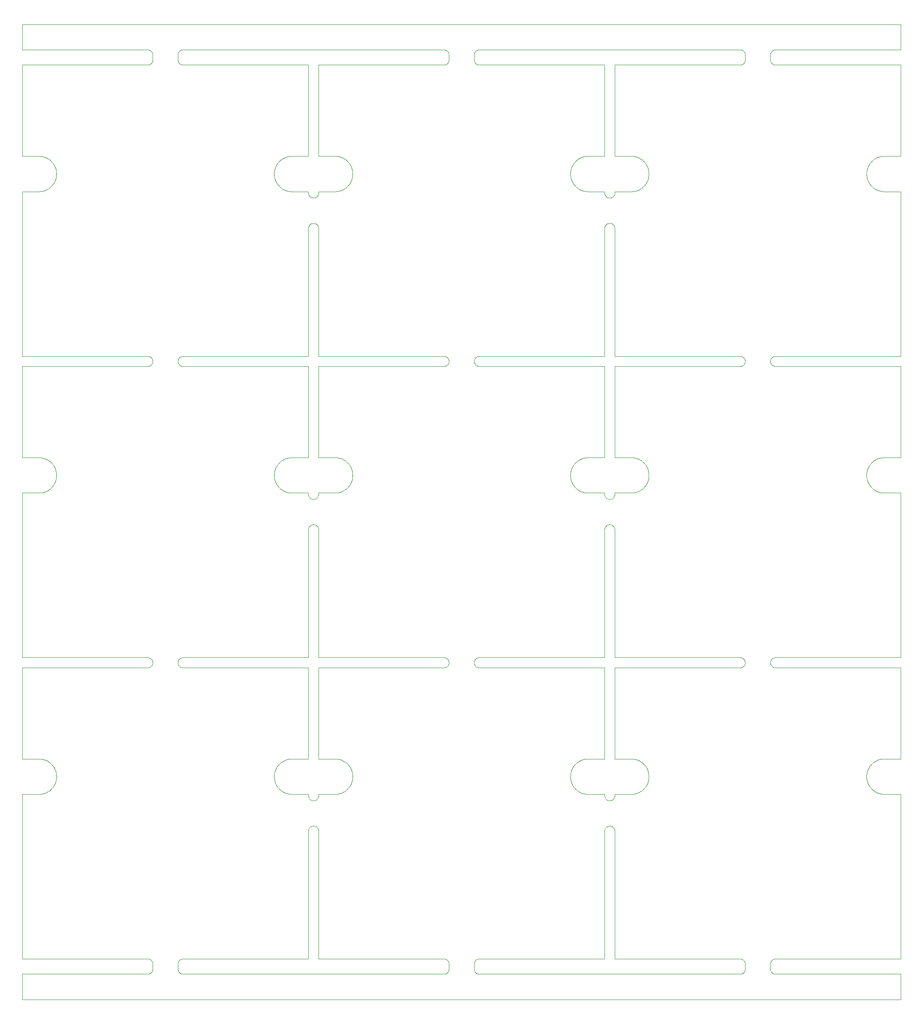
<source format=gm1>
%TF.GenerationSoftware,KiCad,Pcbnew,(6.0.6)*%
%TF.CreationDate,2022-07-06T10:55:58+02:00*%
%TF.ProjectId,panel,70616e65-6c2e-46b6-9963-61645f706362,3.0*%
%TF.SameCoordinates,PXe4e1c0PYe4e1c0*%
%TF.FileFunction,Profile,NP*%
%FSLAX46Y46*%
G04 Gerber Fmt 4.6, Leading zero omitted, Abs format (unit mm)*
G04 Created by KiCad (PCBNEW (6.0.6)) date 2022-07-06 10:55:58*
%MOMM*%
%LPD*%
G01*
G04 APERTURE LIST*
%TA.AperFunction,Profile*%
%ADD10C,0.100000*%
%TD*%
G04 APERTURE END LIST*
D10*
X24905262Y-67489281D02*
X24857036Y-67495229D01*
X142493539Y-5325158D02*
X142525278Y-5361952D01*
X170262404Y-26000000D02*
X173487727Y-26000000D01*
X83993539Y-187174841D02*
X83960033Y-187210033D01*
X114993082Y-67500559D02*
X114987727Y-67500000D01*
X51299223Y-151405298D02*
X51156831Y-151304448D01*
X89816721Y-187404946D02*
X89773318Y-187383099D01*
X84239281Y-66655262D02*
X84230974Y-66703138D01*
X56640851Y-93268960D02*
X56616900Y-93226681D01*
X117000000Y-152259877D02*
X116998804Y-152308576D01*
X25138855Y-184575362D02*
X25183278Y-184595053D01*
X142674637Y-5611144D02*
X142692125Y-5656480D01*
X167762229Y-91461154D02*
X167642643Y-91334090D01*
X166808089Y-28867909D02*
X166832835Y-28745498D01*
X56666847Y-93310012D02*
X56640851Y-93268960D01*
X121901807Y-151585095D02*
X121745975Y-151663596D01*
X121089459Y-92397292D02*
X120919074Y-92434912D01*
X115892963Y-39254770D02*
X115941423Y-39251195D01*
X166758549Y-148263227D02*
X166762257Y-148213754D01*
X89689987Y-67333152D02*
X89650259Y-67305173D01*
X4901807Y-26414904D02*
X5053533Y-26501075D01*
X109946466Y-32498924D02*
X109799223Y-32405298D01*
X89292631Y-66797380D02*
X89279671Y-66750549D01*
X25707368Y-66797380D02*
X25692125Y-66843519D01*
X89292631Y-126297380D02*
X89279671Y-126250549D01*
X58275278Y-39611952D02*
X58305173Y-39650259D01*
X111426256Y-32984462D02*
X111252973Y-32963993D01*
X49874692Y-149423895D02*
X49843875Y-149302869D01*
X89260718Y-7155262D02*
X89254770Y-7107036D01*
X31111952Y-5224721D02*
X31150259Y-5194826D01*
X121305164Y-32836601D02*
X121137537Y-32885049D01*
X62805164Y-32836601D02*
X62637537Y-32885049D01*
X114999440Y-85493082D02*
X115000000Y-67512272D01*
X147792631Y-66202619D02*
X147807874Y-66156480D01*
X166780861Y-148959739D02*
X166762257Y-148786245D01*
X166940741Y-28361979D02*
X167001580Y-28198441D01*
X166762257Y-88713754D02*
X166780861Y-88540260D01*
X84083152Y-7560012D02*
X84055173Y-7599740D01*
X83453138Y-187480974D02*
X83405262Y-187489281D01*
X64357356Y-27165909D02*
X64390184Y-27203107D01*
X64272411Y-91425639D02*
X64148367Y-91548355D01*
X109904132Y-145526944D02*
X110054621Y-145438631D01*
X168446466Y-91998924D02*
X168404132Y-91973055D01*
X110413576Y-85765767D02*
X110576451Y-85703172D01*
X6352684Y-90618529D02*
X6292956Y-90728208D01*
X116743539Y-33924841D02*
X116710033Y-33960033D01*
X51299223Y-86094701D02*
X51446466Y-86001075D01*
X6292956Y-146771791D02*
X6375317Y-146925619D01*
X142525278Y-5361952D02*
X142555173Y-5400259D01*
X65237742Y-89286245D02*
X65219138Y-89459739D01*
X57249450Y-93720328D02*
X57202619Y-93707368D01*
X116805173Y-158650259D02*
X116833152Y-158689987D01*
X168446466Y-145501075D02*
X168554621Y-145438631D01*
X52194835Y-32836601D02*
X52029831Y-32779858D01*
X117000057Y-152009809D02*
X117000000Y-152259877D01*
X84055173Y-5400259D02*
X84083152Y-5439987D01*
X122737770Y-31961154D02*
X122611999Y-32082100D01*
X89474721Y-184861952D02*
X89506460Y-184825158D01*
X56616900Y-158773318D02*
X56640851Y-158731039D01*
X121901807Y-92085095D02*
X121745975Y-92163596D01*
X84025278Y-187138047D02*
X83993539Y-187174841D01*
X147750000Y-5990122D02*
X147751195Y-5941423D01*
X142388047Y-5224721D02*
X142424841Y-5256460D01*
X168598192Y-92085095D02*
X168446466Y-91998924D01*
X123725307Y-29910512D02*
X123700525Y-30083232D01*
X31361144Y-184575362D02*
X31406480Y-184557874D01*
X115004770Y-152357036D02*
X115001195Y-152308576D01*
X4305164Y-32836601D02*
X4137537Y-32885049D01*
X170100345Y-92496267D02*
X169926256Y-92484462D01*
X142349740Y-126805173D02*
X142310012Y-126833152D01*
X89816721Y-5095053D02*
X89861144Y-5075362D01*
X58099740Y-158444826D02*
X58138047Y-158474721D01*
X111032296Y-151925082D02*
X110862462Y-151885049D01*
X25525278Y-7638047D02*
X25493539Y-7674841D01*
X148273318Y-5116900D02*
X148316721Y-5095053D01*
X24905262Y-126989281D02*
X24857036Y-126995229D01*
X123176112Y-87080586D02*
X123268150Y-87228826D01*
X49888129Y-30471652D02*
X49843875Y-30302869D01*
X89861144Y-187424637D02*
X89816721Y-187404946D01*
X89345053Y-126433278D02*
X89325362Y-126388855D01*
X115095053Y-158816721D02*
X115116900Y-158773318D01*
X168446466Y-32498924D02*
X168299223Y-32405298D01*
X147845053Y-7433278D02*
X147825362Y-7388855D01*
X148452619Y-184542631D02*
X148499450Y-184529671D01*
X89474721Y-126638047D02*
X89444826Y-126599740D01*
X115523318Y-93633099D02*
X115481039Y-93609148D01*
X141759877Y-5000000D02*
X141808576Y-5001195D01*
X120919074Y-85565087D02*
X121089459Y-85602707D01*
X6292956Y-90728208D02*
X6203029Y-90877738D01*
X31075158Y-65756460D02*
X31111952Y-65724721D01*
X58500559Y-144993082D02*
X58505125Y-144998646D01*
X31316721Y-125095053D02*
X31361144Y-125075362D01*
X147754770Y-126107036D02*
X147751195Y-126058576D01*
X148273318Y-7883099D02*
X148231039Y-7859148D01*
X30769025Y-186703138D02*
X30760718Y-186655262D01*
X30944826Y-5400259D02*
X30974721Y-5361952D01*
X142750000Y-186509877D02*
X142748804Y-186558576D01*
X53100345Y-151996267D02*
X52926256Y-151984462D01*
X51867860Y-85785038D02*
X52029831Y-85720141D01*
X115000000Y-159240122D02*
X115001195Y-159191423D01*
X3919074Y-26065087D02*
X4089459Y-26102707D01*
X5857356Y-91334090D02*
X5737770Y-91461154D01*
X89816721Y-126904946D02*
X89773318Y-126883099D01*
X142525278Y-65861952D02*
X142555173Y-65900259D01*
X58333152Y-152810012D02*
X58305173Y-152849740D01*
X123268150Y-87228826D02*
X123292956Y-87271791D01*
X148546861Y-5019025D02*
X148594737Y-5010718D01*
X123449908Y-28083360D02*
X123498419Y-28198441D01*
X120573743Y-32984462D02*
X120399654Y-32996267D01*
X116883099Y-152726681D02*
X116859148Y-152768960D01*
X84192125Y-125656480D02*
X84207368Y-125702619D01*
X115749450Y-34220328D02*
X115702619Y-34207368D01*
X24808576Y-67498804D02*
X24759877Y-67500000D01*
X58502170Y-33003902D02*
X58500057Y-33009809D01*
X25745229Y-7107036D02*
X25739281Y-7155262D01*
X25460033Y-67210033D02*
X25424841Y-67243539D01*
X121257756Y-92351225D02*
X121089459Y-92397292D01*
X168299223Y-26594701D02*
X168446466Y-26501075D01*
X4423548Y-26203172D02*
X4586423Y-26265767D01*
X115702619Y-153207368D02*
X115656480Y-153192125D01*
X90240122Y-67500000D02*
X90191423Y-67498804D01*
X30751195Y-5941423D02*
X30754770Y-5892963D01*
X115749450Y-158279671D02*
X115796861Y-158269025D01*
X147916847Y-184939987D02*
X147944826Y-184900259D01*
X84055173Y-125400259D02*
X84083152Y-125439987D01*
X83405262Y-5010718D02*
X83453138Y-5019025D01*
X166808089Y-30132090D02*
X166780861Y-29959739D01*
X58498804Y-92808576D02*
X58495229Y-92857036D01*
X123516544Y-147244623D02*
X123575059Y-147409008D01*
X30944826Y-184900259D02*
X30974721Y-184861952D01*
X114997829Y-65496097D02*
X115000000Y-65487727D01*
X25674637Y-126388855D02*
X25654946Y-126433278D01*
X56501195Y-159191423D02*
X56504770Y-159142963D01*
X122095867Y-145526944D02*
X122200776Y-145594701D01*
X167762229Y-27038845D02*
X167888000Y-26917899D01*
X116924637Y-158861144D02*
X116942125Y-158906480D01*
X25000549Y-5029671D02*
X25047380Y-5042631D01*
X61899654Y-32996267D02*
X61737595Y-33000000D01*
X115057874Y-33593519D02*
X115042631Y-33547380D01*
X89416847Y-65939987D02*
X89444826Y-65900259D01*
X108707043Y-31228208D02*
X108624682Y-31074380D01*
X65016544Y-28244623D02*
X65075059Y-28409008D01*
X25138855Y-5075362D02*
X25183278Y-5095053D01*
X57797380Y-39292631D02*
X57843519Y-39307874D01*
X64998419Y-28198441D02*
X65016544Y-28244623D01*
X24808576Y-65501195D02*
X24857036Y-65504770D01*
X57249450Y-158279671D02*
X57296861Y-158269025D01*
X58498804Y-152308576D02*
X58495229Y-152357036D01*
X109946466Y-26501075D02*
X110098192Y-26414904D01*
X30751195Y-66558576D02*
X30750000Y-66490122D01*
X166751087Y-148437556D02*
X166758549Y-148263227D01*
X83960033Y-184789966D02*
X83993539Y-184825158D01*
X115611144Y-39325362D02*
X115656480Y-39307874D01*
X115042631Y-39952619D02*
X115057874Y-39906480D01*
X148546861Y-126980974D02*
X148499450Y-126970328D01*
X25047380Y-187457368D02*
X25000549Y-187470328D01*
X62247026Y-85536006D02*
X62419074Y-85565087D01*
X142633099Y-126476681D02*
X142609148Y-126518960D01*
X58480974Y-159046861D02*
X58489281Y-159094737D01*
X65167164Y-88245498D02*
X65191910Y-88367909D01*
X116859148Y-99231039D02*
X116883099Y-99273318D01*
X122518361Y-32164736D02*
X122382715Y-32274492D01*
X148642963Y-125004770D02*
X148691423Y-125001195D01*
X123268150Y-31271173D02*
X123176112Y-31419413D01*
X31150259Y-7805173D02*
X31111952Y-7775278D01*
X117000000Y-184487727D02*
X117000559Y-184493082D01*
X123747675Y-148612040D02*
X123737742Y-148786245D01*
X89816721Y-65595053D02*
X89861144Y-65575362D01*
X6559258Y-28361979D02*
X6575059Y-28409008D01*
X116998804Y-99691423D02*
X117000000Y-99740122D01*
X147750000Y-185490122D02*
X147751195Y-185441423D01*
X49843875Y-147697130D02*
X49888129Y-147528347D01*
X24953138Y-7980974D02*
X24905262Y-7989281D01*
X58210033Y-93460033D02*
X58174841Y-93493539D01*
X115057874Y-99406480D02*
X115075362Y-99361144D01*
X89539966Y-7710033D02*
X89506460Y-7674841D01*
X83547380Y-65542631D02*
X83593519Y-65557874D01*
X51117284Y-32274492D02*
X50981638Y-32164736D01*
X3237595Y-92500000D02*
X12272Y-92500000D01*
X56939987Y-98916847D02*
X56981039Y-98890851D01*
X63445378Y-145438631D02*
X63595867Y-145526944D01*
X65219138Y-148040260D02*
X65225307Y-148089487D01*
X4790674Y-32642070D02*
X4632139Y-32714961D01*
X108647315Y-150118529D02*
X108570495Y-149961861D01*
X62970168Y-85720141D02*
X63132139Y-85785038D01*
X89506460Y-187174841D02*
X89474721Y-187138047D01*
X83500549Y-126970328D02*
X83453138Y-126980974D01*
X173494441Y-124998877D02*
X173499087Y-124993997D01*
X912Y-127006002D02*
X559Y-144993082D01*
X169580925Y-92434912D02*
X169410540Y-92397292D01*
X89279671Y-66249450D02*
X89292631Y-66202619D01*
X122053533Y-32498924D02*
X121901807Y-32585095D01*
X141905262Y-125010718D02*
X141953138Y-125019025D01*
X116155262Y-34239281D02*
X116107036Y-34245229D01*
X64875317Y-90574380D02*
X64792956Y-90728208D01*
X117000559Y-67506917D02*
X117000000Y-67512272D01*
X147769025Y-125796861D02*
X147779671Y-125749450D01*
X49762257Y-88713754D02*
X49780861Y-88540260D01*
X116107036Y-153245229D02*
X116058576Y-153248804D01*
X123625307Y-147576104D02*
X123656124Y-147697130D01*
X111762404Y-152000000D02*
X111600345Y-151996267D01*
X62805164Y-151836601D02*
X62757756Y-151851225D01*
X84174637Y-5611144D02*
X84192125Y-5656480D01*
X108731849Y-90771173D02*
X108647315Y-90618529D01*
X123719138Y-29040260D02*
X123725307Y-29089487D01*
X83259877Y-125000000D02*
X83308576Y-125001195D01*
X25310012Y-125166847D02*
X25349740Y-125194826D01*
X4745975Y-85836403D02*
X4901807Y-85914904D01*
X89773318Y-5116900D02*
X89816721Y-5095053D01*
X116297380Y-34207368D02*
X116250549Y-34220328D01*
X109029539Y-146298777D02*
X109142643Y-146165909D01*
X64272411Y-31925639D02*
X64237770Y-31961154D01*
X147754770Y-66607036D02*
X147751195Y-66558576D01*
X142310012Y-7833152D02*
X142268960Y-7859148D01*
X31642963Y-65504770D02*
X31691423Y-65501195D01*
X65219138Y-89459739D02*
X65191910Y-89632090D01*
X31006460Y-7674841D02*
X30974721Y-7638047D01*
X142730974Y-66296861D02*
X142739281Y-66344737D01*
X147825362Y-186888855D02*
X147807874Y-186843519D01*
X58500559Y-85493082D02*
X58505125Y-85498646D01*
X116433278Y-39345053D02*
X116476681Y-39366900D01*
X116924637Y-93138855D02*
X116904946Y-93183278D01*
X6625307Y-30423895D02*
X6611870Y-30471652D01*
X58507387Y-33000416D02*
X58502170Y-33003902D01*
X56492612Y-33000416D02*
X53262404Y-33000000D01*
X109481638Y-145835263D02*
X109617284Y-145725507D01*
X84245229Y-5892963D02*
X84248804Y-5941423D01*
X141808576Y-125001195D02*
X141857036Y-125004770D01*
X169532296Y-85574917D02*
X169703915Y-85543400D01*
X148361144Y-65575362D02*
X148406480Y-65557874D01*
X147807874Y-186843519D02*
X147792631Y-186797380D01*
X147792631Y-7297380D02*
X147779671Y-7250549D01*
X89999450Y-184529671D02*
X90046861Y-184519025D01*
X148740122Y-5000000D02*
X173492136Y-4999702D01*
X120399654Y-151996267D02*
X120237595Y-152000000D01*
X83453138Y-65519025D02*
X83500549Y-65529671D01*
X89773318Y-7883099D02*
X89731039Y-7859148D01*
X31642963Y-125004770D02*
X31691423Y-125001195D01*
X123741450Y-29736772D02*
X123725307Y-29910512D01*
X84154946Y-126433278D02*
X84133099Y-126476681D01*
X120399654Y-92496267D02*
X120237595Y-92500000D01*
X115140851Y-93268960D02*
X115116900Y-93226681D01*
X169752973Y-32963993D02*
X169580925Y-32934912D01*
X56499942Y-33009809D02*
X56497829Y-33003902D01*
X5737770Y-150961154D02*
X5611999Y-151082100D01*
X25093519Y-7942125D02*
X25047380Y-7957368D01*
X56500000Y-99740122D02*
X56501195Y-99691423D01*
X115256460Y-152924841D02*
X115224721Y-152888047D01*
X142493539Y-65825158D02*
X142525278Y-65861952D01*
X122890184Y-91296892D02*
X122857356Y-91334090D01*
X58404946Y-39816721D02*
X58424637Y-39861144D01*
X58099740Y-98944826D02*
X58138047Y-98974721D01*
X108483455Y-28244623D02*
X108501580Y-28198441D01*
X89251195Y-7058576D02*
X89250000Y-7009877D01*
X4586423Y-145265767D02*
X4745975Y-145336403D01*
X123656124Y-30302869D02*
X123611870Y-30471652D01*
X116250549Y-158279671D02*
X116297380Y-158292631D01*
X52926256Y-92484462D02*
X52752973Y-92463993D01*
X168258232Y-26622649D02*
X168299223Y-26594701D01*
X117002811Y-124996840D02*
X117006917Y-124999440D01*
X115029671Y-158999450D02*
X115042631Y-158952619D01*
X0Y-187512272D02*
X0Y-192487727D01*
X84109148Y-7518960D02*
X84083152Y-7560012D01*
X64470460Y-86798777D02*
X64576800Y-86937117D01*
X83405262Y-65510718D02*
X83453138Y-65519025D01*
X89260718Y-5844737D02*
X89269025Y-5796861D01*
X169752973Y-151963993D02*
X169580925Y-151934912D01*
X166888129Y-28528347D02*
X166940741Y-28361979D01*
X4745975Y-26336403D02*
X4901807Y-26414904D01*
X30760718Y-5844737D02*
X30769025Y-5796861D01*
X50423199Y-146437117D02*
X50529539Y-146298777D01*
X115656480Y-34192125D02*
X115611144Y-34174637D01*
X25674637Y-186888855D02*
X25654946Y-186933278D01*
X90142963Y-7995229D02*
X90094737Y-7989281D01*
X115481039Y-39390851D02*
X115523318Y-39366900D01*
X89611952Y-126775278D02*
X89575158Y-126743539D01*
X147974721Y-5361952D02*
X148006460Y-5325158D01*
X123429504Y-147038138D02*
X123449908Y-147083360D01*
X25707368Y-125702619D02*
X25720328Y-125749450D01*
X142707368Y-7297380D02*
X142692125Y-7343519D01*
X167001580Y-28198441D02*
X167050091Y-28083360D01*
X5343168Y-151304448D02*
X5241767Y-151377350D01*
X115523318Y-39366900D02*
X115566721Y-39345053D01*
X56756460Y-158575158D02*
X56789966Y-158539966D01*
X142000549Y-5029671D02*
X142047380Y-5042631D01*
X123611870Y-30471652D02*
X123559258Y-30638020D01*
X121745975Y-85836403D02*
X121901807Y-85914904D01*
X142388047Y-65724721D02*
X142424841Y-65756460D01*
X51867860Y-145285038D02*
X51913576Y-145265767D01*
X148111952Y-5224721D02*
X148150259Y-5194826D01*
X123700525Y-30083232D02*
X123667164Y-30254501D01*
X84230974Y-186703138D02*
X84220328Y-186750549D01*
X115439987Y-93583152D02*
X115400259Y-93555173D01*
X56493082Y-65499440D02*
X56497188Y-65496840D01*
X116942125Y-93093519D02*
X116924637Y-93138855D01*
X123429504Y-87538138D02*
X123498419Y-87698441D01*
X116859148Y-158731039D02*
X116883099Y-158773318D01*
X51754024Y-32663596D02*
X51598192Y-32585095D01*
X57111144Y-93674637D02*
X57066721Y-93654946D01*
X83810012Y-184666847D02*
X83849740Y-184694826D01*
X115289966Y-93460033D02*
X115256460Y-93424841D01*
X31642963Y-7995229D02*
X31594737Y-7989281D01*
X30866900Y-66976681D02*
X30845053Y-66933278D01*
X62247026Y-151963993D02*
X62123108Y-151979522D01*
X89292631Y-66202619D02*
X89307874Y-66156480D01*
X116775278Y-152888047D02*
X116743539Y-152924841D01*
X142609148Y-5481039D02*
X142633099Y-5523318D01*
X56694826Y-39650259D02*
X56724721Y-39611952D01*
X121745975Y-92163596D02*
X121632139Y-92214961D01*
X57066721Y-158345053D02*
X57111144Y-158325362D01*
X116904946Y-99316721D02*
X116924637Y-99361144D01*
X65167164Y-147745498D02*
X65191910Y-147867909D01*
X56519025Y-99546861D02*
X56529671Y-99499450D01*
X51554621Y-145438631D02*
X51709325Y-145357929D01*
X147750000Y-7009877D02*
X147750000Y-5990122D01*
X83683278Y-184595053D02*
X83726681Y-184616900D01*
X123575059Y-149590991D02*
X123516544Y-149755376D01*
X116674841Y-39506460D02*
X116710033Y-39539966D01*
X115566721Y-98845053D02*
X115611144Y-98825362D01*
X83593519Y-67442125D02*
X83547380Y-67457368D01*
X116970328Y-158999450D02*
X116980974Y-159046861D01*
X115000000Y-67512272D02*
X114999440Y-67506917D01*
X4586423Y-85765767D02*
X4745975Y-85836403D01*
X115019025Y-99546861D02*
X115029671Y-99499450D01*
X58489281Y-152405262D02*
X58480974Y-152453138D01*
X142583152Y-5439987D02*
X142609148Y-5481039D01*
X58495229Y-152357036D02*
X58489281Y-152405262D01*
X142093519Y-67442125D02*
X142047380Y-67457368D01*
X123559258Y-30638020D02*
X123498419Y-30801558D01*
X89292631Y-185202619D02*
X89307874Y-185156480D01*
X65248912Y-89062443D02*
X65247675Y-89112040D01*
X25424841Y-67243539D02*
X25388047Y-67275278D01*
X147916847Y-5439987D02*
X147944826Y-5400259D01*
X116155262Y-98760718D02*
X116203138Y-98769025D01*
X84133099Y-185023318D02*
X84154946Y-185066721D01*
X65237742Y-88713754D02*
X65241450Y-88763227D01*
X142226681Y-125116900D02*
X142268960Y-125140851D01*
X50888000Y-32082100D02*
X50762229Y-31961154D01*
X84133099Y-66976681D02*
X84109148Y-67018960D01*
X109519643Y-26803373D02*
X109656831Y-26695551D01*
X141808576Y-65501195D02*
X141857036Y-65504770D01*
X50529539Y-86798777D02*
X50609815Y-86703107D01*
X167147315Y-150118529D02*
X167070495Y-149961861D01*
X6001392Y-91162434D02*
X5890184Y-91296892D01*
X89816721Y-7904946D02*
X89773318Y-7883099D01*
X122737770Y-27038845D02*
X122857356Y-27165909D01*
X5970460Y-86798777D02*
X6001392Y-86837565D01*
X57344737Y-158260718D02*
X57392963Y-158254770D01*
X83924841Y-65756460D02*
X83960033Y-65789966D01*
X57156480Y-34192125D02*
X57111144Y-34174637D01*
X90191423Y-184501195D02*
X90240122Y-184500000D01*
X148189987Y-184666847D02*
X148231039Y-184640851D01*
X30916847Y-126560012D02*
X30890851Y-126518960D01*
X83810012Y-7833152D02*
X83768960Y-7859148D01*
X142730974Y-7203138D02*
X142720328Y-7250549D01*
X115140851Y-39731039D02*
X115166847Y-39689987D01*
X115000000Y-92759877D02*
X114999942Y-92509809D01*
X108624682Y-27925619D02*
X108707043Y-27771791D01*
X50394238Y-91022600D02*
X50323887Y-90919413D01*
X58495229Y-33357036D02*
X58489281Y-33405262D01*
X63700776Y-151405298D02*
X63595867Y-151473055D01*
X5241767Y-145622649D02*
X5343168Y-145695551D01*
X58424637Y-33638855D02*
X58404946Y-33683278D01*
X109758232Y-26622649D02*
X109904132Y-26526944D01*
X141905262Y-126989281D02*
X141857036Y-126995229D01*
X115439987Y-98916847D02*
X115481039Y-98890851D01*
X61899654Y-92496267D02*
X61737595Y-92500000D01*
X25654946Y-66066721D02*
X25674637Y-66111144D01*
X167888000Y-145917899D02*
X167981638Y-145835263D01*
X4296Y-184498121D02*
X12272Y-184500000D01*
X56496097Y-152002170D02*
X56487972Y-152000003D01*
X89952619Y-187457368D02*
X89906480Y-187442125D01*
X115166847Y-152810012D02*
X115140851Y-152768960D01*
X90142963Y-184504770D02*
X90191423Y-184501195D01*
X121137537Y-32885049D02*
X120967703Y-32925082D01*
X148452619Y-187457368D02*
X148406480Y-187442125D01*
X84109148Y-5481039D02*
X84133099Y-5523318D01*
X84109148Y-67018960D02*
X84083152Y-67060012D01*
X56981039Y-98890851D02*
X57023318Y-98866900D01*
X52410540Y-92397292D02*
X52242243Y-92351225D01*
X6737742Y-148213754D02*
X6741450Y-148263227D01*
X50207043Y-31228208D02*
X50124682Y-31074380D01*
X169410540Y-26102707D02*
X169580925Y-26065087D01*
X64676112Y-87080586D02*
X64703029Y-87122261D01*
X63245975Y-26336403D02*
X63401807Y-26414904D01*
X58500000Y-67512272D02*
X58500559Y-85493082D01*
X123516544Y-90255376D02*
X123449908Y-90416639D01*
X25745229Y-185392963D02*
X25748804Y-185441423D01*
X83405262Y-126989281D02*
X83357036Y-126995229D01*
X51554621Y-151561368D02*
X51404132Y-151473055D01*
X64576800Y-27437117D02*
X64676112Y-27580586D01*
X89260718Y-126155262D02*
X89254770Y-126107036D01*
X30751195Y-126058576D02*
X30750000Y-125990122D01*
X167323887Y-87080586D02*
X167423199Y-86937117D01*
X65125307Y-89923895D02*
X65111870Y-89971652D01*
X58506917Y-65499440D02*
X58512272Y-65500000D01*
X31499450Y-126970328D02*
X31452619Y-126957368D01*
X115990122Y-39250000D02*
X116058576Y-39251195D01*
X58060012Y-93583152D02*
X58018960Y-93609148D01*
X25633099Y-126476681D02*
X25609148Y-126518960D01*
X64272411Y-86574360D02*
X64390184Y-86703107D01*
X5480356Y-26803373D02*
X5611999Y-26917899D01*
X64111999Y-26917899D02*
X64148367Y-26951644D01*
X89250000Y-186509877D02*
X89250000Y-185490122D01*
X6449908Y-87583360D02*
X6498419Y-87698441D01*
X89254770Y-185392963D02*
X89260718Y-185344737D01*
X167609815Y-27203107D02*
X167642643Y-27165909D01*
X115116900Y-158773318D02*
X115140851Y-158731039D01*
X115796861Y-153230974D02*
X115749450Y-153220328D01*
X147769025Y-185296861D02*
X147779671Y-185249450D01*
X142750000Y-5990122D02*
X142750000Y-7009877D01*
X142047380Y-67457368D02*
X142000549Y-67470328D01*
X147792631Y-126297380D02*
X147779671Y-126250549D01*
X57202619Y-39292631D02*
X57249450Y-39279671D01*
X3399654Y-92496267D02*
X3237595Y-92500000D01*
X56496097Y-8002170D02*
X56487727Y-8000000D01*
X50124682Y-90574380D02*
X50050091Y-90416639D01*
X89689987Y-184666847D02*
X89731039Y-184640851D01*
X62467703Y-92425082D02*
X62419074Y-92434912D01*
X65156124Y-30302869D02*
X65111870Y-30471652D01*
X25226681Y-65616900D02*
X25268960Y-65640851D01*
X25674637Y-185111144D02*
X25692125Y-185156480D01*
X49843875Y-28697130D02*
X49874692Y-28576104D01*
X123747675Y-29387959D02*
X123748912Y-29437556D01*
X49774692Y-29089487D02*
X49799474Y-28916767D01*
X61737595Y-33000000D02*
X58507387Y-33000416D01*
X6667164Y-147745498D02*
X6691910Y-147867909D01*
X117007387Y-92500416D02*
X117002170Y-92503902D01*
X58489281Y-33405262D02*
X58480974Y-33453138D01*
X147845053Y-66066721D02*
X147866900Y-66023318D01*
X65156124Y-147697130D02*
X65167164Y-147745498D01*
X142555173Y-187099740D02*
X142525278Y-187138047D01*
X116560012Y-98916847D02*
X116599740Y-98944826D01*
X89906480Y-5057874D02*
X89952619Y-5042631D01*
X56595053Y-152683278D02*
X56575362Y-152638855D01*
X123449908Y-90416639D02*
X123375317Y-90574380D01*
X116710033Y-158539966D02*
X116743539Y-158575158D01*
X170262404Y-145000000D02*
X173487727Y-145000000D01*
X56900259Y-34055173D02*
X56861952Y-34025278D01*
X123741450Y-88763227D02*
X123747675Y-88887959D01*
X58060012Y-158416847D02*
X58099740Y-158444826D01*
X142745229Y-125892963D02*
X142748804Y-125941423D01*
X24953138Y-65519025D02*
X25000549Y-65529671D01*
X147807874Y-7343519D02*
X147792631Y-7297380D01*
X61899654Y-26003732D02*
X62073743Y-26015537D01*
X84230974Y-66703138D02*
X84220328Y-66750549D01*
X169580925Y-26065087D02*
X169752973Y-26036006D01*
X25730974Y-7203138D02*
X25720328Y-7250549D01*
X56575362Y-158861144D02*
X56595053Y-158816721D01*
X115481039Y-34109148D02*
X115439987Y-34083152D01*
X62637537Y-92385049D02*
X62467703Y-92425082D01*
X89269025Y-126203138D02*
X89260718Y-126155262D01*
X5095867Y-86026944D02*
X5241767Y-86122649D01*
X142424841Y-5256460D02*
X142460033Y-5289966D01*
X148361144Y-67424637D02*
X148316721Y-67404946D01*
X25047380Y-125042631D02*
X25093519Y-125057874D01*
X109481638Y-32164736D02*
X109388000Y-32082100D01*
X142609148Y-125481039D02*
X142633099Y-125523318D01*
X116775278Y-33888047D02*
X116743539Y-33924841D01*
X25268960Y-65640851D02*
X25310012Y-65666847D01*
X31039966Y-67210033D02*
X31006460Y-67174841D01*
X6375317Y-146925619D02*
X6429504Y-147038138D01*
X148075158Y-67243539D02*
X148039966Y-67210033D01*
X30866900Y-185023318D02*
X30890851Y-184981039D01*
X110576451Y-26203172D02*
X110742243Y-26148774D01*
X120237595Y-152000000D02*
X117007387Y-152000416D01*
X25138855Y-125075362D02*
X25183278Y-125095053D01*
X90191423Y-187498804D02*
X90142963Y-187495229D01*
X58333152Y-93310012D02*
X58305173Y-93349740D01*
X123105761Y-91022600D02*
X123001392Y-91162434D01*
X115941423Y-93748804D02*
X115892963Y-93745229D01*
X49774692Y-148910512D02*
X49762257Y-148786245D01*
X123719138Y-148040260D02*
X123737742Y-148213754D01*
X63882715Y-151274492D02*
X63741767Y-151377350D01*
X120747026Y-85536006D02*
X120919074Y-85565087D01*
X108796970Y-150377738D02*
X108731849Y-150271173D01*
X57976681Y-39366900D02*
X58018960Y-39390851D01*
X166874692Y-149423895D02*
X166832835Y-149254501D01*
X167147315Y-27881470D02*
X167231849Y-27728826D01*
X25555173Y-184900259D02*
X25583152Y-184939987D01*
X50394238Y-31522600D02*
X50296970Y-31377738D01*
X25609148Y-187018960D02*
X25583152Y-187060012D01*
X50001580Y-149801558D02*
X49983455Y-149755376D01*
X89251195Y-125941423D02*
X89254770Y-125892963D01*
X110862462Y-92385049D02*
X110694835Y-92336601D01*
X56487727Y-127000000D02*
X31740122Y-127000000D01*
X58305173Y-33849740D02*
X58275278Y-33888047D01*
X62123108Y-151979522D02*
X61949204Y-151993794D01*
X142654946Y-5566721D02*
X142674637Y-5611144D01*
X109109815Y-31796892D02*
X108998607Y-31662434D01*
X84154946Y-66933278D02*
X84133099Y-66976681D01*
X51156831Y-26695551D02*
X51258232Y-26622649D01*
X89650259Y-67305173D02*
X89611952Y-67275278D01*
X115361952Y-34025278D02*
X115325158Y-33993539D01*
X90240122Y-5000000D02*
X141759877Y-5000000D01*
X120747026Y-145036006D02*
X120919074Y-145065087D01*
X123105761Y-27477399D02*
X123176112Y-27580586D01*
X147754770Y-125892963D02*
X147760718Y-125844737D01*
X84220328Y-5749450D02*
X84230974Y-5796861D01*
X51913576Y-145265767D02*
X52076451Y-145203172D01*
X31231039Y-5140851D02*
X31273318Y-5116900D01*
X3573743Y-85515537D02*
X3747026Y-85536006D01*
X147760718Y-125844737D02*
X147769025Y-125796861D01*
X63595867Y-151473055D02*
X63445378Y-151561368D01*
X173499087Y-65493997D02*
X173499798Y-33008344D01*
X24953138Y-126980974D02*
X24905262Y-126989281D01*
X6575059Y-149590991D02*
X6516544Y-149755376D01*
X110910540Y-145102707D02*
X111080925Y-145065087D01*
X58138047Y-39474721D02*
X58174841Y-39506460D01*
X56640851Y-158731039D02*
X56666847Y-158689987D01*
X56542631Y-152547380D02*
X56529671Y-152500549D01*
X83453138Y-125019025D02*
X83500549Y-125029671D01*
X25268960Y-125140851D02*
X25310012Y-125166847D01*
X56789966Y-33960033D02*
X56756460Y-33924841D01*
X89269025Y-5796861D02*
X89279671Y-5749450D01*
X116343519Y-93692125D02*
X116297380Y-93707368D01*
X122611999Y-32082100D02*
X122518361Y-32164736D01*
X5611999Y-32082100D02*
X5480356Y-32196626D01*
X142654946Y-185066721D02*
X142674637Y-185111144D01*
X123625307Y-28576104D02*
X123667164Y-28745498D01*
X4945378Y-32561368D02*
X4790674Y-32642070D01*
X110694835Y-151836601D02*
X110529831Y-151779858D01*
X83259877Y-8000000D02*
X58512272Y-8000000D01*
X25707368Y-5702619D02*
X25720328Y-5749450D01*
X89269025Y-185296861D02*
X89279671Y-185249450D01*
X142555173Y-184900259D02*
X142583152Y-184939987D01*
X83849740Y-184694826D02*
X83888047Y-184724721D01*
X25583152Y-187060012D02*
X25555173Y-187099740D01*
X115000000Y-33259877D02*
X114999942Y-33009809D01*
X123611870Y-149471652D02*
X123575059Y-149590991D01*
X147974721Y-7638047D02*
X147944826Y-7599740D01*
X25633099Y-5523318D02*
X25654946Y-5566721D01*
X25707368Y-126297380D02*
X25692125Y-126343519D01*
X142609148Y-184981039D02*
X142633099Y-185023318D01*
X49774692Y-29910512D02*
X49762257Y-29786245D01*
X168404132Y-86026944D02*
X168446466Y-86001075D01*
X56499440Y-67506917D02*
X56497188Y-67503159D01*
X89539966Y-67210033D02*
X89506460Y-67174841D01*
X123741450Y-148263227D02*
X123748912Y-148437556D01*
X58489281Y-92905262D02*
X58480974Y-92953138D01*
X123375317Y-90574380D02*
X123352684Y-90618529D01*
X167423199Y-27437117D02*
X167498607Y-27337565D01*
X24808576Y-187498804D02*
X24759877Y-187500000D01*
X84192125Y-185156480D02*
X84207368Y-185202619D01*
X166940741Y-90138020D02*
X166888129Y-89971652D01*
X51258232Y-86122649D02*
X51299223Y-86094701D01*
X142138855Y-125075362D02*
X142183278Y-125095053D01*
X173494874Y-127001353D02*
X173487727Y-127000000D01*
X5772411Y-150925639D02*
X5737770Y-150961154D01*
X89731039Y-125140851D02*
X89773318Y-125116900D01*
X64676112Y-27580586D02*
X64768150Y-27728826D01*
X30754770Y-66607036D02*
X30751195Y-66558576D01*
X108343875Y-88197130D02*
X108388129Y-88028347D01*
X83547380Y-184542631D02*
X83593519Y-184557874D01*
X117006917Y-127000559D02*
X117002811Y-127003159D01*
X115361952Y-158474721D02*
X115400259Y-158444826D01*
X58505125Y-25998646D02*
X58512272Y-26000000D01*
X31740122Y-8000000D02*
X31691423Y-7998804D01*
X108998607Y-27337565D02*
X109109815Y-27203107D01*
X50851632Y-86451644D02*
X50888000Y-86417899D01*
X166843875Y-147697130D02*
X166888129Y-147528347D01*
X57558576Y-153248804D02*
X57509877Y-153250000D01*
X2482Y-192496477D02*
X6455Y-192499275D01*
X25748804Y-5941423D02*
X25750000Y-5990122D01*
X58498804Y-159191423D02*
X58500000Y-159240122D01*
X142138855Y-7924637D02*
X142093519Y-7942125D01*
X89575158Y-7743539D02*
X89539966Y-7710033D01*
X58383099Y-93226681D02*
X58359148Y-93268960D01*
X147825362Y-125611144D02*
X147845053Y-125566721D01*
X142583152Y-67060012D02*
X142555173Y-67099740D01*
X142310012Y-126833152D02*
X142268960Y-126859148D01*
X4704Y-124998394D02*
X12272Y-125000000D01*
X25388047Y-187275278D02*
X25349740Y-187305173D01*
X89250000Y-7009877D02*
X89250000Y-5990122D01*
X116297380Y-93707368D02*
X116250549Y-93720328D01*
X57976681Y-98866900D02*
X58018960Y-98890851D01*
X142460033Y-184789966D02*
X142493539Y-184825158D01*
X24759877Y-184500000D02*
X24808576Y-184501195D01*
X166843875Y-89802869D02*
X166808089Y-89632090D01*
X49752324Y-29387959D02*
X49762257Y-29213754D01*
X62247026Y-32963993D02*
X62073743Y-32984462D01*
X5053533Y-151498924D02*
X4945378Y-151561368D01*
X31740122Y-187500000D02*
X31691423Y-187498804D01*
X6375317Y-87425619D02*
X6449908Y-87583360D01*
X116203138Y-153230974D02*
X116155262Y-153239281D01*
X58243539Y-33924841D02*
X58210033Y-33960033D01*
X30807874Y-186843519D02*
X30792631Y-186797380D01*
X56529671Y-152500549D02*
X56519025Y-152453138D01*
X142424841Y-7743539D02*
X142388047Y-7775278D01*
X31452619Y-5042631D02*
X31499450Y-5029671D01*
X89611952Y-5224721D02*
X89650259Y-5194826D01*
X116980974Y-99546861D02*
X116989281Y-99594737D01*
X115019025Y-40046861D02*
X115029671Y-39999450D01*
X123741450Y-29263227D02*
X123747675Y-29387959D01*
X50727588Y-86574360D02*
X50851632Y-86451644D01*
X83683278Y-187404946D02*
X83638855Y-187424637D01*
X50070495Y-147038138D02*
X50147315Y-146881470D01*
X116995229Y-33357036D02*
X116989281Y-33405262D01*
X49780861Y-148040260D02*
X49808089Y-147867909D01*
X115481039Y-98890851D02*
X115523318Y-98866900D01*
X121901807Y-32585095D02*
X121745975Y-32663596D01*
X63882715Y-32274492D02*
X63741767Y-32377350D01*
X166780861Y-29959739D02*
X166774692Y-29910512D01*
X30890851Y-126518960D02*
X30866900Y-126476681D01*
X31231039Y-67359148D02*
X31189987Y-67333152D01*
X142692125Y-126343519D02*
X142674637Y-126388855D01*
X56939987Y-153083152D02*
X56900259Y-153055173D01*
X142609148Y-65981039D02*
X142633099Y-66023318D01*
X89444826Y-184900259D02*
X89474721Y-184861952D01*
X115325158Y-152993539D02*
X115289966Y-152960033D01*
X57392963Y-34245229D02*
X57344737Y-34239281D01*
X147825362Y-5611144D02*
X147845053Y-5566721D01*
X49832835Y-28745498D02*
X49843875Y-28697130D01*
X147890851Y-184981039D02*
X147916847Y-184939987D01*
X169362462Y-85614950D02*
X169532296Y-85574917D01*
X89731039Y-126859148D02*
X89689987Y-126833152D01*
X173500000Y-192487727D02*
X173500000Y-187512272D01*
X84248804Y-186558576D02*
X84245229Y-186607036D01*
X147974721Y-67138047D02*
X147944826Y-67099740D01*
X56500000Y-159240122D02*
X56501195Y-159191423D01*
X30845053Y-126433278D02*
X30825362Y-126388855D01*
X115075362Y-33638855D02*
X115057874Y-33593519D01*
X89250000Y-5990122D02*
X89251195Y-5941423D01*
X64111999Y-86417899D02*
X64148367Y-86451644D01*
X109262229Y-91461154D02*
X109142643Y-91334090D01*
X147807874Y-5656480D02*
X147825362Y-5611144D01*
X148316721Y-5095053D02*
X148361144Y-5075362D01*
X169410540Y-92397292D02*
X169242243Y-92351225D01*
X115566721Y-158345053D02*
X115611144Y-158325362D01*
X25730974Y-126203138D02*
X25720328Y-126250549D01*
X58333152Y-39689987D02*
X58359148Y-39731039D01*
X166799474Y-147916767D02*
X166832835Y-147745498D01*
X84025278Y-125361952D02*
X84055173Y-125400259D01*
X114987727Y-145000000D02*
X114994874Y-144998646D01*
X31150259Y-184694826D02*
X31189987Y-184666847D01*
X142739281Y-125844737D02*
X142745229Y-125892963D01*
X169410540Y-151897292D02*
X169242243Y-151851225D01*
X84192125Y-5656480D02*
X84207368Y-5702619D01*
X31691423Y-187498804D02*
X31642963Y-187495229D01*
X142745229Y-66392963D02*
X142748804Y-66441423D01*
X89816721Y-125095053D02*
X89861144Y-125075362D01*
X6516544Y-147244623D02*
X6575059Y-147409008D01*
X168598192Y-151585095D02*
X168554621Y-151561368D01*
X167851632Y-151048355D02*
X167727588Y-150925639D01*
X122890184Y-146203107D02*
X123001392Y-146337565D01*
X148361144Y-187424637D02*
X148316721Y-187404946D01*
X30754770Y-186607036D02*
X30751195Y-186558576D01*
X109758232Y-151377350D02*
X109617284Y-151274492D01*
X56529671Y-39999450D02*
X56542631Y-39952619D01*
X25183278Y-7904946D02*
X25138855Y-7924637D01*
X148075158Y-184756460D02*
X148111952Y-184724721D01*
X51258232Y-145622649D02*
X51299223Y-145594701D01*
X84192125Y-7343519D02*
X84174637Y-7388855D01*
X56487727Y-67500000D02*
X31740122Y-67500000D01*
X83768960Y-67359148D02*
X83726681Y-67383099D01*
X89952619Y-184542631D02*
X89999450Y-184529671D01*
X108388129Y-30471652D02*
X108343875Y-30302869D01*
X89689987Y-5166847D02*
X89731039Y-5140851D01*
X25739281Y-126155262D02*
X25730974Y-126203138D01*
X142183278Y-184595053D02*
X142226681Y-184616900D01*
X31361144Y-65575362D02*
X31406480Y-65557874D01*
X173495703Y-92501878D02*
X173487727Y-92500000D01*
X56557874Y-99406480D02*
X56575362Y-99361144D01*
X58500000Y-127012272D02*
X58500559Y-144993082D01*
X116989281Y-152405262D02*
X116980974Y-152453138D01*
X115289966Y-152960033D02*
X115256460Y-152924841D01*
X142730974Y-126203138D02*
X142720328Y-126250549D01*
X25138855Y-65575362D02*
X25183278Y-65595053D01*
X167888000Y-26917899D02*
X167981638Y-26835263D01*
X116980974Y-159046861D02*
X116989281Y-159094737D01*
X64852684Y-146881470D02*
X64929504Y-147038138D01*
X83924841Y-187243539D02*
X83888047Y-187275278D01*
X31231039Y-184640851D02*
X31273318Y-184616900D01*
X31273318Y-125116900D02*
X31316721Y-125095053D01*
X89906480Y-65557874D02*
X89952619Y-65542631D01*
X56595053Y-99316721D02*
X56616900Y-99273318D01*
X142720328Y-66750549D02*
X142707368Y-66797380D01*
X56724721Y-152888047D02*
X56694826Y-152849740D01*
X90191423Y-5001195D02*
X90240122Y-5000000D01*
X31189987Y-67333152D02*
X31150259Y-67305173D01*
X89251195Y-66558576D02*
X89250000Y-66509877D01*
X57249450Y-34220328D02*
X57202619Y-34207368D01*
X89611952Y-67275278D02*
X89575158Y-67243539D01*
X123737742Y-148213754D02*
X123741450Y-148263227D01*
X167050091Y-149916639D02*
X166983455Y-149755376D01*
X57111144Y-153174637D02*
X57066721Y-153154946D01*
X65059258Y-147361979D02*
X65111870Y-147528347D01*
X89366900Y-66023318D02*
X89390851Y-65981039D01*
X31594737Y-184510718D02*
X31642963Y-184504770D01*
X56504770Y-92857036D02*
X56501195Y-92808576D01*
X31039966Y-7710033D02*
X31006460Y-7674841D01*
X166751087Y-148562443D02*
X166751087Y-148437556D01*
X30974721Y-67138047D02*
X30944826Y-67099740D01*
X51299223Y-145594701D02*
X51404132Y-145526944D01*
X25750000Y-185490122D02*
X25750000Y-186509877D01*
X30845053Y-185066721D02*
X30866900Y-185023318D01*
X115523318Y-34133099D02*
X115481039Y-34109148D01*
X108251087Y-29562443D02*
X108252324Y-29387959D01*
X30866900Y-126476681D02*
X30845053Y-126433278D01*
X111252973Y-26036006D02*
X111426256Y-26015537D01*
X84109148Y-187018960D02*
X84083152Y-187060012D01*
X5125Y-144998646D02*
X12272Y-145000000D01*
X123292956Y-87271791D02*
X123375317Y-87425619D01*
X168754024Y-32663596D02*
X168598192Y-32585095D01*
X116957368Y-158952619D02*
X116970328Y-158999450D01*
X83405262Y-187489281D02*
X83357036Y-187495229D01*
X142525278Y-67138047D02*
X142493539Y-67174841D01*
X31361144Y-125075362D02*
X31406480Y-125057874D01*
X89279671Y-185249450D02*
X89292631Y-185202619D01*
X90142963Y-125004770D02*
X90191423Y-125001195D01*
X30751195Y-185441423D02*
X30754770Y-185392963D01*
X116599740Y-39444826D02*
X116638047Y-39474721D01*
X108299474Y-30083232D02*
X108274692Y-29910512D01*
X116518960Y-98890851D02*
X116560012Y-98916847D01*
X58480974Y-40046861D02*
X58489281Y-40094737D01*
X148499450Y-67470328D02*
X148452619Y-67457368D01*
X168867860Y-145285038D02*
X169029831Y-145220141D01*
X89952619Y-125042631D02*
X89999450Y-125029671D01*
X31546861Y-7980974D02*
X31499450Y-7970328D01*
X115019025Y-33453138D02*
X115010718Y-33405262D01*
X116957368Y-93047380D02*
X116942125Y-93093519D01*
X89416847Y-184939987D02*
X89444826Y-184900259D01*
X89444826Y-7599740D02*
X89416847Y-7560012D01*
X115566721Y-39345053D02*
X115611144Y-39325362D01*
X50727588Y-146074360D02*
X50851632Y-145951644D01*
X108424940Y-28409008D02*
X108483455Y-28244623D01*
X142748804Y-125941423D02*
X142750000Y-125990122D01*
X58442125Y-39906480D02*
X58457368Y-39952619D01*
X25388047Y-5224721D02*
X25424841Y-5256460D01*
X31642963Y-187495229D02*
X31594737Y-187489281D01*
X56595053Y-39816721D02*
X56616900Y-39773318D01*
X50231849Y-90771173D02*
X50147315Y-90618529D01*
X147916847Y-67060012D02*
X147890851Y-67018960D01*
X108332835Y-149254501D02*
X108299474Y-149083232D01*
X122382715Y-86225507D02*
X122518361Y-86335263D01*
X30974721Y-65861952D02*
X31006460Y-65825158D01*
X56504770Y-40142963D02*
X56510718Y-40094737D01*
X25493539Y-126674841D02*
X25460033Y-126710033D01*
X25525278Y-65861952D02*
X25555173Y-65900259D01*
X120919074Y-26065087D02*
X121089459Y-26102707D01*
X116599740Y-93555173D02*
X116560012Y-93583152D01*
X142000549Y-67470328D02*
X141953138Y-67480974D01*
X115796861Y-158269025D02*
X115844737Y-158260718D01*
X64111999Y-145917899D02*
X64148367Y-145951644D01*
X56519025Y-40046861D02*
X56529671Y-39999450D01*
X84207368Y-66202619D02*
X84220328Y-66249450D01*
X89251195Y-5941423D02*
X89254770Y-5892963D01*
X89575158Y-184756460D02*
X89611952Y-184724721D01*
X56616900Y-152726681D02*
X56595053Y-152683278D01*
X6076800Y-91062882D02*
X6001392Y-91162434D01*
X148361144Y-5075362D02*
X148406480Y-5057874D01*
X141953138Y-65519025D02*
X142000549Y-65529671D01*
X115010718Y-159094737D02*
X115019025Y-159046861D01*
X83500549Y-67470328D02*
X83453138Y-67480974D01*
X173493544Y-724D02*
X173487727Y0D01*
X147890851Y-125481039D02*
X147916847Y-125439987D01*
X31546861Y-184519025D02*
X31594737Y-184510718D01*
X148189987Y-187333152D02*
X148150259Y-187305173D01*
X84239281Y-5844737D02*
X84245229Y-5892963D01*
X64018361Y-151164736D02*
X63882715Y-151274492D01*
X148150259Y-184694826D02*
X148189987Y-184666847D01*
X89539966Y-65789966D02*
X89575158Y-65756460D01*
X147944826Y-125400259D02*
X147974721Y-125361952D01*
X108374692Y-28576104D02*
X108424940Y-28409008D01*
X110254024Y-85836403D02*
X110413576Y-85765767D01*
X116883099Y-33726681D02*
X116859148Y-33768960D01*
X142555173Y-126599740D02*
X142525278Y-126638047D01*
X148361144Y-126924637D02*
X148316721Y-126904946D01*
X147825362Y-7388855D02*
X147807874Y-7343519D01*
X58243539Y-152924841D02*
X58210033Y-152960033D01*
X108299474Y-147916767D02*
X108332835Y-147745498D01*
X89861144Y-67424637D02*
X89816721Y-67404946D01*
X148006460Y-7674841D02*
X147974721Y-7638047D01*
X50609815Y-31796892D02*
X50498607Y-31662434D01*
X84109148Y-125481039D02*
X84133099Y-125523318D01*
X148361144Y-184575362D02*
X148406480Y-184557874D01*
X83726681Y-65616900D02*
X83768960Y-65640851D01*
X173487727Y-145000000D02*
X173494874Y-144998646D01*
X117005125Y-25998646D02*
X117012272Y-26000000D01*
X30866900Y-66023318D02*
X30890851Y-65981039D01*
X142047380Y-125042631D02*
X142093519Y-125057874D01*
X116638047Y-93525278D02*
X116599740Y-93555173D01*
X89575158Y-125256460D02*
X89611952Y-125224721D01*
X142555173Y-5400259D02*
X142583152Y-5439987D01*
X25310012Y-184666847D02*
X25349740Y-184694826D01*
X58018960Y-93609148D02*
X57976681Y-93633099D01*
X116297380Y-98792631D02*
X116343519Y-98807874D01*
X120237595Y-85500000D02*
X120399654Y-85503732D01*
X912Y-8006002D02*
X559Y-25993082D01*
X5200776Y-32405298D02*
X5053533Y-32498924D01*
X31361144Y-7924637D02*
X31316721Y-7904946D01*
X64148367Y-86451644D02*
X64272411Y-86574360D01*
X6691910Y-30132090D02*
X6667164Y-30254501D01*
X83259877Y-67500000D02*
X58512272Y-67500000D01*
X24953138Y-125019025D02*
X25000549Y-125029671D01*
X123575059Y-87909008D02*
X123625307Y-88076104D01*
X30974721Y-7638047D02*
X30944826Y-7599740D01*
X62073743Y-92484462D02*
X61899654Y-92496267D01*
X120796084Y-32956599D02*
X120747026Y-32963993D01*
X61737595Y-145000000D02*
X61899654Y-145003732D01*
X57933278Y-39345053D02*
X57976681Y-39366900D01*
X65111870Y-147528347D02*
X65156124Y-147697130D01*
X89292631Y-5702619D02*
X89307874Y-5656480D01*
X117012272Y-67500000D02*
X117006917Y-67500559D01*
X83726681Y-125116900D02*
X83768960Y-125140851D01*
X148111952Y-65724721D02*
X148150259Y-65694826D01*
X25707368Y-7297380D02*
X25692125Y-7343519D01*
X117000000Y-40240122D02*
X117000000Y-65487727D01*
X147760718Y-126155262D02*
X147754770Y-126107036D01*
X24759877Y-67500000D02*
X12272Y-67500000D01*
X57976681Y-93633099D02*
X57933278Y-93654946D01*
X56542631Y-33547380D02*
X56529671Y-33500549D01*
X122518361Y-151164736D02*
X122382715Y-151274492D01*
X109351632Y-86451644D02*
X109481638Y-86335263D01*
X90046861Y-7980974D02*
X89999450Y-7970328D01*
X58502811Y-184496840D02*
X58506917Y-184499440D01*
X120919074Y-145065087D02*
X121089459Y-145102707D01*
X4257756Y-85648774D02*
X4423548Y-85703172D01*
X89539966Y-5289966D02*
X89575158Y-5256460D01*
X111762404Y-33000000D02*
X111600345Y-32996267D01*
X142093519Y-5057874D02*
X142138855Y-5075362D01*
X65219138Y-88540260D02*
X65237742Y-88713754D01*
X25460033Y-187210033D02*
X25424841Y-187243539D01*
X57843519Y-153192125D02*
X57797380Y-153207368D01*
X6268150Y-27728826D02*
X6352684Y-27881470D01*
X173499798Y-92508344D02*
X173495703Y-92501878D01*
X148316721Y-187404946D02*
X148273318Y-187383099D01*
X89254770Y-126107036D02*
X89251195Y-126058576D01*
X142739281Y-66344737D02*
X142745229Y-66392963D01*
X64018361Y-86335263D02*
X64111999Y-86417899D01*
X58333152Y-33810012D02*
X58305173Y-33849740D01*
X58383099Y-33726681D02*
X58359148Y-33768960D01*
X50050091Y-90416639D02*
X49983455Y-90255376D01*
X58500559Y-124993082D02*
X58502811Y-124996840D01*
X58502170Y-152003902D02*
X58500057Y-152009809D01*
X83308576Y-65501195D02*
X83357036Y-65504770D01*
X122095867Y-91973055D02*
X122053533Y-91998924D01*
X89444826Y-5400259D02*
X89474721Y-5361952D01*
X123559258Y-28361979D02*
X123575059Y-28409008D01*
X142349740Y-187305173D02*
X142310012Y-187333152D01*
X148316721Y-65595053D02*
X148361144Y-65575362D01*
X89506460Y-184825158D02*
X89539966Y-184789966D01*
X120237595Y-92500000D02*
X117007387Y-92500416D01*
X49808089Y-88367909D02*
X49832835Y-88245498D01*
X116203138Y-34230974D02*
X116155262Y-34239281D01*
X25739281Y-66344737D02*
X25745229Y-66392963D01*
X115325158Y-39506460D02*
X115361952Y-39474721D01*
X30754770Y-126107036D02*
X30751195Y-126058576D01*
X120237595Y-145000000D02*
X120399654Y-145003732D01*
X50727588Y-27074360D02*
X50851632Y-26951644D01*
X116155262Y-93739281D02*
X116107036Y-93745229D01*
X109656831Y-145695551D02*
X109799223Y-145594701D01*
X5857356Y-146165909D02*
X5970460Y-146298777D01*
X111080925Y-92434912D02*
X111032296Y-92425082D01*
X142692125Y-5656480D02*
X142707368Y-5702619D01*
X62467703Y-145074917D02*
X62637537Y-145114950D01*
X141808576Y-184501195D02*
X141857036Y-184504770D01*
X25674637Y-66111144D02*
X25692125Y-66156480D01*
X108424940Y-87909008D02*
X108440741Y-87861979D01*
X64501392Y-91162434D02*
X64470460Y-91201222D01*
X148499450Y-187470328D02*
X148452619Y-187457368D01*
X65241450Y-88763227D02*
X65247675Y-88887959D01*
X89444826Y-126599740D02*
X89416847Y-126560012D01*
X148231039Y-184640851D02*
X148273318Y-184616900D01*
X5480356Y-86303373D02*
X5611999Y-86417899D01*
X166752324Y-89112040D02*
X166751087Y-88937556D01*
X4423548Y-145203172D02*
X4586423Y-145265767D01*
X56510718Y-99594737D02*
X56519025Y-99546861D01*
X53100345Y-145003732D02*
X53262404Y-145000000D01*
X51258232Y-32377350D02*
X51117284Y-32274492D01*
X116957368Y-152547380D02*
X116942125Y-152593519D01*
X58359148Y-158731039D02*
X58383099Y-158773318D01*
X65111870Y-89971652D02*
X65059258Y-90138020D01*
X89269025Y-125796861D02*
X89279671Y-125749450D01*
X49832835Y-89754501D02*
X49808089Y-89632090D01*
X83593519Y-125057874D02*
X83638855Y-125075362D01*
X57843519Y-98807874D02*
X57888855Y-98825362D01*
X51913576Y-92234232D02*
X51754024Y-92163596D01*
X84207368Y-66797380D02*
X84192125Y-66843519D01*
X24905262Y-65510718D02*
X24953138Y-65519025D01*
X58480974Y-92953138D02*
X58470328Y-93000549D01*
X169076451Y-32796827D02*
X168913576Y-32734232D01*
X25692125Y-185156480D02*
X25707368Y-185202619D01*
X142138855Y-184575362D02*
X142183278Y-184595053D01*
X108252324Y-88887959D02*
X108262257Y-88713754D01*
X147916847Y-126560012D02*
X147890851Y-126518960D01*
X30845053Y-66933278D02*
X30825362Y-66888855D01*
X89999450Y-187470328D02*
X89952619Y-187457368D01*
X116859148Y-33768960D02*
X116833152Y-33810012D01*
X142654946Y-126433278D02*
X142633099Y-126476681D01*
X129Y-184491169D02*
X4296Y-184498121D01*
X123611870Y-89971652D02*
X123559258Y-90138020D01*
X52410540Y-26102707D02*
X52580925Y-26065087D01*
X111080925Y-26065087D02*
X111252973Y-26036006D01*
X65167164Y-149254501D02*
X65156124Y-149302869D01*
X56500000Y-40240122D02*
X56501195Y-40191423D01*
X89279671Y-125749450D02*
X89292631Y-125702619D01*
X25707368Y-186797380D02*
X25692125Y-186843519D01*
X31740122Y-184500000D02*
X56490190Y-184499942D01*
X25745229Y-66607036D02*
X25739281Y-66655262D01*
X4257756Y-26148774D02*
X4423548Y-26203172D01*
X31075158Y-126743539D02*
X31039966Y-126710033D01*
X89279671Y-126250549D02*
X89269025Y-126203138D01*
X24905262Y-187489281D02*
X24857036Y-187495229D01*
X50642643Y-91334090D02*
X50529539Y-91201222D01*
X90191423Y-125001195D02*
X90240122Y-125000000D01*
X6449908Y-149916639D02*
X6429504Y-149961861D01*
X84025278Y-7638047D02*
X83993539Y-7674841D01*
X64272411Y-150925639D02*
X64148367Y-151048355D01*
X147779671Y-125749450D02*
X147792631Y-125702619D01*
X116883099Y-39773318D02*
X116904946Y-39816721D01*
X31361144Y-67424637D02*
X31316721Y-67404946D01*
X108894238Y-91022600D02*
X108823887Y-90919413D01*
X56499942Y-8009809D02*
X56496097Y-8002170D01*
X109388000Y-26917899D02*
X109519643Y-26803373D01*
X89390851Y-126518960D02*
X89366900Y-126476681D01*
X123429504Y-149961861D02*
X123352684Y-150118529D01*
X58495229Y-99642963D02*
X58498804Y-99691423D01*
X25000549Y-67470328D02*
X24953138Y-67480974D01*
X115042631Y-99452619D02*
X115057874Y-99406480D01*
X30792631Y-66202619D02*
X30807874Y-66156480D01*
X142692125Y-186843519D02*
X142674637Y-186888855D01*
X6748912Y-148562443D02*
X6741450Y-148736772D01*
X122648367Y-26951644D02*
X122737770Y-27038845D01*
X62419074Y-26065087D02*
X62589459Y-26102707D01*
X116203138Y-93730974D02*
X116155262Y-93739281D01*
X65125307Y-28576104D02*
X65156124Y-28697130D01*
X89906480Y-126942125D02*
X89861144Y-126924637D01*
X148406480Y-7942125D02*
X148361144Y-7924637D01*
X115566721Y-93654946D02*
X115523318Y-93633099D01*
X58498804Y-40191423D02*
X58500000Y-40240122D01*
X58503159Y-127002811D02*
X58500559Y-127006917D01*
X142460033Y-5289966D02*
X142493539Y-5325158D01*
X147944826Y-126599740D02*
X147916847Y-126560012D01*
X111426256Y-145015537D02*
X111600345Y-145003732D01*
X65059258Y-30638020D02*
X65016544Y-30755376D01*
X6449908Y-90416639D02*
X6375317Y-90574380D01*
X116433278Y-93654946D02*
X116388855Y-93674637D01*
X142748804Y-66441423D02*
X142750000Y-66490122D01*
X50050091Y-30916639D02*
X49983455Y-30755376D01*
X65059258Y-87861979D02*
X65111870Y-88028347D01*
X56789966Y-39539966D02*
X56825158Y-39506460D01*
X115566721Y-153154946D02*
X115523318Y-153133099D01*
X116388855Y-158325362D02*
X116433278Y-158345053D01*
X6667164Y-89754501D02*
X6656124Y-89802869D01*
X90191423Y-7998804D02*
X90142963Y-7995229D01*
X166983455Y-87744623D02*
X167001580Y-87698441D01*
X123747675Y-89112040D02*
X123741450Y-89236772D01*
X173492612Y-187500416D02*
X148740122Y-187500000D01*
X115256460Y-93424841D02*
X115224721Y-93388047D01*
X57703138Y-34230974D02*
X57655262Y-34239281D01*
X117002811Y-184496840D02*
X117006917Y-184499440D01*
X5053533Y-32498924D02*
X4945378Y-32561368D01*
X62419074Y-151934912D02*
X62247026Y-151963993D01*
X120573743Y-145015537D02*
X120747026Y-145036006D01*
X116924637Y-39861144D02*
X116942125Y-39906480D01*
X84109148Y-126518960D02*
X84083152Y-126560012D01*
X169580925Y-151934912D02*
X169410540Y-151897292D01*
X83638855Y-5075362D02*
X83683278Y-5095053D01*
X148039966Y-125289966D02*
X148075158Y-125256460D01*
X114992612Y-152000416D02*
X111762404Y-152000000D01*
X167147315Y-146881470D02*
X167207043Y-146771791D01*
X147807874Y-185156480D02*
X147825362Y-185111144D01*
X169029831Y-85720141D02*
X169194835Y-85663398D01*
X114987727Y-26000000D02*
X114994874Y-25998646D01*
X89474721Y-65861952D02*
X89506460Y-65825158D01*
X84248804Y-126058576D02*
X84245229Y-126107036D01*
X56510718Y-40094737D02*
X56519025Y-40046861D01*
X24857036Y-67495229D02*
X24808576Y-67498804D01*
X3796084Y-92456599D02*
X3747026Y-92463993D01*
X58018960Y-158390851D02*
X58060012Y-158416847D01*
X83683278Y-125095053D02*
X83726681Y-125116900D01*
X3573743Y-145015537D02*
X3747026Y-145036006D01*
X84133099Y-186976681D02*
X84109148Y-187018960D01*
X49983455Y-87744623D02*
X50050091Y-87583360D01*
X173497517Y-3522D02*
X173493544Y-724D01*
X108923199Y-27437117D02*
X108998607Y-27337565D01*
X167642643Y-31834090D02*
X167609815Y-31796892D01*
X173487727Y-85500000D02*
X173494874Y-85498646D01*
X89650259Y-125194826D02*
X89689987Y-125166847D01*
X115325158Y-158506460D02*
X115361952Y-158474721D01*
X31594737Y-5010718D02*
X31642963Y-5004770D01*
X84230974Y-66296861D02*
X84239281Y-66344737D01*
X147974721Y-125361952D02*
X148006460Y-125325158D01*
X114997829Y-184496097D02*
X115000000Y-184487727D01*
X56529671Y-33500549D02*
X56519025Y-33453138D01*
X83849740Y-67305173D02*
X83810012Y-67333152D01*
X58138047Y-158474721D02*
X58174841Y-158506460D01*
X58138047Y-93525278D02*
X58099740Y-93555173D01*
X122200776Y-26594701D02*
X122241767Y-26622649D01*
X56616900Y-99273318D02*
X56640851Y-99231039D01*
X12272Y-184500000D02*
X24759877Y-184500000D01*
X89731039Y-67359148D02*
X89689987Y-67333152D01*
X115941423Y-34248804D02*
X115892963Y-34245229D01*
X25183278Y-65595053D02*
X25226681Y-65616900D01*
X116904946Y-93183278D02*
X116883099Y-93226681D01*
X52076451Y-151796827D02*
X51913576Y-151734232D01*
X166780861Y-89459739D02*
X166762257Y-89286245D01*
X58506917Y-8000559D02*
X58502811Y-8003159D01*
X116009877Y-93750000D02*
X115941423Y-93748804D01*
X83547380Y-5042631D02*
X83593519Y-5057874D01*
X6292956Y-31228208D02*
X6203029Y-31377738D01*
X109799223Y-145594701D02*
X109904132Y-145526944D01*
X109656831Y-26695551D02*
X109758232Y-26622649D01*
X142674637Y-185111144D02*
X142692125Y-185156480D01*
X83726681Y-5116900D02*
X83768960Y-5140851D01*
X89416847Y-67060012D02*
X89390851Y-67018960D01*
X84248804Y-7058576D02*
X84245229Y-7107036D01*
X168117284Y-32274492D02*
X168019643Y-32196626D01*
X31006460Y-184825158D02*
X31039966Y-184789966D01*
X25739281Y-185344737D02*
X25745229Y-185392963D01*
X58404946Y-158816721D02*
X58424637Y-158861144D01*
X31316721Y-187404946D02*
X31273318Y-187383099D01*
X49751087Y-88937556D02*
X49752324Y-88887959D01*
X58500000Y-124987727D02*
X58500559Y-124993082D01*
X5200776Y-26594701D02*
X5241767Y-26622649D01*
X166774692Y-29910512D02*
X166758549Y-29736772D01*
X123725307Y-29089487D02*
X123741450Y-29263227D01*
X25525278Y-67138047D02*
X25493539Y-67174841D01*
X83308576Y-125001195D02*
X83357036Y-125004770D01*
X25750000Y-7009877D02*
X25748804Y-7058576D01*
X166762257Y-148213754D02*
X166780861Y-148040260D01*
X52752973Y-26036006D02*
X52926256Y-26015537D01*
X142583152Y-184939987D02*
X142609148Y-184981039D01*
X30754770Y-185392963D02*
X30760718Y-185344737D01*
X31111952Y-126775278D02*
X31075158Y-126743539D01*
X89999450Y-7970328D02*
X89952619Y-7957368D01*
X56500000Y-92759877D02*
X56499942Y-92509809D01*
X115029671Y-152500549D02*
X115019025Y-152453138D01*
X166762257Y-148786245D02*
X166758549Y-148736772D01*
X115004770Y-99642963D02*
X115010718Y-99594737D01*
X56542631Y-39952619D02*
X56557874Y-39906480D01*
X50529539Y-150701222D02*
X50498607Y-150662434D01*
X89906480Y-67442125D02*
X89861144Y-67424637D01*
X142093519Y-187442125D02*
X142047380Y-187457368D01*
X31231039Y-187359148D02*
X31189987Y-187333152D01*
X30944826Y-187099740D02*
X30916847Y-187060012D01*
X110576451Y-145203172D02*
X110742243Y-145148774D01*
X50851632Y-91548355D02*
X50727588Y-91425639D01*
X31361144Y-126924637D02*
X31316721Y-126904946D01*
X25555173Y-187099740D02*
X25525278Y-187138047D01*
X83924841Y-126743539D02*
X83888047Y-126775278D01*
X83357036Y-184504770D02*
X83405262Y-184510718D01*
X109227588Y-31925639D02*
X109109815Y-31796892D01*
X83888047Y-184724721D02*
X83924841Y-184756460D01*
X141953138Y-125019025D02*
X142000549Y-125029671D01*
X25555173Y-65900259D02*
X25583152Y-65939987D01*
X147890851Y-7518960D02*
X147866900Y-7476681D01*
X141759877Y-187500000D02*
X90240122Y-187500000D01*
X3747026Y-151963993D02*
X3573743Y-151984462D01*
X25525278Y-187138047D02*
X25493539Y-187174841D01*
X52752973Y-151963993D02*
X52580925Y-151934912D01*
X53262404Y-26000000D02*
X56487727Y-26000000D01*
X52926256Y-151984462D02*
X52752973Y-151963993D01*
X57344737Y-153239281D02*
X57296861Y-153230974D01*
X116250549Y-39279671D02*
X116297380Y-39292631D01*
X57509877Y-153250000D02*
X57441423Y-153248804D01*
X123449908Y-147083360D02*
X123516544Y-147244623D01*
X58470328Y-99499450D02*
X58480974Y-99546861D01*
X108440741Y-87861979D02*
X108501580Y-87698441D01*
X84083152Y-67060012D02*
X84055173Y-67099740D01*
X58470328Y-93000549D02*
X58457368Y-93047380D01*
X52076451Y-26203172D02*
X52242243Y-26148774D01*
X6691910Y-28867909D02*
X6719138Y-29040260D01*
X25748804Y-66558576D02*
X25745229Y-66607036D01*
X115057874Y-158906480D02*
X115075362Y-158861144D01*
X142555173Y-67099740D02*
X142525278Y-67138047D01*
X31111952Y-7775278D02*
X31075158Y-7743539D01*
X116674841Y-99006460D02*
X116710033Y-99039966D01*
X25730974Y-66703138D02*
X25720328Y-66750549D01*
X6719138Y-29040260D02*
X6725307Y-29089487D01*
X50888000Y-26917899D02*
X51019643Y-26803373D01*
X108501580Y-28198441D02*
X108570495Y-28038138D01*
X25093519Y-184557874D02*
X25138855Y-184575362D01*
X6737742Y-29786245D02*
X6719138Y-29959739D01*
X50147315Y-90618529D02*
X50124682Y-90574380D01*
X56939987Y-93583152D02*
X56900259Y-93555173D01*
X122890184Y-27203107D02*
X123001392Y-27337565D01*
X108647315Y-90618529D02*
X108624682Y-90574380D01*
X115140851Y-33768960D02*
X115116900Y-33726681D01*
X83924841Y-7743539D02*
X83888047Y-7775278D01*
X111600345Y-32996267D02*
X111426256Y-32984462D01*
X108262257Y-148213754D02*
X108274692Y-148089487D01*
X121470168Y-32779858D02*
X121305164Y-32836601D01*
X4586423Y-26265767D02*
X4745975Y-26336403D01*
X65200525Y-30083232D02*
X65167164Y-30254501D01*
X148361144Y-7924637D02*
X148316721Y-7904946D01*
X25310012Y-67333152D02*
X25268960Y-67359148D01*
X116833152Y-93310012D02*
X116805173Y-93349740D01*
X148642963Y-126995229D02*
X148594737Y-126989281D01*
X24759877Y-8000000D02*
X12272Y-8000000D01*
X58512272Y-85500000D02*
X61737595Y-85500000D01*
X6656124Y-89802869D02*
X6611870Y-89971652D01*
X50147315Y-146881470D02*
X50231849Y-146728826D01*
X173495703Y-8001878D02*
X173487727Y-8000000D01*
X56529671Y-93000549D02*
X56519025Y-92953138D01*
X108647315Y-146881470D02*
X108707043Y-146771791D01*
X116957368Y-39952619D02*
X116970328Y-39999450D01*
X64703029Y-150377738D02*
X64605761Y-150522600D01*
X56756460Y-39575158D02*
X56789966Y-39539966D01*
X89999450Y-67470328D02*
X89952619Y-67457368D01*
X57023318Y-93633099D02*
X56981039Y-93609148D01*
X30807874Y-185156480D02*
X30825362Y-185111144D01*
X49983455Y-149755376D02*
X49924940Y-149590991D01*
X167323887Y-27580586D02*
X167423199Y-27437117D01*
X57490122Y-158250000D02*
X57558576Y-158251195D01*
X89575158Y-187243539D02*
X89539966Y-187210033D01*
X83453138Y-184519025D02*
X83500549Y-184529671D01*
X5241767Y-151377350D02*
X5200776Y-151405298D01*
X148499450Y-125029671D02*
X148546861Y-125019025D01*
X51019643Y-26803373D02*
X51156831Y-26695551D01*
X109142643Y-91334090D02*
X109029539Y-91201222D01*
X50124682Y-150074380D02*
X50050091Y-149916639D01*
X58506917Y-184499440D02*
X58512272Y-184500000D01*
X30825362Y-126388855D02*
X30807874Y-126343519D01*
X51404132Y-151473055D02*
X51299223Y-151405298D01*
X116743539Y-39575158D02*
X116775278Y-39611952D01*
X30760718Y-66655262D02*
X30754770Y-66607036D01*
X109617284Y-145725507D02*
X109656831Y-145695551D01*
X142226681Y-5116900D02*
X142268960Y-5140851D01*
X25000549Y-65529671D02*
X25047380Y-65542631D01*
X6176112Y-87080586D02*
X6268150Y-87228826D01*
X108570495Y-149961861D02*
X108550091Y-149916639D01*
X141759877Y-125000000D02*
X141808576Y-125001195D01*
X84220328Y-125749450D02*
X84230974Y-125796861D01*
X25609148Y-125481039D02*
X25633099Y-125523318D01*
X141953138Y-7980974D02*
X141905262Y-7989281D01*
X115289966Y-39539966D02*
X115325158Y-39506460D01*
X83726681Y-126883099D02*
X83683278Y-126904946D01*
X62970168Y-151779858D02*
X62805164Y-151836601D01*
X12272Y-92500000D02*
X4296Y-92501878D01*
X116743539Y-93424841D02*
X116710033Y-93460033D01*
X5857356Y-31834090D02*
X5737770Y-31961154D01*
X173494874Y-144998646D02*
X173499440Y-144993082D01*
X83593519Y-7942125D02*
X83547380Y-7957368D01*
X148273318Y-125116900D02*
X148316721Y-125095053D01*
X58512272Y-145000000D02*
X61737595Y-145000000D01*
X115941423Y-39251195D02*
X115990122Y-39250000D01*
X108274692Y-89410512D02*
X108262257Y-89286245D01*
X142000549Y-184529671D02*
X142047380Y-184542631D01*
X52242243Y-92351225D02*
X52076451Y-92296827D01*
X123625307Y-88076104D02*
X123656124Y-88197130D01*
X56825158Y-152993539D02*
X56789966Y-152960033D01*
X58138047Y-153025278D02*
X58099740Y-153055173D01*
X115325158Y-93493539D02*
X115289966Y-93460033D01*
X115702619Y-98792631D02*
X115749450Y-98779671D01*
X115325158Y-33993539D02*
X115289966Y-33960033D01*
X89474721Y-5361952D02*
X89506460Y-5325158D01*
X141857036Y-67495229D02*
X141808576Y-67498804D01*
X116058576Y-34248804D02*
X116009877Y-34250000D01*
X147751195Y-126058576D02*
X147750000Y-125990122D01*
X116859148Y-39731039D02*
X116883099Y-39773318D01*
X25609148Y-65981039D02*
X25633099Y-66023318D01*
X84248804Y-125941423D02*
X84250000Y-126009877D01*
X58424637Y-39861144D02*
X58442125Y-39906480D01*
X56825158Y-99006460D02*
X56861952Y-98974721D01*
X109227588Y-27074360D02*
X109351632Y-26951644D01*
X58243539Y-39575158D02*
X58275278Y-39611952D01*
X142424841Y-125256460D02*
X142460033Y-125289966D01*
X57111144Y-158325362D02*
X57156480Y-158307874D01*
X24857036Y-65504770D02*
X24905262Y-65510718D01*
X123352684Y-146881470D02*
X123429504Y-147038138D01*
X57509877Y-34250000D02*
X57441423Y-34248804D01*
X58060012Y-98916847D02*
X58099740Y-98944826D01*
X58210033Y-158539966D02*
X58243539Y-158575158D01*
X115166847Y-93310012D02*
X115140851Y-93268960D01*
X108343875Y-28697130D02*
X108374692Y-28576104D01*
X58500000Y-40240122D02*
X58500000Y-65487727D01*
X3237595Y-85500000D02*
X3399654Y-85503732D01*
X6691910Y-89632090D02*
X6667164Y-89754501D01*
X50498607Y-91162434D02*
X50394238Y-91022600D01*
X108262257Y-89286245D02*
X108252324Y-89112040D01*
X63980356Y-26803373D02*
X64111999Y-26917899D01*
X109227588Y-86574360D02*
X109351632Y-86451644D01*
X84154946Y-66066721D02*
X84174637Y-66111144D01*
X116518960Y-93609148D02*
X116476681Y-93633099D01*
X30807874Y-5656480D02*
X30825362Y-5611144D01*
X173487727Y-92500000D02*
X170262404Y-92500000D01*
X89474721Y-187138047D02*
X89444826Y-187099740D01*
X116250549Y-93720328D02*
X116203138Y-93730974D01*
X90240122Y-184500000D02*
X114990190Y-184499942D01*
X50323887Y-90919413D02*
X50231849Y-90771173D01*
X56497829Y-33003902D02*
X56492612Y-33000416D01*
X142583152Y-7560012D02*
X142555173Y-7599740D01*
X90094737Y-187489281D02*
X90046861Y-187480974D01*
X25493539Y-67174841D02*
X25460033Y-67210033D01*
X6105761Y-31522600D02*
X6076800Y-31562882D01*
X170100345Y-151996267D02*
X169926256Y-151984462D01*
X142525278Y-187138047D02*
X142493539Y-187174841D01*
X201Y-92508344D02*
X297Y-124992136D01*
X25388047Y-67275278D02*
X25349740Y-67305173D01*
X83638855Y-67424637D02*
X83593519Y-67442125D01*
X84055173Y-184900259D02*
X84083152Y-184939987D01*
X115400259Y-153055173D02*
X115361952Y-153025278D01*
X5343168Y-26695551D02*
X5480356Y-26803373D01*
X52580925Y-85565087D02*
X52752973Y-85536006D01*
X168754024Y-92163596D02*
X168598192Y-92085095D01*
X116250549Y-153220328D02*
X116203138Y-153230974D01*
X148111952Y-7775278D02*
X148075158Y-7743539D01*
X148006460Y-65825158D02*
X148039966Y-65789966D01*
X84239281Y-66344737D02*
X84245229Y-66392963D01*
X120747026Y-151963993D02*
X120573743Y-151984462D01*
X31452619Y-67457368D02*
X31406480Y-67442125D01*
X84239281Y-125844737D02*
X84245229Y-125892963D01*
X31273318Y-7883099D02*
X31231039Y-7859148D01*
X108570495Y-28038138D02*
X108624682Y-27925619D01*
X169752973Y-26036006D02*
X169926256Y-26015537D01*
X173499798Y-33008344D02*
X173495703Y-33001878D01*
X114999942Y-152009809D02*
X114997829Y-152003902D01*
X64792956Y-27771791D02*
X64875317Y-27925619D01*
X115224721Y-33888047D02*
X115194826Y-33849740D01*
X57249450Y-98779671D02*
X57296861Y-98769025D01*
X115140851Y-152768960D02*
X115116900Y-152726681D01*
X58506917Y-124999440D02*
X58512272Y-125000000D01*
X123498419Y-30801558D02*
X123449908Y-30916639D01*
X30754770Y-5892963D02*
X30760718Y-5844737D01*
X116710033Y-39539966D02*
X116743539Y-39575158D01*
X25750000Y-5990122D02*
X25750000Y-7009877D01*
X25268960Y-184640851D02*
X25310012Y-184666847D01*
X147750000Y-125990122D02*
X147751195Y-125941423D01*
X116343519Y-153192125D02*
X116297380Y-153207368D01*
X84133099Y-126476681D02*
X84109148Y-126518960D01*
X65016544Y-90255376D02*
X64949908Y-90416639D01*
X25730974Y-186703138D02*
X25720328Y-186750549D01*
X4305164Y-92336601D02*
X4137537Y-92385049D01*
X115095053Y-152683278D02*
X115075362Y-152638855D01*
X25226681Y-126883099D02*
X25183278Y-126904946D01*
X168117284Y-91774492D02*
X167981638Y-91664736D01*
X25674637Y-125611144D02*
X25692125Y-125656480D01*
X64768150Y-90771173D02*
X64676112Y-90919413D01*
X116989281Y-159094737D02*
X116995229Y-159142963D01*
X25692125Y-7343519D02*
X25674637Y-7388855D01*
X117006917Y-65499440D02*
X117012272Y-65500000D01*
X89254770Y-186607036D02*
X89251195Y-186558576D01*
X142000549Y-126970328D02*
X141953138Y-126980974D01*
X56500000Y-184487727D02*
X56500000Y-159240122D01*
X58404946Y-93183278D02*
X58383099Y-93226681D01*
X167609815Y-86703107D02*
X167642643Y-86665909D01*
X62637537Y-32885049D02*
X62589459Y-32897292D01*
X122241767Y-91877350D02*
X122095867Y-91973055D01*
X6748912Y-29562443D02*
X6741450Y-29736772D01*
X141857036Y-184504770D02*
X141905262Y-184510718D01*
X25654946Y-185066721D02*
X25674637Y-185111144D01*
X170100345Y-26003732D02*
X170262404Y-26000000D01*
X84207368Y-5702619D02*
X84220328Y-5749450D01*
X142460033Y-126710033D02*
X142424841Y-126743539D01*
X6719138Y-29959739D02*
X6691910Y-30132090D01*
X52362462Y-32885049D02*
X52194835Y-32836601D01*
X122857356Y-86665909D02*
X122890184Y-86703107D01*
X123700525Y-149083232D02*
X123667164Y-149254501D01*
X121632139Y-92214961D02*
X121470168Y-92279858D01*
X148594737Y-65510718D02*
X148642963Y-65504770D01*
X147890851Y-187018960D02*
X147866900Y-186976681D01*
X115892963Y-153245229D02*
X115844737Y-153239281D01*
X31406480Y-187442125D02*
X31361144Y-187424637D01*
X117012272Y-85500000D02*
X120237595Y-85500000D01*
X147779671Y-7250549D02*
X147769025Y-7203138D01*
X84220328Y-185249450D02*
X84230974Y-185296861D01*
X168156831Y-151304448D02*
X168117284Y-151274492D01*
X147845053Y-186933278D02*
X147825362Y-186888855D01*
X62073743Y-26015537D02*
X62247026Y-26036006D01*
X58333152Y-158689987D02*
X58359148Y-158731039D01*
X115000000Y-184487727D02*
X115000000Y-159240122D01*
X56519025Y-33453138D02*
X56510718Y-33405262D01*
X123203029Y-146622261D02*
X123292956Y-146771791D01*
X50609815Y-86703107D02*
X50727588Y-86574360D01*
X62923548Y-92296827D02*
X62757756Y-92351225D01*
X115523318Y-153133099D02*
X115481039Y-153109148D01*
X167642643Y-150834090D02*
X167609815Y-150796892D01*
X31039966Y-125289966D02*
X31075158Y-125256460D01*
X56981039Y-93609148D02*
X56939987Y-93583152D01*
X56501195Y-92808576D02*
X56500000Y-92759877D01*
X30916847Y-65939987D02*
X30944826Y-65900259D01*
X64148367Y-91548355D02*
X64018361Y-91664736D01*
X56825158Y-158506460D02*
X56861952Y-158474721D01*
X6700525Y-149083232D02*
X6667164Y-149254501D01*
X31316721Y-67404946D02*
X31273318Y-67383099D01*
X115116900Y-33726681D02*
X115095053Y-33683278D01*
X84083152Y-184939987D02*
X84109148Y-184981039D01*
X57558576Y-158251195D02*
X57607036Y-158254770D01*
X25000549Y-125029671D02*
X25047380Y-125042631D01*
X3747026Y-85536006D02*
X3919074Y-85565087D01*
X116904946Y-39816721D02*
X116924637Y-39861144D01*
X65225307Y-29910512D02*
X65200525Y-30083232D01*
X56504770Y-152357036D02*
X56501195Y-152308576D01*
X6611870Y-149471652D02*
X6575059Y-149590991D01*
X89307874Y-125656480D02*
X89325362Y-125611144D01*
X64676112Y-90919413D02*
X64605761Y-91022600D01*
X56575362Y-93138855D02*
X56557874Y-93093519D01*
X83888047Y-125224721D02*
X83924841Y-125256460D01*
X166874692Y-89923895D02*
X166843875Y-89802869D01*
X123656124Y-89802869D02*
X123611870Y-89971652D01*
X51709325Y-145357929D02*
X51867860Y-145285038D01*
X83500549Y-184529671D02*
X83547380Y-184542631D01*
X6719138Y-148040260D02*
X6737742Y-148213754D01*
X6575059Y-147409008D02*
X6625307Y-147576104D01*
X115361952Y-153025278D02*
X115325158Y-152993539D01*
X147769025Y-66296861D02*
X147779671Y-66249450D01*
X115166847Y-33810012D02*
X115140851Y-33768960D01*
X6737742Y-89286245D02*
X6719138Y-89459739D01*
X142525278Y-125361952D02*
X142555173Y-125400259D01*
X57797380Y-34207368D02*
X57750549Y-34220328D01*
X3399654Y-85503732D02*
X3573743Y-85515537D01*
X142633099Y-66976681D02*
X142609148Y-67018960D01*
X2170Y-3902D02*
X0Y-12272D01*
X57933278Y-158345053D02*
X57976681Y-158366900D01*
X89611952Y-187275278D02*
X89575158Y-187243539D01*
X62589459Y-32897292D02*
X62419074Y-32934912D01*
X53100345Y-26003732D02*
X53262404Y-26000000D01*
X5053533Y-26501075D02*
X5200776Y-26594701D01*
X109109815Y-27203107D02*
X109142643Y-27165909D01*
X49752324Y-29612040D02*
X49751087Y-29562443D01*
X56575362Y-39861144D02*
X56595053Y-39816721D01*
X83960033Y-7710033D02*
X83924841Y-7743539D01*
X110576451Y-85703172D02*
X110742243Y-85648774D01*
X141905262Y-187489281D02*
X141857036Y-187495229D01*
X114990190Y-124999942D02*
X114997829Y-124996097D01*
X25633099Y-66023318D02*
X25654946Y-66066721D01*
X30944826Y-126599740D02*
X30916847Y-126560012D01*
X25750000Y-126009877D02*
X25748804Y-126058576D01*
X142349740Y-125194826D02*
X142388047Y-125224721D01*
X31111952Y-184724721D02*
X31150259Y-184694826D01*
X58174841Y-93493539D02*
X58138047Y-93525278D01*
X58512272Y-127000000D02*
X58506917Y-127000559D01*
X56557874Y-39906480D02*
X56575362Y-39861144D01*
X142739281Y-126155262D02*
X142730974Y-126203138D01*
X117000559Y-8006917D02*
X117000000Y-8012272D01*
X52926256Y-32984462D02*
X52752973Y-32963993D01*
X141759877Y-127000000D02*
X117012272Y-127000000D01*
X64768150Y-27728826D02*
X64792956Y-27771791D01*
X116343519Y-158307874D02*
X116388855Y-158325362D01*
X89307874Y-126343519D02*
X89292631Y-126297380D01*
X31642963Y-126995229D02*
X31594737Y-126989281D01*
X148499450Y-184529671D02*
X148546861Y-184519025D01*
X25745229Y-5892963D02*
X25748804Y-5941423D01*
X57703138Y-153230974D02*
X57655262Y-153239281D01*
X116970328Y-39999450D02*
X116980974Y-40046861D01*
X115116900Y-152726681D02*
X115095053Y-152683278D01*
X89731039Y-187359148D02*
X89689987Y-187333152D01*
X58500000Y-159240122D02*
X58500000Y-184487727D01*
X166774692Y-29089487D02*
X166780861Y-29040260D01*
X108274692Y-148089487D02*
X108299474Y-147916767D01*
X115523318Y-98866900D02*
X115566721Y-98845053D01*
X84083152Y-187060012D02*
X84055173Y-187099740D01*
X122890184Y-31796892D02*
X122857356Y-31834090D01*
X58060012Y-39416847D02*
X58099740Y-39444826D01*
X65059258Y-90138020D02*
X65016544Y-90255376D01*
X65191910Y-89632090D02*
X65167164Y-89754501D01*
X25720328Y-126250549D02*
X25707368Y-126297380D01*
X52242243Y-151851225D02*
X52076451Y-151796827D01*
X117007387Y-152000416D02*
X117002170Y-152003902D01*
X148111952Y-184724721D02*
X148150259Y-184694826D01*
X166924940Y-30590991D02*
X166874692Y-30423895D01*
X111426256Y-85515537D02*
X111600345Y-85503732D01*
X147845053Y-126433278D02*
X147825362Y-126388855D01*
X56939987Y-39416847D02*
X56981039Y-39390851D01*
X25493539Y-5325158D02*
X25525278Y-5361952D01*
X30779671Y-5749450D02*
X30792631Y-5702619D01*
X110098192Y-92085095D02*
X109946466Y-91998924D01*
X84109148Y-184981039D02*
X84133099Y-185023318D01*
X142424841Y-187243539D02*
X142388047Y-187275278D01*
X58424637Y-158861144D02*
X58442125Y-158906480D01*
X121586423Y-145265767D02*
X121745975Y-145336403D01*
X148231039Y-5140851D02*
X148273318Y-5116900D01*
X122518361Y-86335263D02*
X122648367Y-86451644D01*
X58275278Y-99111952D02*
X58305173Y-99150259D01*
X6656124Y-88197130D02*
X6691910Y-88367909D01*
X25633099Y-186976681D02*
X25609148Y-187018960D01*
X109904132Y-26526944D02*
X109946466Y-26501075D01*
X141857036Y-5004770D02*
X141905262Y-5010718D01*
X173487727Y-33000000D02*
X170262404Y-33000000D01*
X25525278Y-125361952D02*
X25555173Y-125400259D01*
X142745229Y-7107036D02*
X142739281Y-7155262D01*
X115892963Y-93745229D02*
X115844737Y-93739281D01*
X64470460Y-146298777D02*
X64501392Y-146337565D01*
X56616900Y-33726681D02*
X56595053Y-33683278D01*
X25268960Y-187359148D02*
X25226681Y-187383099D01*
X25349740Y-7805173D02*
X25310012Y-7833152D01*
X25424841Y-187243539D02*
X25388047Y-187275278D01*
X115941423Y-98751195D02*
X115990122Y-98750000D01*
X122053533Y-26501075D02*
X122200776Y-26594701D01*
X167642643Y-91334090D02*
X167609815Y-91296892D01*
X114994874Y-144998646D02*
X114999440Y-144993082D01*
X123656124Y-149302869D02*
X123611870Y-149471652D01*
X83357036Y-7995229D02*
X83308576Y-7998804D01*
X89307874Y-7343519D02*
X89292631Y-7297380D01*
X31075158Y-184756460D02*
X31111952Y-184724721D01*
X49843875Y-149302869D02*
X49808089Y-149132090D01*
X30750000Y-125990122D02*
X30751195Y-125941423D01*
X83357036Y-126995229D02*
X83308576Y-126998804D01*
X115140851Y-158731039D02*
X115166847Y-158689987D01*
X58404946Y-33683278D02*
X58383099Y-33726681D01*
X58210033Y-152960033D02*
X58174841Y-152993539D01*
X111252973Y-32963993D02*
X111080925Y-32934912D01*
X63401807Y-26414904D02*
X63553533Y-26501075D01*
X148039966Y-126710033D02*
X148006460Y-126674841D01*
X108332835Y-89754501D02*
X108299474Y-89583232D01*
X6203029Y-31377738D02*
X6105761Y-31522600D01*
X83849740Y-125194826D02*
X83888047Y-125224721D01*
X6575059Y-30590991D02*
X6516544Y-30755376D01*
X122772411Y-146074360D02*
X122857356Y-146165909D01*
X25047380Y-65542631D02*
X25093519Y-65557874D01*
X57888855Y-153174637D02*
X57843519Y-153192125D01*
X168117284Y-86225507D02*
X168258232Y-86122649D01*
X117000000Y-8012272D02*
X117000559Y-25993082D01*
X167050091Y-30916639D02*
X167001580Y-30801558D01*
X30751195Y-7058576D02*
X30750000Y-7009877D01*
X166758549Y-88763227D02*
X166762257Y-88713754D01*
X83810012Y-5166847D02*
X83849740Y-5194826D01*
X30760718Y-66344737D02*
X30769025Y-66296861D01*
X148452619Y-7957368D02*
X148406480Y-7942125D01*
X142609148Y-7518960D02*
X142583152Y-7560012D01*
X58359148Y-152768960D02*
X58333152Y-152810012D01*
X167050091Y-28083360D02*
X167124682Y-27925619D01*
X120967703Y-32925082D02*
X120796084Y-32956599D01*
X148594737Y-125010718D02*
X148642963Y-125004770D01*
X89816721Y-184595053D02*
X89861144Y-184575362D01*
X31499450Y-187470328D02*
X31452619Y-187457368D01*
X167050091Y-147083360D02*
X167070495Y-147038138D01*
X168867860Y-85785038D02*
X169029831Y-85720141D01*
X116343519Y-98807874D02*
X116388855Y-98825362D01*
X121257756Y-145148774D02*
X121423548Y-145203172D01*
X89773318Y-67383099D02*
X89731039Y-67359148D01*
X49832835Y-88245498D02*
X49874692Y-88076104D01*
X148740122Y-187500000D02*
X148691423Y-187498804D01*
X89444826Y-67099740D02*
X89416847Y-67060012D01*
X168299223Y-151405298D02*
X168156831Y-151304448D01*
X31039966Y-126710033D02*
X31006460Y-126674841D01*
X30944826Y-67099740D02*
X30916847Y-67060012D01*
X5857356Y-150834090D02*
X5772411Y-150925639D01*
X111252973Y-92463993D02*
X111080925Y-92434912D01*
X6625307Y-28576104D02*
X6667164Y-28745498D01*
X142268960Y-67359148D02*
X142226681Y-67383099D01*
X83453138Y-5019025D02*
X83500549Y-5029671D01*
X148406480Y-65557874D02*
X148452619Y-65542631D01*
X89254770Y-5892963D02*
X89260718Y-5844737D01*
X25226681Y-7883099D02*
X25183278Y-7904946D01*
X5480356Y-32196626D02*
X5382715Y-32274492D01*
X148594737Y-187489281D02*
X148546861Y-187480974D01*
X61737595Y-92500000D02*
X58507387Y-92500416D01*
X63741767Y-32377350D02*
X63700776Y-32405298D01*
X56499440Y-85493082D02*
X56500000Y-67512272D01*
X57703138Y-39269025D02*
X57750549Y-39279671D01*
X142310012Y-184666847D02*
X142349740Y-184694826D01*
X142093519Y-184557874D02*
X142138855Y-184575362D01*
X108483455Y-90255376D02*
X108440741Y-90138020D01*
X83593519Y-65557874D02*
X83638855Y-65575362D01*
X5970460Y-150701222D02*
X5857356Y-150834090D01*
X111252973Y-85536006D02*
X111426256Y-85515537D01*
X52029831Y-85720141D02*
X52076451Y-85703172D01*
X89307874Y-186843519D02*
X89292631Y-186797380D01*
X115796861Y-34230974D02*
X115749450Y-34220328D01*
X84154946Y-5566721D02*
X84174637Y-5611144D01*
X49780861Y-148959739D02*
X49774692Y-148910512D01*
X142226681Y-187383099D02*
X142183278Y-187404946D01*
X168446466Y-86001075D02*
X168598192Y-85914904D01*
X31499450Y-184529671D02*
X31546861Y-184519025D01*
X89345053Y-125566721D02*
X89366900Y-125523318D01*
X6747675Y-148387959D02*
X6748912Y-148562443D01*
X83500549Y-65529671D02*
X83547380Y-65542631D01*
X83924841Y-125256460D02*
X83960033Y-125289966D01*
X122382715Y-91774492D02*
X122241767Y-91877350D01*
X12272Y-127000000D02*
X5558Y-127001122D01*
X148189987Y-67333152D02*
X148150259Y-67305173D01*
X114999440Y-144993082D02*
X115000000Y-127012272D01*
X117012272Y-26000000D02*
X120237595Y-26000000D01*
X147751195Y-186558576D02*
X147750000Y-186509877D01*
X31406480Y-7942125D02*
X31361144Y-7924637D01*
X123667164Y-149254501D02*
X123656124Y-149302869D01*
X50323887Y-27580586D02*
X50423199Y-27437117D01*
X142460033Y-125289966D02*
X142493539Y-125325158D01*
X123516544Y-87744623D02*
X123575059Y-87909008D01*
X31189987Y-126833152D02*
X31150259Y-126805173D01*
X25093519Y-65557874D02*
X25138855Y-65575362D01*
X115224721Y-93388047D02*
X115194826Y-93349740D01*
X559Y-144993082D02*
X5125Y-144998646D01*
X108252324Y-29387959D02*
X108262257Y-29213754D01*
X117000559Y-25993082D02*
X117005125Y-25998646D01*
X169242243Y-145148774D02*
X169410540Y-145102707D01*
X89773318Y-65616900D02*
X89816721Y-65595053D01*
X31740122Y-5000000D02*
X83259877Y-5000000D01*
X115075362Y-99361144D02*
X115095053Y-99316721D01*
X30750000Y-7009877D02*
X30750000Y-5990122D01*
X65248912Y-148562443D02*
X65247675Y-148612040D01*
X25226681Y-125116900D02*
X25268960Y-125140851D01*
X148316721Y-125095053D02*
X148361144Y-125075362D01*
X58502811Y-65496840D02*
X58506917Y-65499440D01*
X166780861Y-29040260D02*
X166808089Y-28867909D01*
X49808089Y-147867909D02*
X49832835Y-147745498D01*
X147807874Y-126343519D02*
X147792631Y-126297380D01*
X49874692Y-89923895D02*
X49832835Y-89754501D01*
X31452619Y-65542631D02*
X31499450Y-65529671D01*
X4945378Y-151561368D02*
X4790674Y-151642070D01*
X90094737Y-5010718D02*
X90142963Y-5004770D01*
X57797380Y-153207368D02*
X57750549Y-153220328D01*
X90046861Y-184519025D02*
X90094737Y-184510718D01*
X147751195Y-185441423D02*
X147754770Y-185392963D01*
X108343875Y-147697130D02*
X108388129Y-147528347D01*
X90240122Y-187500000D02*
X90191423Y-187498804D01*
X56981039Y-153109148D02*
X56939987Y-153083152D01*
X84192125Y-66843519D02*
X84174637Y-66888855D01*
X25739281Y-186655262D02*
X25730974Y-186703138D01*
X108343875Y-30302869D02*
X108332835Y-30254501D01*
X108998607Y-31662434D02*
X108894238Y-31522600D01*
X25424841Y-7743539D02*
X25388047Y-7775278D01*
X114990190Y-184499942D02*
X114997829Y-184496097D01*
X89366900Y-125523318D02*
X89390851Y-125481039D01*
X117012272Y-8000000D02*
X117006917Y-8000559D01*
X166832835Y-149254501D02*
X166799474Y-149083232D01*
X115361952Y-93525278D02*
X115325158Y-93493539D01*
X123449908Y-149916639D02*
X123429504Y-149961861D01*
X63741767Y-151377350D02*
X63700776Y-151405298D01*
X89952619Y-65542631D02*
X89999450Y-65529671D01*
X123176112Y-146580586D02*
X123203029Y-146622261D01*
X115010718Y-99594737D02*
X115019025Y-99546861D01*
X83308576Y-187498804D02*
X83259877Y-187500000D01*
X31691423Y-67498804D02*
X31642963Y-67495229D01*
X142654946Y-186933278D02*
X142633099Y-186976681D01*
X142268960Y-65640851D02*
X142310012Y-65666847D01*
X166762257Y-89286245D02*
X166758549Y-89236772D01*
X84133099Y-5523318D02*
X84154946Y-5566721D01*
X111762404Y-145000000D02*
X114987727Y-145000000D01*
X142730974Y-185296861D02*
X142739281Y-185344737D01*
X142388047Y-126775278D02*
X142349740Y-126805173D01*
X166780861Y-148040260D02*
X166799474Y-147916767D01*
X64390184Y-146203107D02*
X64470460Y-146298777D01*
X6455Y-192499275D02*
X12272Y-192500000D01*
X148546861Y-125019025D02*
X148594737Y-125010718D01*
X117012272Y-145000000D02*
X120237595Y-145000000D01*
X120919074Y-92434912D02*
X120747026Y-92463993D01*
X109029539Y-150701222D02*
X108998607Y-150662434D01*
X116980974Y-92953138D02*
X116970328Y-93000549D01*
X31691423Y-7998804D02*
X31642963Y-7995229D01*
X89307874Y-5656480D02*
X89325362Y-5611144D01*
X115361952Y-39474721D02*
X115400259Y-39444826D01*
X25739281Y-66655262D02*
X25730974Y-66703138D01*
X90142963Y-5004770D02*
X90191423Y-5001195D01*
X89345053Y-66066721D02*
X89366900Y-66023318D01*
X4089459Y-26102707D02*
X4257756Y-26148774D01*
X142745229Y-66607036D02*
X142739281Y-66655262D01*
X6691910Y-88367909D02*
X6719138Y-88540260D01*
X25555173Y-126599740D02*
X25525278Y-126638047D01*
X121901807Y-85914904D02*
X122053533Y-86001075D01*
X84133099Y-66023318D02*
X84154946Y-66066721D01*
X115481039Y-93609148D02*
X115439987Y-93583152D01*
X166888129Y-147528347D02*
X166924940Y-147409008D01*
X116476681Y-34133099D02*
X116433278Y-34154946D01*
X25388047Y-65724721D02*
X25424841Y-65756460D01*
X108624682Y-31074380D02*
X108550091Y-30916639D01*
X115481039Y-158390851D02*
X115523318Y-158366900D01*
X147866900Y-66023318D02*
X147890851Y-65981039D01*
X58470328Y-39999450D02*
X58480974Y-40046861D01*
X5857356Y-27165909D02*
X5970460Y-27298777D01*
X25047380Y-184542631D02*
X25093519Y-184557874D01*
X31189987Y-184666847D02*
X31231039Y-184640851D01*
X148273318Y-187383099D02*
X148231039Y-187359148D01*
X84174637Y-7388855D02*
X84154946Y-7433278D01*
X25424841Y-65756460D02*
X25460033Y-65789966D01*
X4745975Y-145336403D02*
X4901807Y-145414904D01*
X25268960Y-7859148D02*
X25226681Y-7883099D01*
X167851632Y-32048355D02*
X167762229Y-31961154D01*
X142493539Y-125325158D02*
X142525278Y-125361952D01*
X148273318Y-67383099D02*
X148231039Y-67359148D01*
X115116900Y-99273318D02*
X115140851Y-99231039D01*
X117012272Y-125000000D02*
X141759877Y-125000000D01*
X108823887Y-87080586D02*
X108923199Y-86937117D01*
X51913576Y-26265767D02*
X52076451Y-26203172D01*
X89307874Y-66156480D02*
X89325362Y-66111144D01*
X84220328Y-66249450D02*
X84230974Y-66296861D01*
X115656480Y-39307874D02*
X115702619Y-39292631D01*
X115000000Y-40240122D02*
X115001195Y-40191423D01*
X115194826Y-93349740D02*
X115166847Y-93310012D01*
X148691423Y-67498804D02*
X148642963Y-67495229D01*
X49774692Y-89410512D02*
X49762257Y-89286245D01*
X56789966Y-93460033D02*
X56756460Y-93424841D01*
X120747026Y-32963993D02*
X120573743Y-32984462D01*
X25583152Y-126560012D02*
X25555173Y-126599740D01*
X120573743Y-151984462D02*
X120399654Y-151996267D01*
X122241767Y-86122649D02*
X122343168Y-86195551D01*
X31316721Y-7904946D02*
X31273318Y-7883099D01*
X116599740Y-98944826D02*
X116638047Y-98974721D01*
X116107036Y-93745229D02*
X116058576Y-93748804D01*
X142525278Y-184861952D02*
X142555173Y-184900259D01*
X142460033Y-67210033D02*
X142424841Y-67243539D01*
X142674637Y-66888855D02*
X142654946Y-66933278D01*
X116674841Y-152993539D02*
X116638047Y-153025278D01*
X110254024Y-92163596D02*
X110098192Y-92085095D01*
X115256460Y-158575158D02*
X115289966Y-158539966D01*
X83993539Y-67174841D02*
X83960033Y-67210033D01*
X142707368Y-66797380D02*
X142692125Y-66843519D01*
X31150259Y-5194826D02*
X31189987Y-5166847D01*
X3919074Y-151934912D02*
X3747026Y-151963993D01*
X56497188Y-67503159D02*
X56493082Y-67500559D01*
X3399654Y-26003732D02*
X3573743Y-26015537D01*
X83683278Y-65595053D02*
X83726681Y-65616900D01*
X142310012Y-65666847D02*
X142349740Y-65694826D01*
X56500000Y-127012272D02*
X56499440Y-127006917D01*
X173495703Y-152001878D02*
X173487727Y-152000000D01*
X51404132Y-91973055D02*
X51299223Y-91905298D01*
X116638047Y-98974721D02*
X116674841Y-99006460D01*
X4901807Y-92085095D02*
X4790674Y-92142070D01*
X0Y-192487727D02*
X2482Y-192496477D01*
X63553533Y-86001075D02*
X63700776Y-86094701D01*
X6076800Y-86937117D02*
X6176112Y-87080586D01*
X25583152Y-184939987D02*
X25609148Y-184981039D01*
X117000559Y-85493082D02*
X117005125Y-85498646D01*
X31189987Y-187333152D02*
X31150259Y-187305173D01*
X31361144Y-187424637D02*
X31316721Y-187404946D01*
X51404132Y-145526944D02*
X51554621Y-145438631D01*
X108251087Y-148437556D02*
X108252324Y-148387959D01*
X63882715Y-91774492D02*
X63843168Y-91804448D01*
X24857036Y-125004770D02*
X24905262Y-125010718D01*
X30845053Y-66066721D02*
X30866900Y-66023318D01*
X90046861Y-65519025D02*
X90094737Y-65510718D01*
X25730974Y-185296861D02*
X25739281Y-185344737D01*
X49751087Y-148437556D02*
X49752324Y-148387959D01*
X169926256Y-32984462D02*
X169752973Y-32963993D01*
X116560012Y-158416847D02*
X116599740Y-158444826D01*
X147944826Y-187099740D02*
X147916847Y-187060012D01*
X6625307Y-147576104D02*
X6667164Y-147745498D01*
X89292631Y-125702619D02*
X89307874Y-125656480D01*
X30866900Y-125523318D02*
X30890851Y-125481039D01*
X50001580Y-28198441D02*
X50070495Y-28038138D01*
X166874692Y-88076104D02*
X166888129Y-88028347D01*
X4470168Y-32779858D02*
X4305164Y-32836601D01*
X30760718Y-125844737D02*
X30769025Y-125796861D01*
X83993539Y-126674841D02*
X83960033Y-126710033D01*
X57509877Y-98750000D02*
X57558576Y-98751195D01*
X117006917Y-184499440D02*
X117012272Y-184500000D01*
X25720328Y-66249450D02*
X25730974Y-66296861D01*
X83308576Y-7998804D02*
X83259877Y-8000000D01*
X142748804Y-66558576D02*
X142745229Y-66607036D01*
X115749450Y-39279671D02*
X115796861Y-39269025D01*
X173487727Y0D02*
X9809Y-57D01*
X115194826Y-152849740D02*
X115166847Y-152810012D01*
X109351632Y-145951644D02*
X109481638Y-145835263D01*
X25609148Y-184981039D02*
X25633099Y-185023318D01*
X116518960Y-39390851D02*
X116560012Y-39416847D01*
X3573743Y-151984462D02*
X3399654Y-151996267D01*
X49888129Y-89971652D02*
X49874692Y-89923895D01*
X64703029Y-87122261D02*
X64792956Y-87271791D01*
X84207368Y-7297380D02*
X84192125Y-7343519D01*
X147845053Y-185066721D02*
X147866900Y-185023318D01*
X147779671Y-5749450D02*
X147792631Y-5702619D01*
X64929504Y-28038138D02*
X64998419Y-28198441D01*
X31594737Y-67489281D02*
X31546861Y-67480974D01*
X31406480Y-67442125D02*
X31361144Y-67424637D01*
X64501392Y-27337565D02*
X64576800Y-27437117D01*
X24905262Y-184510718D02*
X24953138Y-184519025D01*
X5125Y-85498646D02*
X12272Y-85500000D01*
X108550091Y-87583360D02*
X108624682Y-87425619D01*
X147750000Y-66490122D02*
X147751195Y-66441423D01*
X83259877Y-127000000D02*
X58512272Y-127000000D01*
X142093519Y-7942125D02*
X142047380Y-7957368D01*
X52242243Y-145148774D02*
X52410540Y-145102707D01*
X30760718Y-126155262D02*
X30754770Y-126107036D01*
X51754024Y-26336403D02*
X51913576Y-26265767D01*
X108274692Y-29910512D02*
X108262257Y-29786245D01*
X64768150Y-146728826D02*
X64852684Y-146881470D01*
X65200525Y-149083232D02*
X65167164Y-149254501D01*
X56501195Y-33308576D02*
X56500000Y-33259877D01*
X25460033Y-65789966D02*
X25493539Y-65825158D01*
X3237595Y-26000000D02*
X3399654Y-26003732D01*
X123741450Y-89236772D02*
X123725307Y-89410512D01*
X142183278Y-7904946D02*
X142138855Y-7924637D01*
X25183278Y-187404946D02*
X25138855Y-187424637D01*
X111080925Y-145065087D02*
X111252973Y-145036006D01*
X56981039Y-158390851D02*
X57023318Y-158366900D01*
X142183278Y-65595053D02*
X142226681Y-65616900D01*
X122382715Y-32274492D02*
X122241767Y-32377350D01*
X89650259Y-7805173D02*
X89611952Y-7775278D01*
X89254770Y-66607036D02*
X89251195Y-66558576D01*
X57750549Y-34220328D02*
X57703138Y-34230974D01*
X167498607Y-31662434D02*
X167394238Y-31522600D01*
X50050091Y-147083360D02*
X50070495Y-147038138D01*
X65247675Y-88887959D02*
X65248912Y-89062443D01*
X148150259Y-65694826D02*
X148189987Y-65666847D01*
X6105761Y-146477399D02*
X6176112Y-146580586D01*
X116599740Y-153055173D02*
X116560012Y-153083152D01*
X108823887Y-90919413D02*
X108731849Y-90771173D01*
X117000559Y-124993082D02*
X117002811Y-124996840D01*
X30769025Y-185296861D02*
X30779671Y-185249450D01*
X89650259Y-5194826D02*
X89689987Y-5166847D01*
X116058576Y-93748804D02*
X116009877Y-93750000D01*
X116883099Y-99273318D02*
X116904946Y-99316721D01*
X52410540Y-85602707D02*
X52580925Y-85565087D01*
X89325362Y-125611144D02*
X89345053Y-125566721D01*
X108262257Y-148786245D02*
X108252324Y-148612040D01*
X148594737Y-126989281D02*
X148546861Y-126980974D01*
X25633099Y-7476681D02*
X25609148Y-7518960D01*
X89575158Y-126743539D02*
X89539966Y-126710033D01*
X148231039Y-187359148D02*
X148189987Y-187333152D01*
X108731849Y-31271173D02*
X108707043Y-31228208D01*
X50207043Y-87271791D02*
X50296970Y-87122261D01*
X142720328Y-7250549D02*
X142707368Y-7297380D01*
X83960033Y-126710033D02*
X83924841Y-126743539D01*
X116250549Y-98779671D02*
X116297380Y-98792631D01*
X122890184Y-150796892D02*
X122772411Y-150925639D01*
X83849740Y-126805173D02*
X83810012Y-126833152D01*
X89506460Y-125325158D02*
X89539966Y-125289966D01*
X148740122Y-67500000D02*
X148691423Y-67498804D01*
X115656480Y-98807874D02*
X115702619Y-98792631D01*
X30866900Y-7476681D02*
X30845053Y-7433278D01*
X25583152Y-65939987D02*
X25609148Y-65981039D01*
X56490190Y-184499942D02*
X56497829Y-184496097D01*
X30807874Y-7343519D02*
X30792631Y-7297380D01*
X147792631Y-186797380D02*
X147779671Y-186750549D01*
X121257756Y-85648774D02*
X121423548Y-85703172D01*
X58506917Y-127000559D02*
X58503159Y-127002811D01*
X108998607Y-150662434D02*
X108894238Y-150522600D01*
X31740122Y-127000000D02*
X31691423Y-126998804D01*
X123292956Y-31228208D02*
X123268150Y-31271173D01*
X116058576Y-98751195D02*
X116107036Y-98754770D01*
X57202619Y-153207368D02*
X57156480Y-153192125D01*
X57392963Y-153245229D02*
X57344737Y-153239281D01*
X142750000Y-66490122D02*
X142748804Y-66558576D01*
X4901807Y-145414904D02*
X5053533Y-145501075D01*
X148594737Y-67489281D02*
X148546861Y-67480974D01*
X116980974Y-152453138D02*
X116970328Y-152500549D01*
X25493539Y-65825158D02*
X25525278Y-65861952D01*
X148406480Y-125057874D02*
X148452619Y-125042631D01*
X62757756Y-85648774D02*
X62923548Y-85703172D01*
X84025278Y-65861952D02*
X84055173Y-65900259D01*
X89861144Y-7924637D02*
X89816721Y-7904946D01*
X167498607Y-27337565D02*
X167609815Y-27203107D01*
X90094737Y-65510718D02*
X90142963Y-65504770D01*
X116743539Y-152924841D02*
X116710033Y-152960033D01*
X6429504Y-28038138D02*
X6449908Y-28083360D01*
X63882715Y-86225507D02*
X64018361Y-86335263D01*
X31273318Y-5116900D02*
X31316721Y-5095053D01*
X5241767Y-26622649D02*
X5343168Y-26695551D01*
X147944826Y-67099740D02*
X147916847Y-67060012D01*
X147750000Y-186509877D02*
X147750000Y-185490122D01*
X89861144Y-65575362D02*
X89906480Y-65557874D01*
X142674637Y-125611144D02*
X142692125Y-125656480D01*
X147866900Y-185023318D02*
X147890851Y-184981039D01*
X123001392Y-86837565D02*
X123076800Y-86937117D01*
X123748912Y-148437556D02*
X123747675Y-148612040D01*
X148406480Y-5057874D02*
X148452619Y-5042631D01*
X57023318Y-39366900D02*
X57066721Y-39345053D01*
X120237595Y-33000000D02*
X117007387Y-33000416D01*
X142720328Y-186750549D02*
X142707368Y-186797380D01*
X24808576Y-126998804D02*
X24759877Y-127000000D01*
X121901807Y-26414904D02*
X122053533Y-26501075D01*
X114999942Y-8009809D02*
X114996097Y-8002170D01*
X166832835Y-30254501D02*
X166808089Y-30132090D01*
X122857356Y-31834090D02*
X122737770Y-31961154D01*
X89254770Y-66392963D02*
X89260718Y-66344737D01*
X147916847Y-65939987D02*
X147944826Y-65900259D01*
X24857036Y-187495229D02*
X24808576Y-187498804D01*
X6105761Y-150522600D02*
X6001392Y-150662434D01*
X142745229Y-5892963D02*
X142748804Y-5941423D01*
X148642963Y-67495229D02*
X148594737Y-67489281D01*
X121423548Y-26203172D02*
X121586423Y-26265767D01*
X108274692Y-148910512D02*
X108262257Y-148786245D01*
X3919074Y-145065087D02*
X4089459Y-145102707D01*
X115194826Y-99150259D02*
X115224721Y-99111952D01*
X56497829Y-184496097D02*
X56500000Y-184487727D01*
X25555173Y-125400259D02*
X25583152Y-125439987D01*
X109617284Y-91774492D02*
X109481638Y-91664736D01*
X63290674Y-92142070D02*
X63245975Y-92163596D01*
X62419074Y-92434912D02*
X62247026Y-92463993D01*
X142183278Y-125095053D02*
X142226681Y-125116900D01*
X168156831Y-91804448D02*
X168117284Y-91774492D01*
X4257756Y-145148774D02*
X4423548Y-145203172D01*
X142310012Y-125166847D02*
X142349740Y-125194826D01*
X25654946Y-186933278D02*
X25633099Y-186976681D01*
X148075158Y-7743539D02*
X148039966Y-7710033D01*
X148452619Y-5042631D02*
X148499450Y-5029671D01*
X57509877Y-39250000D02*
X57558576Y-39251195D01*
X83308576Y-5001195D02*
X83357036Y-5004770D01*
X52076451Y-145203172D02*
X52242243Y-145148774D01*
X24759877Y-5000000D02*
X24808576Y-5001195D01*
X148406480Y-126942125D02*
X148361144Y-126924637D01*
X30825362Y-66111144D02*
X30845053Y-66066721D01*
X31111952Y-187275278D02*
X31075158Y-187243539D01*
X25138855Y-67424637D02*
X25093519Y-67442125D01*
X123352684Y-150118529D02*
X123268150Y-150271173D01*
X83453138Y-67480974D02*
X83405262Y-67489281D01*
X51446466Y-32498924D02*
X51299223Y-32405298D01*
X116388855Y-93674637D02*
X116343519Y-93692125D01*
X116388855Y-34174637D02*
X116343519Y-34192125D01*
X25525278Y-184861952D02*
X25555173Y-184900259D01*
X61899654Y-145003732D02*
X62073743Y-145015537D01*
X56510718Y-152405262D02*
X56504770Y-152357036D01*
X115656480Y-158307874D02*
X115702619Y-158292631D01*
X115000000Y-124987727D02*
X115000000Y-99740122D01*
X116599740Y-34055173D02*
X116560012Y-34083152D01*
X58498804Y-33308576D02*
X58495229Y-33357036D01*
X142226681Y-126883099D02*
X142183278Y-126904946D01*
X25349740Y-187305173D02*
X25310012Y-187333152D01*
X123559258Y-90138020D02*
X123516544Y-90255376D01*
X115057874Y-39906480D02*
X115075362Y-39861144D01*
X110694835Y-92336601D02*
X110529831Y-92279858D01*
X58243539Y-99075158D02*
X58275278Y-99111952D01*
X56861952Y-34025278D02*
X56825158Y-33993539D01*
X63132139Y-92214961D02*
X62970168Y-92279858D01*
X51156831Y-151304448D02*
X51117284Y-151274492D01*
X31111952Y-67275278D02*
X31075158Y-67243539D01*
X108388129Y-89971652D02*
X108374692Y-89923895D01*
X142674637Y-7388855D02*
X142654946Y-7433278D01*
X111600345Y-92496267D02*
X111426256Y-92484462D01*
X25720328Y-186750549D02*
X25707368Y-186797380D01*
X83888047Y-65724721D02*
X83924841Y-65756460D01*
X89366900Y-7476681D02*
X89345053Y-7433278D01*
X52580925Y-92434912D02*
X52410540Y-92397292D01*
X84083152Y-5439987D02*
X84109148Y-5481039D01*
X166832835Y-28745498D02*
X166843875Y-28697130D01*
X30779671Y-186750549D02*
X30769025Y-186703138D01*
X115611144Y-158325362D02*
X115656480Y-158307874D01*
X89689987Y-187333152D02*
X89650259Y-187305173D01*
X142226681Y-65616900D02*
X142268960Y-65640851D01*
X122857356Y-27165909D02*
X122890184Y-27203107D01*
X64501392Y-150662434D02*
X64390184Y-150796892D01*
X108550091Y-30916639D02*
X108483455Y-30755376D01*
X5382715Y-145725507D02*
X5518361Y-145835263D01*
X56595053Y-158816721D02*
X56616900Y-158773318D01*
X117006917Y-124999440D02*
X117012272Y-125000000D01*
X52532296Y-32925082D02*
X52362462Y-32885049D01*
X108424940Y-147409008D02*
X108483455Y-147244623D01*
X30974721Y-187138047D02*
X30944826Y-187099740D01*
X142748804Y-126058576D02*
X142745229Y-126107036D01*
X50851632Y-26951644D02*
X50888000Y-26917899D01*
X108388129Y-147528347D02*
X108424940Y-147409008D01*
X116674841Y-158506460D02*
X116710033Y-158539966D01*
X173492136Y-4999702D02*
X173498394Y-4995295D01*
X63401807Y-151585095D02*
X63245975Y-151663596D01*
X142138855Y-65575362D02*
X142183278Y-65595053D01*
X167124682Y-31074380D02*
X167050091Y-30916639D01*
X83810012Y-65666847D02*
X83849740Y-65694826D01*
X166808089Y-89632090D02*
X166780861Y-89459739D01*
X65016544Y-147244623D02*
X65059258Y-147361979D01*
X123498419Y-87698441D02*
X123516544Y-87744623D01*
X83993539Y-184825158D02*
X84025278Y-184861952D01*
X108252324Y-148612040D02*
X108251087Y-148437556D01*
X173496477Y-192497517D02*
X173499275Y-192493544D01*
X89260718Y-66655262D02*
X89254770Y-66607036D01*
X116155262Y-153239281D02*
X116107036Y-153245229D01*
X167323887Y-31419413D02*
X167231849Y-31271173D01*
X49843875Y-30302869D02*
X49832835Y-30254501D01*
X58489281Y-40094737D02*
X58495229Y-40142963D01*
X6498419Y-87698441D02*
X6559258Y-87861979D01*
X24857036Y-7995229D02*
X24808576Y-7998804D01*
X147754770Y-185392963D02*
X147760718Y-185344737D01*
X123747675Y-29612040D02*
X123741450Y-29736772D01*
X53262404Y-85500000D02*
X56487727Y-85500000D01*
X56487727Y-65500000D02*
X56493082Y-65499440D01*
X58275278Y-33888047D02*
X58243539Y-33924841D01*
X64949908Y-147083360D02*
X65016544Y-147244623D01*
X142583152Y-187060012D02*
X142555173Y-187099740D01*
X51554621Y-85938631D02*
X51709325Y-85857929D01*
X58512272Y-67500000D02*
X58506917Y-67500559D01*
X114999942Y-92509809D02*
X114997829Y-92503902D01*
X142654946Y-125566721D02*
X142674637Y-125611144D01*
X83259877Y-187500000D02*
X31740122Y-187500000D01*
X84230974Y-185296861D02*
X84239281Y-185344737D01*
X25745229Y-186607036D02*
X25739281Y-186655262D01*
X56640851Y-39731039D02*
X56666847Y-39689987D01*
X12272Y-26000000D02*
X3237595Y-26000000D01*
X116433278Y-34154946D02*
X116388855Y-34174637D01*
X115400259Y-98944826D02*
X115439987Y-98916847D01*
X61737595Y-26000000D02*
X61899654Y-26003732D01*
X142493539Y-67174841D02*
X142460033Y-67210033D01*
X123498419Y-28198441D02*
X123559258Y-28361979D01*
X89506460Y-7674841D02*
X89474721Y-7638047D01*
X56557874Y-93093519D02*
X56542631Y-93047380D01*
X62419074Y-85565087D02*
X62589459Y-85602707D01*
X51754024Y-92163596D02*
X51598192Y-92085095D01*
X109029539Y-86798777D02*
X109142643Y-86665909D01*
X62589459Y-26102707D02*
X62757756Y-26148774D01*
X142349740Y-5194826D02*
X142388047Y-5224721D01*
X83547380Y-7957368D02*
X83500549Y-7970328D01*
X25555173Y-67099740D02*
X25525278Y-67138047D01*
X25583152Y-125439987D02*
X25609148Y-125481039D01*
X52029831Y-32779858D02*
X51867860Y-32714961D01*
X58480974Y-99546861D02*
X58489281Y-99594737D01*
X115194826Y-33849740D02*
X115166847Y-33810012D01*
X166751087Y-29437556D02*
X166758549Y-29263227D01*
X5890184Y-91296892D02*
X5857356Y-91334090D01*
X117005125Y-85498646D02*
X117012272Y-85500000D01*
X56666847Y-99189987D02*
X56694826Y-99150259D01*
X142047380Y-5042631D02*
X142093519Y-5057874D01*
X25609148Y-126518960D02*
X25583152Y-126560012D01*
X31273318Y-184616900D02*
X31316721Y-184595053D01*
X141808576Y-126998804D02*
X141759877Y-127000000D01*
X31231039Y-7859148D02*
X31189987Y-7833152D01*
X141808576Y-7998804D02*
X141759877Y-8000000D01*
X142138855Y-126924637D02*
X142093519Y-126942125D01*
X25493539Y-7674841D02*
X25460033Y-7710033D01*
X147916847Y-125439987D02*
X147944826Y-125400259D01*
X62970168Y-92279858D02*
X62923548Y-92296827D01*
X111032296Y-32925082D02*
X110862462Y-32885049D01*
X168258232Y-145622649D02*
X168299223Y-145594701D01*
X31691423Y-5001195D02*
X31740122Y-5000000D01*
X115194826Y-39650259D02*
X115224721Y-39611952D01*
X148499450Y-126970328D02*
X148452619Y-126957368D01*
X173487727Y-192500000D02*
X173496477Y-192497517D01*
X58424637Y-93138855D02*
X58404946Y-93183278D01*
X25310012Y-187333152D02*
X25268960Y-187359148D01*
X58018960Y-34109148D02*
X57976681Y-34133099D01*
X148499450Y-5029671D02*
X148546861Y-5019025D01*
X6268150Y-146728826D02*
X6292956Y-146771791D01*
X173499275Y-192493544D02*
X173500000Y-192487727D01*
X84174637Y-125611144D02*
X84192125Y-125656480D01*
X31499450Y-7970328D02*
X31452619Y-7957368D01*
X167727588Y-150925639D02*
X167642643Y-150834090D01*
X147807874Y-125656480D02*
X147825362Y-125611144D01*
X31111952Y-65724721D02*
X31150259Y-65694826D01*
X58502170Y-92503902D02*
X58500057Y-92509809D01*
X117006917Y-8000559D02*
X117002811Y-8003159D01*
X115010718Y-33405262D02*
X115004770Y-33357036D01*
X142720328Y-185249450D02*
X142730974Y-185296861D01*
X83259877Y-184500000D02*
X83308576Y-184501195D01*
X84025278Y-5361952D02*
X84055173Y-5400259D01*
X84220328Y-7250549D02*
X84207368Y-7297380D01*
X64390184Y-27203107D02*
X64501392Y-27337565D01*
X56557874Y-158906480D02*
X56575362Y-158861144D01*
X4089459Y-145102707D02*
X4257756Y-145148774D01*
X90240122Y-125000000D02*
X114990190Y-124999942D01*
X30751195Y-186558576D02*
X30750000Y-186509877D01*
X83500549Y-5029671D02*
X83547380Y-5042631D01*
X142349740Y-67305173D02*
X142310012Y-67333152D01*
X167001580Y-90301558D02*
X166940741Y-90138020D01*
X83810012Y-187333152D02*
X83768960Y-187359148D01*
X114990190Y-65499942D02*
X114997829Y-65496097D01*
X148150259Y-125194826D02*
X148189987Y-125166847D01*
X122095867Y-86026944D02*
X122241767Y-86122649D01*
X142720328Y-126250549D02*
X142707368Y-126297380D01*
X168117284Y-26725507D02*
X168258232Y-26622649D01*
X123575059Y-28409008D02*
X123625307Y-28576104D01*
X168258232Y-86122649D02*
X168404132Y-86026944D01*
X169926256Y-92484462D02*
X169752973Y-92463993D01*
X108299474Y-28916767D02*
X108332835Y-28745498D01*
X142739281Y-5844737D02*
X142745229Y-5892963D01*
X58500559Y-67506917D02*
X58500000Y-67512272D01*
X170100345Y-85503732D02*
X170262404Y-85500000D01*
X83638855Y-7924637D02*
X83593519Y-7942125D01*
X25226681Y-184616900D02*
X25268960Y-184640851D01*
X108570495Y-147038138D02*
X108647315Y-146881470D01*
X58507387Y-152000416D02*
X58502170Y-152003902D01*
X58210033Y-33960033D02*
X58174841Y-33993539D01*
X148642963Y-5004770D02*
X148691423Y-5001195D01*
X3573743Y-26015537D02*
X3747026Y-26036006D01*
X122737770Y-86538845D02*
X122857356Y-86665909D01*
X30792631Y-66797380D02*
X30779671Y-66750549D01*
X31273318Y-65616900D02*
X31316721Y-65595053D01*
X169194835Y-145163398D02*
X169242243Y-145148774D01*
X65125307Y-88076104D02*
X65167164Y-88245498D01*
X25748804Y-186558576D02*
X25745229Y-186607036D01*
X56487727Y-145000000D02*
X56494874Y-144998646D01*
X51598192Y-92085095D02*
X51446466Y-91998924D01*
X110862462Y-32885049D02*
X110694835Y-32836601D01*
X63445378Y-85938631D02*
X63553533Y-86001075D01*
X31594737Y-7989281D02*
X31546861Y-7980974D01*
X116970328Y-33500549D02*
X116957368Y-33547380D01*
X84239281Y-186655262D02*
X84230974Y-186703138D01*
X147944826Y-7599740D02*
X147916847Y-7560012D01*
X83405262Y-125010718D02*
X83453138Y-125019025D01*
X108332835Y-88245498D02*
X108343875Y-88197130D01*
X141905262Y-184510718D02*
X141953138Y-184519025D01*
X114987727Y-67500000D02*
X90240122Y-67500000D01*
X148452619Y-126957368D02*
X148406480Y-126942125D01*
X62247026Y-92463993D02*
X62073743Y-92484462D01*
X31594737Y-125010718D02*
X31642963Y-125004770D01*
X49762257Y-148213754D02*
X49780861Y-148040260D01*
X30779671Y-66750549D02*
X30769025Y-66703138D01*
X25183278Y-126904946D02*
X25138855Y-126924637D01*
X90240122Y-65500000D02*
X114990190Y-65499942D01*
X56500000Y-124987727D02*
X56500000Y-99740122D01*
X58503159Y-67502811D02*
X58500559Y-67506917D01*
X89731039Y-65640851D02*
X89773318Y-65616900D01*
X89575158Y-67243539D02*
X89539966Y-67210033D01*
X166843875Y-28697130D02*
X166888129Y-28528347D01*
X115941423Y-153248804D02*
X115892963Y-153245229D01*
X115224721Y-158611952D02*
X115256460Y-158575158D01*
X5890184Y-31796892D02*
X5857356Y-31834090D01*
X50609815Y-27203107D02*
X50642643Y-27165909D01*
X58442125Y-158906480D02*
X58457368Y-158952619D01*
X3747026Y-145036006D02*
X3919074Y-145065087D01*
X58457368Y-99452619D02*
X58470328Y-99499450D01*
X63290674Y-145357929D02*
X63445378Y-145438631D01*
X31231039Y-125140851D02*
X31273318Y-125116900D01*
X167124682Y-87425619D02*
X167207043Y-87271791D01*
X115439987Y-39416847D02*
X115481039Y-39390851D01*
X57607036Y-39254770D02*
X57655262Y-39260718D01*
X116805173Y-152849740D02*
X116775278Y-152888047D01*
X84174637Y-66888855D02*
X84154946Y-66933278D01*
X49924940Y-149590991D02*
X49874692Y-149423895D01*
X89251195Y-126058576D02*
X89250000Y-126009877D01*
X7863Y-187500297D02*
X1605Y-187504704D01*
X166758549Y-148736772D02*
X166751087Y-148562443D01*
X25138855Y-126924637D02*
X25093519Y-126942125D01*
X57607036Y-98754770D02*
X57655262Y-98760718D01*
X167323887Y-146580586D02*
X167423199Y-146437117D01*
X31231039Y-126859148D02*
X31189987Y-126833152D01*
X167727588Y-146074360D02*
X167851632Y-145951644D01*
X58424637Y-99361144D02*
X58442125Y-99406480D01*
X51709325Y-85857929D02*
X51867860Y-85785038D01*
X25226681Y-187383099D02*
X25183278Y-187404946D01*
X115001195Y-33308576D02*
X115000000Y-33259877D01*
X31406480Y-125057874D02*
X31452619Y-125042631D01*
X57249450Y-153220328D02*
X57202619Y-153207368D01*
X4423548Y-85703172D02*
X4586423Y-85765767D01*
X123719138Y-148959739D02*
X123700525Y-149083232D01*
X142093519Y-126942125D02*
X142047380Y-126957368D01*
X109142643Y-27165909D02*
X109227588Y-27074360D01*
X109262229Y-150961154D02*
X109142643Y-150834090D01*
X57111144Y-98825362D02*
X57156480Y-98807874D01*
X51258232Y-26622649D02*
X51404132Y-26526944D01*
X110098192Y-85914904D02*
X110254024Y-85836403D01*
X24759877Y-65500000D02*
X24808576Y-65501195D01*
X148594737Y-184510718D02*
X148642963Y-184504770D01*
X64875317Y-87425619D02*
X64949908Y-87583360D01*
X30779671Y-125749450D02*
X30792631Y-125702619D01*
X57607036Y-153245229D02*
X57558576Y-153248804D01*
X116775278Y-93388047D02*
X116743539Y-93424841D01*
X25707368Y-185202619D02*
X25720328Y-185249450D01*
X3237595Y-152000000D02*
X12272Y-152000000D01*
X148740122Y-127000000D02*
X148691423Y-126998804D01*
X108998607Y-91162434D02*
X108894238Y-91022600D01*
X5737770Y-91461154D02*
X5611999Y-91582100D01*
X170262404Y-152000000D02*
X170100345Y-151996267D01*
X25654946Y-66933278D02*
X25633099Y-66976681D01*
X173495295Y-67501605D02*
X173487727Y-67500000D01*
X25310012Y-126833152D02*
X25268960Y-126859148D01*
X116833152Y-33810012D02*
X116805173Y-33849740D01*
X167981638Y-26835263D02*
X168117284Y-26725507D01*
X83960033Y-5289966D02*
X83993539Y-5325158D01*
X83683278Y-7904946D02*
X83638855Y-7924637D01*
X122890184Y-86703107D02*
X123001392Y-86837565D01*
X25674637Y-5611144D02*
X25692125Y-5656480D01*
X123001392Y-146337565D02*
X123076800Y-146437117D01*
X89539966Y-187210033D02*
X89506460Y-187174841D01*
X89325362Y-5611144D02*
X89345053Y-5566721D01*
X53100345Y-92496267D02*
X52926256Y-92484462D01*
X56497188Y-127003159D02*
X56493082Y-127000559D01*
X142674637Y-186888855D02*
X142654946Y-186933278D01*
X58495229Y-40142963D02*
X58498804Y-40191423D01*
X115004770Y-159142963D02*
X115010718Y-159094737D01*
X65225307Y-29089487D02*
X65237742Y-29213754D01*
X89689987Y-125166847D02*
X89731039Y-125140851D01*
X142388047Y-7775278D02*
X142349740Y-7805173D01*
X83308576Y-184501195D02*
X83357036Y-184504770D01*
X116560012Y-153083152D02*
X116518960Y-153109148D01*
X116203138Y-98769025D02*
X116250549Y-98779671D01*
X142692125Y-66156480D02*
X142707368Y-66202619D01*
X147866900Y-5523318D02*
X147890851Y-5481039D01*
X31316721Y-5095053D02*
X31361144Y-5075362D01*
X148231039Y-125140851D02*
X148273318Y-125116900D01*
X84174637Y-66111144D02*
X84192125Y-66156480D01*
X49983455Y-147244623D02*
X50050091Y-147083360D01*
X30890851Y-7518960D02*
X30866900Y-7476681D01*
X84245229Y-126107036D02*
X84239281Y-126155262D01*
X53262404Y-33000000D02*
X53100345Y-32996267D01*
X25692125Y-125656480D02*
X25707368Y-125702619D01*
X58500559Y-127006917D02*
X58500000Y-127012272D01*
X148642963Y-184504770D02*
X148691423Y-184501195D01*
X58018960Y-39390851D02*
X58060012Y-39416847D01*
X115004770Y-33357036D02*
X115001195Y-33308576D01*
X49983455Y-28244623D02*
X50001580Y-28198441D01*
X56519025Y-159046861D02*
X56529671Y-158999450D01*
X83638855Y-187424637D02*
X83593519Y-187442125D01*
X122518361Y-26835263D02*
X122648367Y-26951644D01*
X56861952Y-39474721D02*
X56900259Y-39444826D01*
X56825158Y-93493539D02*
X56789966Y-93460033D01*
X84083152Y-65939987D02*
X84109148Y-65981039D01*
X63553533Y-91998924D02*
X63445378Y-92061368D01*
X147779671Y-66249450D02*
X147792631Y-66202619D01*
X147916847Y-7560012D02*
X147890851Y-7518960D01*
X25692125Y-66843519D02*
X25674637Y-66888855D01*
X62247026Y-145036006D02*
X62419074Y-145065087D01*
X5737770Y-31961154D02*
X5611999Y-32082100D01*
X147760718Y-5844737D02*
X147769025Y-5796861D01*
X89292631Y-186797380D02*
X89279671Y-186750549D01*
X9809Y-57D02*
X2170Y-3902D01*
X142654946Y-66066721D02*
X142674637Y-66111144D01*
X58359148Y-99231039D02*
X58383099Y-99273318D01*
X0Y-12272D02*
X0Y-4987727D01*
X6719138Y-148959739D02*
X6700525Y-149083232D01*
X123176112Y-90919413D02*
X123105761Y-91022600D01*
X90094737Y-184510718D02*
X90142963Y-184504770D01*
X49762257Y-29213754D02*
X49774692Y-29089487D01*
X58470328Y-152500549D02*
X58457368Y-152547380D01*
X64501392Y-146337565D02*
X64605761Y-146477399D01*
X84207368Y-126297380D02*
X84192125Y-126343519D01*
X89279671Y-5749450D02*
X89292631Y-5702619D01*
X58174841Y-39506460D02*
X58210033Y-39539966D01*
X83888047Y-7775278D02*
X83849740Y-7805173D01*
X122518361Y-145835263D02*
X122648367Y-145951644D01*
X90142963Y-65504770D02*
X90191423Y-65501195D01*
X52076451Y-92296827D02*
X51913576Y-92234232D01*
X108823887Y-27580586D02*
X108923199Y-27437117D01*
X110910540Y-85602707D02*
X111080925Y-85565087D01*
X31150259Y-67305173D02*
X31111952Y-67275278D01*
X84192125Y-66156480D02*
X84207368Y-66202619D01*
X64949908Y-30916639D02*
X64875317Y-31074380D01*
X142525278Y-7638047D02*
X142493539Y-7674841D01*
X58500559Y-184493082D02*
X58502811Y-184496840D01*
X147974721Y-187138047D02*
X147944826Y-187099740D01*
X169029831Y-145220141D02*
X169194835Y-145163398D01*
X58457368Y-152547380D02*
X58442125Y-152593519D01*
X114992612Y-33000416D02*
X111762404Y-33000000D01*
X50727588Y-150925639D02*
X50642643Y-150834090D01*
X89999450Y-5029671D02*
X90046861Y-5019025D01*
X116203138Y-158269025D02*
X116250549Y-158279671D01*
X111080925Y-32934912D02*
X111032296Y-32925082D01*
X147751195Y-5941423D02*
X147754770Y-5892963D01*
X65247675Y-29612040D02*
X65237742Y-29786245D01*
X56529671Y-99499450D02*
X56542631Y-99452619D01*
X148316721Y-7904946D02*
X148273318Y-7883099D01*
X89269025Y-7203138D02*
X89260718Y-7155262D01*
X121423548Y-145203172D02*
X121586423Y-145265767D01*
X173494874Y-85498646D02*
X173499440Y-85493082D01*
X166832835Y-88245498D02*
X166874692Y-88076104D01*
X83888047Y-67275278D02*
X83849740Y-67305173D01*
X114999440Y-127006917D02*
X114997188Y-127003159D01*
X58243539Y-158575158D02*
X58275278Y-158611952D01*
X6725307Y-29089487D02*
X6741450Y-29263227D01*
X120919074Y-151934912D02*
X120747026Y-151963993D01*
X25750000Y-66509877D02*
X25748804Y-66558576D01*
X6737742Y-148786245D02*
X6719138Y-148959739D01*
X142654946Y-7433278D02*
X142633099Y-7476681D01*
X108262257Y-88713754D02*
X108280861Y-88540260D01*
X24857036Y-184504770D02*
X24905262Y-184510718D01*
X30769025Y-5796861D02*
X30779671Y-5749450D01*
X167001580Y-87698441D02*
X167070495Y-87538138D01*
X147944826Y-184900259D02*
X147974721Y-184861952D01*
X62419074Y-145065087D02*
X62467703Y-145074917D01*
X142460033Y-65789966D02*
X142493539Y-65825158D01*
X109142643Y-86665909D02*
X109227588Y-86574360D01*
X52752973Y-92463993D02*
X52580925Y-92434912D01*
X31546861Y-126980974D02*
X31499450Y-126970328D01*
X110529831Y-151779858D02*
X110367860Y-151714961D01*
X25720328Y-7250549D02*
X25707368Y-7297380D01*
X64852684Y-150118529D02*
X64768150Y-150271173D01*
X50323887Y-87080586D02*
X50423199Y-86937117D01*
X122857356Y-91334090D02*
X122737770Y-91461154D01*
X147751195Y-7058576D02*
X147750000Y-7009877D01*
X56499942Y-92509809D02*
X56496097Y-92502170D01*
X25183278Y-184595053D02*
X25226681Y-184616900D01*
X109904132Y-86026944D02*
X109946466Y-86001075D01*
X63843168Y-91804448D02*
X63700776Y-91905298D01*
X65191910Y-147867909D02*
X65219138Y-148040260D01*
X90046861Y-126980974D02*
X89999450Y-126970328D01*
X108332835Y-28745498D02*
X108343875Y-28697130D01*
X111426256Y-26015537D02*
X111600345Y-26003732D01*
X142493539Y-187174841D02*
X142460033Y-187210033D01*
X6268150Y-87228826D02*
X6352684Y-87381470D01*
X108252324Y-89112040D02*
X108251087Y-88937556D01*
X169926256Y-26015537D02*
X170100345Y-26003732D01*
X147825362Y-66888855D02*
X147807874Y-66843519D01*
X52926256Y-26015537D02*
X53100345Y-26003732D01*
X56939987Y-158416847D02*
X56981039Y-158390851D01*
X63245975Y-32663596D02*
X63132139Y-32714961D01*
X64357356Y-91334090D02*
X64272411Y-91425639D01*
X49983455Y-30755376D02*
X49940741Y-30638020D01*
X116297380Y-153207368D02*
X116250549Y-153220328D01*
X114999440Y-25993082D02*
X114999942Y-8009809D01*
X142730974Y-5796861D02*
X142739281Y-5844737D01*
X84109148Y-65981039D02*
X84133099Y-66023318D01*
X167231849Y-31271173D02*
X167207043Y-31228208D01*
X24905262Y-7989281D02*
X24857036Y-7995229D01*
X89366900Y-185023318D02*
X89390851Y-184981039D01*
X51404132Y-26526944D02*
X51446466Y-26501075D01*
X166758549Y-89236772D02*
X166752324Y-89112040D01*
X63741767Y-145622649D02*
X63882715Y-145725507D01*
X84239281Y-126155262D02*
X84230974Y-126203138D01*
X120573743Y-26015537D02*
X120747026Y-26036006D01*
X114987727Y-8000000D02*
X90240122Y-8000000D01*
X56861952Y-153025278D02*
X56825158Y-152993539D01*
X5857356Y-86665909D02*
X5970460Y-86798777D01*
X108624682Y-90574380D02*
X108550091Y-90416639D01*
X64272411Y-146074360D02*
X64390184Y-146203107D01*
X58383099Y-158773318D02*
X58404946Y-158816721D01*
X56825158Y-33993539D02*
X56789966Y-33960033D01*
X123691910Y-89632090D02*
X123656124Y-89802869D01*
X31740122Y-65500000D02*
X56487727Y-65500000D01*
X64949908Y-149916639D02*
X64929504Y-149961861D01*
X56616900Y-93226681D02*
X56595053Y-93183278D01*
X115990122Y-158250000D02*
X116058576Y-158251195D01*
X108440741Y-149638020D02*
X108388129Y-149471652D01*
X6748912Y-88937556D02*
X6748912Y-89062443D01*
X148075158Y-65756460D02*
X148111952Y-65724721D01*
X141953138Y-5019025D02*
X142000549Y-5029671D01*
X58457368Y-158952619D02*
X58470328Y-158999450D01*
X83547380Y-125042631D02*
X83593519Y-125057874D01*
X83768960Y-65640851D02*
X83810012Y-65666847D01*
X58500559Y-8006917D02*
X58500000Y-8012272D01*
X148039966Y-67210033D02*
X148006460Y-67174841D01*
X170100345Y-145003732D02*
X170262404Y-145000000D01*
X84133099Y-125523318D02*
X84154946Y-125566721D01*
X115990122Y-98750000D02*
X116058576Y-98751195D01*
X25460033Y-184789966D02*
X25493539Y-184825158D01*
X25349740Y-5194826D02*
X25388047Y-5224721D01*
X141953138Y-126980974D02*
X141905262Y-126989281D01*
X64018361Y-91664736D02*
X63882715Y-91774492D01*
X166888129Y-88028347D02*
X166924940Y-87909008D01*
X4790674Y-92142070D02*
X4632139Y-92214961D01*
X83768960Y-187359148D02*
X83726681Y-187383099D01*
X31316721Y-184595053D02*
X31361144Y-184575362D01*
X147916847Y-187060012D02*
X147890851Y-187018960D01*
X4089459Y-151897292D02*
X3919074Y-151934912D01*
X142750000Y-185490122D02*
X142750000Y-186509877D01*
X63401807Y-32585095D02*
X63245975Y-32663596D01*
X31039966Y-184789966D02*
X31075158Y-184756460D01*
X3747026Y-92463993D02*
X3573743Y-92484462D01*
X110529831Y-32779858D02*
X110367860Y-32714961D01*
X147944826Y-5400259D02*
X147974721Y-5361952D01*
X142000549Y-125029671D02*
X142047380Y-125042631D01*
X108550091Y-147083360D02*
X108570495Y-147038138D01*
X147845053Y-5566721D02*
X147866900Y-5523318D01*
X108388129Y-149471652D02*
X108343875Y-149302869D01*
X115892963Y-34245229D02*
X115844737Y-34239281D01*
X108923199Y-146437117D02*
X108998607Y-146337565D01*
X114994874Y-85498646D02*
X114999440Y-85493082D01*
X25692125Y-66156480D02*
X25707368Y-66202619D01*
X6176112Y-146580586D02*
X6268150Y-146728826D01*
X57441423Y-158251195D02*
X57490122Y-158250000D01*
X24759877Y-127000000D02*
X12272Y-127000000D01*
X6429504Y-147038138D02*
X6498419Y-147198441D01*
X170262404Y-33000000D02*
X170100345Y-32996267D01*
X168404132Y-91973055D02*
X168258232Y-91877350D01*
X167498607Y-91162434D02*
X167394238Y-91022600D01*
X64792956Y-31228208D02*
X64768150Y-31271173D01*
X90191423Y-65501195D02*
X90240122Y-65500000D01*
X115095053Y-39816721D02*
X115116900Y-39773318D01*
X52752973Y-32963993D02*
X52580925Y-32934912D01*
X63290674Y-85857929D02*
X63445378Y-85938631D01*
X121586423Y-151734232D02*
X121470168Y-151779858D01*
X51446466Y-86001075D02*
X51554621Y-85938631D01*
X84174637Y-186888855D02*
X84154946Y-186933278D01*
X167296970Y-27622261D02*
X167323887Y-27580586D01*
X30845053Y-7433278D02*
X30825362Y-7388855D01*
X108796970Y-31377738D02*
X108731849Y-31271173D01*
X115796861Y-39269025D02*
X115844737Y-39260718D01*
X31006460Y-125325158D02*
X31039966Y-125289966D01*
X122737770Y-150961154D02*
X122648367Y-151048355D01*
X50888000Y-145917899D02*
X50981638Y-145835263D01*
X89345053Y-5566721D02*
X89366900Y-5523318D01*
X109481638Y-151164736D02*
X109388000Y-151082100D01*
X89260718Y-66344737D02*
X89269025Y-66296861D01*
X173500000Y-4987727D02*
X173500000Y-12272D01*
X6656124Y-149302869D02*
X6611870Y-149471652D01*
X116989281Y-92905262D02*
X116980974Y-92953138D01*
X58099740Y-34055173D02*
X58060012Y-34083152D01*
X53262404Y-92500000D02*
X53100345Y-92496267D01*
X148231039Y-126859148D02*
X148189987Y-126833152D01*
X148546861Y-67480974D02*
X148499450Y-67470328D01*
X57156480Y-93692125D02*
X57111144Y-93674637D01*
X123001392Y-91162434D02*
X122890184Y-91296892D01*
X65237742Y-29786245D02*
X65225307Y-29910512D01*
X142720328Y-66249450D02*
X142730974Y-66296861D01*
X108252324Y-148387959D02*
X108262257Y-148213754D01*
X148111952Y-187275278D02*
X148075158Y-187243539D01*
X116942125Y-39906480D02*
X116957368Y-39952619D01*
X4296Y-152001878D02*
X201Y-152008344D01*
X116009877Y-34250000D02*
X115941423Y-34248804D01*
X111252973Y-151963993D02*
X111080925Y-151934912D01*
X120399654Y-26003732D02*
X120573743Y-26015537D01*
X116638047Y-39474721D02*
X116674841Y-39506460D01*
X51446466Y-26501075D02*
X51598192Y-26414904D01*
X83453138Y-7980974D02*
X83405262Y-7989281D01*
X58500000Y-184487727D02*
X58500559Y-184493082D01*
X31452619Y-7957368D02*
X31406480Y-7942125D01*
X109799223Y-91905298D02*
X109758232Y-91877350D01*
X115256460Y-33924841D02*
X115224721Y-33888047D01*
X56529671Y-158999450D02*
X56542631Y-158952619D01*
X30845053Y-186933278D02*
X30825362Y-186888855D01*
X63700776Y-91905298D02*
X63553533Y-91998924D01*
X148075158Y-125256460D02*
X148111952Y-125224721D01*
X58404946Y-99316721D02*
X58424637Y-99361144D01*
X147890851Y-5481039D02*
X147916847Y-5439987D01*
X147792631Y-66797380D02*
X147779671Y-66750549D01*
X83357036Y-5004770D02*
X83405262Y-5010718D01*
X83683278Y-126904946D02*
X83638855Y-126924637D01*
X5970460Y-146298777D02*
X6001392Y-146337565D01*
X115001195Y-99691423D02*
X115004770Y-99642963D01*
X84207368Y-185202619D02*
X84220328Y-185249450D01*
X62970168Y-32779858D02*
X62805164Y-32836601D01*
X65225307Y-148089487D02*
X65241450Y-148263227D01*
X148499450Y-65529671D02*
X148546861Y-65519025D01*
X58305173Y-39650259D02*
X58333152Y-39689987D01*
X89260718Y-185344737D02*
X89269025Y-185296861D01*
X115042631Y-152547380D02*
X115029671Y-152500549D01*
X25720328Y-125749450D02*
X25730974Y-125796861D01*
X115702619Y-34207368D02*
X115656480Y-34192125D01*
X6741450Y-88763227D02*
X6748912Y-88937556D01*
X173499702Y-67507863D02*
X173495295Y-67501605D01*
X57066721Y-153154946D02*
X57023318Y-153133099D01*
X57344737Y-93739281D02*
X57296861Y-93730974D01*
X31452619Y-187457368D02*
X31406480Y-187442125D01*
X24808576Y-184501195D02*
X24857036Y-184504770D01*
X89575158Y-65756460D02*
X89611952Y-65724721D01*
X51598192Y-151585095D02*
X51554621Y-151561368D01*
X89416847Y-187060012D02*
X89390851Y-187018960D01*
X83593519Y-126942125D02*
X83547380Y-126957368D01*
X58507387Y-92500416D02*
X58502170Y-92503902D01*
X148006460Y-187174841D02*
X147974721Y-187138047D01*
X57655262Y-98760718D02*
X57703138Y-98769025D01*
X167851632Y-91548355D02*
X167762229Y-91461154D01*
X30754770Y-66392963D02*
X30760718Y-66344737D01*
X52926256Y-85515537D02*
X53100345Y-85503732D01*
X173500000Y-12272D02*
X173497517Y-3522D01*
X57156480Y-158307874D02*
X57202619Y-158292631D01*
X120747026Y-26036006D02*
X120919074Y-26065087D01*
X147751195Y-125941423D02*
X147754770Y-125892963D01*
X109758232Y-91877350D02*
X109617284Y-91774492D01*
X89689987Y-65666847D02*
X89731039Y-65640851D01*
X111600345Y-151996267D02*
X111426256Y-151984462D01*
X25493539Y-125325158D02*
X25525278Y-125361952D01*
X53262404Y-152000000D02*
X53100345Y-151996267D01*
X148075158Y-126743539D02*
X148039966Y-126710033D01*
X31006460Y-5325158D02*
X31039966Y-5289966D01*
X89575158Y-5256460D02*
X89611952Y-5224721D01*
X115057874Y-152593519D02*
X115042631Y-152547380D01*
X116942125Y-158906480D02*
X116957368Y-158952619D01*
X31740122Y-125000000D02*
X56487727Y-125000000D01*
X30779671Y-7250549D02*
X30769025Y-7203138D01*
X912Y-67506002D02*
X559Y-85493082D01*
X58442125Y-152593519D02*
X58424637Y-152638855D01*
X148691423Y-126998804D02*
X148642963Y-126995229D01*
X56487972Y-92500003D02*
X53262404Y-92500000D01*
X30944826Y-125400259D02*
X30974721Y-125361952D01*
X63700776Y-32405298D02*
X63553533Y-32498924D01*
X169242243Y-151851225D02*
X169076451Y-151796827D01*
X89390851Y-67018960D02*
X89366900Y-66976681D01*
X110413576Y-145265767D02*
X110576451Y-145203172D01*
X6105761Y-27477399D02*
X6203029Y-27622261D01*
X116476681Y-158366900D02*
X116518960Y-158390851D01*
X115010718Y-40094737D02*
X115019025Y-40046861D01*
X61737595Y-85500000D02*
X61899654Y-85503732D01*
X3399654Y-32996267D02*
X3237595Y-33000000D01*
X25730974Y-66296861D02*
X25739281Y-66344737D01*
X84250000Y-5990122D02*
X84250000Y-7009877D01*
X25633099Y-185023318D02*
X25654946Y-185066721D01*
X83405262Y-184510718D02*
X83453138Y-184519025D01*
X90191423Y-126998804D02*
X90142963Y-126995229D01*
X142739281Y-186655262D02*
X142730974Y-186703138D01*
X142707368Y-66202619D02*
X142720328Y-66249450D01*
X56640851Y-152768960D02*
X56616900Y-152726681D01*
X167394238Y-91022600D02*
X167323887Y-90919413D01*
X6611870Y-89971652D02*
X6559258Y-90138020D01*
X142707368Y-5702619D02*
X142720328Y-5749450D01*
X108483455Y-149755376D02*
X108440741Y-149638020D01*
X148039966Y-5289966D02*
X148075158Y-5256460D01*
X57558576Y-34248804D02*
X57509877Y-34250000D01*
X57976681Y-158366900D02*
X58018960Y-158390851D01*
X30779671Y-185249450D02*
X30792631Y-185202619D01*
X25654946Y-5566721D02*
X25674637Y-5611144D01*
X148150259Y-126805173D02*
X148111952Y-126775278D01*
X123725307Y-89410512D02*
X123700525Y-89583232D01*
X116904946Y-152683278D02*
X116883099Y-152726681D01*
X49808089Y-89632090D02*
X49780861Y-89459739D01*
X57703138Y-93730974D02*
X57655262Y-93739281D01*
X117000000Y-124987727D02*
X117000559Y-124993082D01*
X3573743Y-92484462D02*
X3399654Y-92496267D01*
X168754024Y-151663596D02*
X168598192Y-151585095D01*
X116388855Y-39325362D02*
X116433278Y-39345053D01*
X116638047Y-158474721D02*
X116674841Y-158506460D01*
X89861144Y-126924637D02*
X89816721Y-126904946D01*
X49940741Y-87861979D02*
X49983455Y-87744623D01*
X122648367Y-145951644D02*
X122772411Y-146074360D01*
X5241767Y-32377350D02*
X5200776Y-32405298D01*
X25493539Y-184825158D02*
X25525278Y-184861952D01*
X108550091Y-90416639D02*
X108483455Y-90255376D01*
X167981638Y-145835263D02*
X168117284Y-145725507D01*
X50609815Y-146203107D02*
X50727588Y-146074360D01*
X89506460Y-65825158D02*
X89539966Y-65789966D01*
X58275278Y-152888047D02*
X58243539Y-152924841D01*
X25493539Y-187174841D02*
X25460033Y-187210033D01*
X83849740Y-5194826D02*
X83888047Y-5224721D01*
X173498394Y-4995295D02*
X173500000Y-4987727D01*
X148452619Y-67457368D02*
X148406480Y-67442125D01*
X116995229Y-152357036D02*
X116989281Y-152405262D01*
X56900259Y-98944826D02*
X56939987Y-98916847D01*
X114993082Y-127000559D02*
X114987727Y-127000000D01*
X122241767Y-26622649D02*
X122382715Y-26725507D01*
X83593519Y-5057874D02*
X83638855Y-5075362D01*
X64852684Y-87381470D02*
X64875317Y-87425619D01*
X31006460Y-67174841D02*
X30974721Y-67138047D01*
X50124682Y-27925619D02*
X50207043Y-27771791D01*
X89952619Y-7957368D02*
X89906480Y-7942125D01*
X63553533Y-26501075D02*
X63595867Y-26526944D01*
X25748804Y-126058576D02*
X25745229Y-126107036D01*
X84239281Y-185344737D02*
X84245229Y-185392963D01*
X147944826Y-65900259D02*
X147974721Y-65861952D01*
X56493082Y-127000559D02*
X56487727Y-127000000D01*
X167296970Y-87122261D02*
X167323887Y-87080586D01*
X30890851Y-184981039D02*
X30916847Y-184939987D01*
X31039966Y-5289966D02*
X31075158Y-5256460D01*
X83768960Y-7859148D02*
X83726681Y-7883099D01*
X30944826Y-65900259D02*
X30974721Y-65861952D01*
X108280861Y-88540260D02*
X108299474Y-88416767D01*
X6559258Y-90138020D02*
X6516544Y-90255376D01*
X83683278Y-67404946D02*
X83638855Y-67424637D01*
X61899654Y-85503732D02*
X62073743Y-85515537D01*
X116638047Y-153025278D02*
X116599740Y-153055173D01*
X167851632Y-145951644D02*
X167888000Y-145917899D01*
X30916847Y-187060012D02*
X30890851Y-187018960D01*
X62923548Y-85703172D02*
X62970168Y-85720141D01*
X167124682Y-27925619D02*
X167147315Y-27881470D01*
X4305164Y-151836601D02*
X4257756Y-151851225D01*
X168019643Y-32196626D02*
X167981638Y-32164736D01*
X115004770Y-92857036D02*
X115001195Y-92808576D01*
X84245229Y-186607036D02*
X84239281Y-186655262D01*
X115844737Y-158260718D02*
X115892963Y-158254770D01*
X89279671Y-7250549D02*
X89269025Y-7203138D01*
X56724721Y-93388047D02*
X56694826Y-93349740D01*
X63245975Y-151663596D02*
X63132139Y-151714961D01*
X30792631Y-7297380D02*
X30779671Y-7250549D01*
X111080925Y-151934912D02*
X111032296Y-151925082D01*
X142388047Y-184724721D02*
X142424841Y-184756460D01*
X297Y-124992136D02*
X4704Y-124998394D01*
X65241450Y-148263227D02*
X65248912Y-148437556D01*
X25739281Y-125844737D02*
X25745229Y-125892963D01*
X167001580Y-30801558D02*
X166940741Y-30638020D01*
X84230974Y-5796861D02*
X84239281Y-5844737D01*
X110742243Y-85648774D02*
X110910540Y-85602707D01*
X116775278Y-99111952D02*
X116805173Y-99150259D01*
X52752973Y-145036006D02*
X52926256Y-145015537D01*
X173487727Y-184500000D02*
X173494441Y-184498877D01*
X49752324Y-148612040D02*
X49751087Y-148437556D01*
X141857036Y-125004770D02*
X141905262Y-125010718D01*
X173495703Y-33001878D02*
X173487727Y-33000000D01*
X122611999Y-91582100D02*
X122518361Y-91664736D01*
X173498394Y-187504704D02*
X173492612Y-187500416D01*
X110098192Y-32585095D02*
X109946466Y-32498924D01*
X25424841Y-184756460D02*
X25460033Y-184789966D01*
X559Y-85493082D02*
X5125Y-85498646D01*
X116433278Y-158345053D02*
X116476681Y-158366900D01*
X83993539Y-65825158D02*
X84025278Y-65861952D01*
X50981638Y-151164736D02*
X50851632Y-151048355D01*
X25674637Y-7388855D02*
X25654946Y-7433278D01*
X58480974Y-152453138D02*
X58470328Y-152500549D01*
X58305173Y-158650259D02*
X58333152Y-158689987D01*
X142493539Y-7674841D02*
X142460033Y-7710033D01*
X57441423Y-39251195D02*
X57509877Y-39250000D01*
X142745229Y-186607036D02*
X142739281Y-186655262D01*
X115042631Y-93047380D02*
X115029671Y-93000549D01*
X142692125Y-185156480D02*
X142707368Y-185202619D01*
X84230974Y-125796861D02*
X84239281Y-125844737D01*
X116995229Y-92857036D02*
X116989281Y-92905262D01*
X116710033Y-152960033D02*
X116674841Y-152993539D01*
X83453138Y-126980974D02*
X83405262Y-126989281D01*
X31273318Y-187383099D02*
X31231039Y-187359148D01*
X50642643Y-27165909D02*
X50727588Y-27074360D01*
X115075362Y-158861144D02*
X115095053Y-158816721D01*
X142424841Y-65756460D02*
X142460033Y-65789966D01*
X57750549Y-98779671D02*
X57797380Y-98792631D01*
X115439987Y-153083152D02*
X115400259Y-153055173D01*
X110742243Y-145148774D02*
X110910540Y-145102707D01*
X30779671Y-126250549D02*
X30769025Y-126203138D01*
X58457368Y-39952619D02*
X58470328Y-39999450D01*
X117000000Y-92759877D02*
X116998804Y-92808576D01*
X147779671Y-66750549D02*
X147769025Y-66703138D01*
X25460033Y-5289966D02*
X25493539Y-5325158D01*
X108707043Y-146771791D02*
X108731849Y-146728826D01*
X148006460Y-184825158D02*
X148039966Y-184789966D01*
X25424841Y-5256460D02*
X25460033Y-5289966D01*
X50498607Y-27337565D02*
X50609815Y-27203107D01*
X25692125Y-186843519D02*
X25674637Y-186888855D01*
X57111144Y-39325362D02*
X57156480Y-39307874D01*
X64768150Y-150271173D02*
X64703029Y-150377738D01*
X109946466Y-91998924D02*
X109799223Y-91905298D01*
X108388129Y-88028347D02*
X108424940Y-87909008D01*
X116998804Y-92808576D02*
X116995229Y-92857036D01*
X49799474Y-28916767D02*
X49832835Y-28745498D01*
X123176112Y-27580586D02*
X123268150Y-27728826D01*
X31231039Y-65640851D02*
X31273318Y-65616900D01*
X147825362Y-185111144D02*
X147845053Y-185066721D01*
X56510718Y-159094737D02*
X56519025Y-159046861D01*
X167642643Y-27165909D02*
X167762229Y-27038845D01*
X115001195Y-92808576D02*
X115000000Y-92759877D01*
X49762257Y-148786245D02*
X49752324Y-148612040D01*
X116942125Y-99406480D02*
X116957368Y-99452619D01*
X3237595Y-33000000D02*
X12272Y-33000000D01*
X58275278Y-158611952D02*
X58305173Y-158650259D01*
X25424841Y-125256460D02*
X25460033Y-125289966D01*
X111426256Y-92484462D02*
X111252973Y-92463993D01*
X64148367Y-151048355D02*
X64111999Y-151082100D01*
X30769025Y-66296861D02*
X30779671Y-66249450D01*
X57933278Y-153154946D02*
X57888855Y-153174637D01*
X148273318Y-184616900D02*
X148316721Y-184595053D01*
X50231849Y-27728826D02*
X50323887Y-27580586D01*
X147866900Y-7476681D02*
X147845053Y-7433278D01*
X121586423Y-32734232D02*
X121470168Y-32779858D01*
X31499450Y-67470328D02*
X31452619Y-67457368D01*
X89292631Y-7297380D02*
X89279671Y-7250549D01*
X84245229Y-7107036D02*
X84239281Y-7155262D01*
X108299474Y-88416767D02*
X108332835Y-88245498D01*
X49752324Y-88887959D02*
X49762257Y-88713754D01*
X117012272Y-184500000D02*
X141759877Y-184500000D01*
X63132139Y-151714961D02*
X62970168Y-151779858D01*
X116743539Y-158575158D02*
X116775278Y-158611952D01*
X25349740Y-65694826D02*
X25388047Y-65724721D01*
X4901807Y-85914904D02*
X5053533Y-86001075D01*
X65225307Y-148910512D02*
X65200525Y-149083232D01*
X83500549Y-125029671D02*
X83547380Y-125042631D01*
X122382715Y-151274492D02*
X122241767Y-151377350D01*
X166780861Y-88540260D02*
X166808089Y-88367909D01*
X115095053Y-33683278D02*
X115075362Y-33638855D01*
X116518960Y-158390851D02*
X116560012Y-158416847D01*
X167394238Y-150522600D02*
X167296970Y-150377738D01*
X115224721Y-99111952D02*
X115256460Y-99075158D01*
X25388047Y-125224721D02*
X25424841Y-125256460D01*
X25047380Y-126957368D02*
X25000549Y-126970328D01*
X57933278Y-34154946D02*
X57888855Y-34174637D01*
X108483455Y-147244623D02*
X108550091Y-147083360D01*
X110413576Y-26265767D02*
X110576451Y-26203172D01*
X89773318Y-184616900D02*
X89816721Y-184595053D01*
X30845053Y-125566721D02*
X30866900Y-125523318D01*
X65111870Y-88028347D02*
X65125307Y-88076104D01*
X49888129Y-147528347D02*
X49940741Y-147361979D01*
X123737742Y-148786245D02*
X123719138Y-148959739D01*
X31499450Y-125029671D02*
X31546861Y-125019025D01*
X122200776Y-151405298D02*
X122053533Y-151498924D01*
X51913576Y-151734232D02*
X51754024Y-151663596D01*
X115001195Y-152308576D02*
X115000000Y-152259877D01*
X56575362Y-33638855D02*
X56557874Y-33593519D01*
X62419074Y-32934912D02*
X62247026Y-32963993D01*
X56487727Y-125000000D02*
X56493082Y-124999440D01*
X116710033Y-33960033D02*
X116674841Y-33993539D01*
X117000000Y-67512272D02*
X117000559Y-85493082D01*
X110254024Y-26336403D02*
X110413576Y-26265767D01*
X169410540Y-145102707D02*
X169580925Y-145065087D01*
X148642963Y-187495229D02*
X148594737Y-187489281D01*
X84174637Y-126388855D02*
X84154946Y-126433278D01*
X141905262Y-5010718D02*
X141953138Y-5019025D01*
X84230974Y-7203138D02*
X84220328Y-7250549D01*
X30792631Y-5702619D02*
X30807874Y-5656480D01*
X64929504Y-90461861D02*
X64875317Y-90574380D01*
X84248804Y-185441423D02*
X84250000Y-185490122D01*
X24808576Y-7998804D02*
X24759877Y-8000000D01*
X83960033Y-187210033D02*
X83924841Y-187243539D01*
X109481638Y-91664736D02*
X109388000Y-91582100D01*
X58512272Y-125000000D02*
X83259877Y-125000000D01*
X166799474Y-149083232D02*
X166780861Y-148959739D01*
X31039966Y-65789966D02*
X31075158Y-65756460D01*
X58500057Y-92509809D02*
X58500000Y-92759877D01*
X58502811Y-124996840D02*
X58506917Y-124999440D01*
X5382715Y-32274492D02*
X5241767Y-32377350D01*
X108332835Y-147745498D02*
X108343875Y-147697130D01*
X142583152Y-65939987D02*
X142609148Y-65981039D01*
X89731039Y-7859148D02*
X89689987Y-7833152D01*
X116995229Y-99642963D02*
X116998804Y-99691423D01*
X141905262Y-67489281D02*
X141857036Y-67495229D01*
X148273318Y-126883099D02*
X148231039Y-126859148D01*
X115702619Y-39292631D02*
X115749450Y-39279671D01*
X57888855Y-98825362D02*
X57933278Y-98845053D01*
X30974721Y-125361952D02*
X31006460Y-125325158D01*
X31361144Y-5075362D02*
X31406480Y-5057874D01*
X57441423Y-93748804D02*
X57392963Y-93745229D01*
X5480356Y-151196626D02*
X5343168Y-151304448D01*
X116805173Y-93349740D02*
X116775278Y-93388047D01*
X49799474Y-30083232D02*
X49774692Y-29910512D01*
X89251195Y-66441423D02*
X89254770Y-66392963D01*
X30754770Y-125892963D02*
X30760718Y-125844737D01*
X83357036Y-67495229D02*
X83308576Y-67498804D01*
X84245229Y-125892963D02*
X84248804Y-125941423D01*
X83768960Y-5140851D02*
X83810012Y-5166847D01*
X115000000Y-127012272D02*
X114999440Y-127006917D01*
X58060012Y-153083152D02*
X58018960Y-153109148D01*
X117007387Y-33000416D02*
X117002170Y-33003902D01*
X83357036Y-65504770D02*
X83405262Y-65510718D01*
X5125Y-25998646D02*
X12272Y-26000000D01*
X147866900Y-186976681D02*
X147845053Y-186933278D01*
X89539966Y-125289966D02*
X89575158Y-125256460D01*
X148006460Y-67174841D02*
X147974721Y-67138047D01*
X4089459Y-85602707D02*
X4257756Y-85648774D01*
X89861144Y-125075362D02*
X89906480Y-125057874D01*
X147807874Y-66843519D02*
X147792631Y-66797380D01*
X30890851Y-125481039D02*
X30916847Y-125439987D01*
X142349740Y-65694826D02*
X142388047Y-65724721D01*
X148691423Y-184501195D02*
X148740122Y-184500000D01*
X115224721Y-152888047D02*
X115194826Y-152849740D01*
X56501195Y-99691423D02*
X56504770Y-99642963D01*
X89539966Y-126710033D02*
X89506460Y-126674841D01*
X56694826Y-158650259D02*
X56724721Y-158611952D01*
X89390851Y-184981039D02*
X89416847Y-184939987D01*
X141759877Y-184500000D02*
X141808576Y-184501195D01*
X12272Y-152000000D02*
X4296Y-152001878D01*
X123516544Y-149755376D02*
X123449908Y-149916639D01*
X83405262Y-67489281D02*
X83357036Y-67495229D01*
X1605Y-4995295D02*
X7387Y-4999583D01*
X25654946Y-126433278D02*
X25633099Y-126476681D01*
X559Y-25993082D02*
X5125Y-25998646D01*
X89390851Y-5481039D02*
X89416847Y-5439987D01*
X148740122Y-8000000D02*
X148691423Y-7998804D01*
X25692125Y-126343519D02*
X25674637Y-126388855D01*
X167888000Y-86417899D02*
X167981638Y-86335263D01*
X83308576Y-126998804D02*
X83259877Y-127000000D01*
X25000549Y-126970328D02*
X24953138Y-126980974D01*
X30769025Y-125796861D02*
X30779671Y-125749450D01*
X25609148Y-67018960D02*
X25583152Y-67060012D01*
X115224721Y-39611952D02*
X115256460Y-39575158D01*
X25460033Y-7710033D02*
X25424841Y-7743539D01*
X56666847Y-152810012D02*
X56640851Y-152768960D01*
X142739281Y-66655262D02*
X142730974Y-66703138D01*
X31594737Y-187489281D02*
X31546861Y-187480974D01*
X58512272Y-184500000D02*
X83259877Y-184500000D01*
X123748912Y-88937556D02*
X123747675Y-89112040D01*
X57392963Y-98754770D02*
X57441423Y-98751195D01*
X116859148Y-152768960D02*
X116833152Y-152810012D01*
X169580925Y-32934912D02*
X169410540Y-32897292D01*
X141759877Y-65500000D02*
X141808576Y-65501195D01*
X89474721Y-67138047D02*
X89444826Y-67099740D01*
X142720328Y-5749450D02*
X142730974Y-5796861D01*
X142707368Y-185202619D02*
X142720328Y-185249450D01*
X169926256Y-85515537D02*
X170100345Y-85503732D01*
X83638855Y-126924637D02*
X83593519Y-126942125D01*
X56595053Y-93183278D02*
X56575362Y-93138855D01*
X89474721Y-125361952D02*
X89506460Y-125325158D01*
X142349740Y-184694826D02*
X142388047Y-184724721D01*
X141857036Y-126995229D02*
X141808576Y-126998804D01*
X89952619Y-5042631D02*
X89999450Y-5029671D01*
X147769025Y-126203138D02*
X147760718Y-126155262D01*
X89906480Y-7942125D02*
X89861144Y-7924637D01*
X56789966Y-152960033D02*
X56756460Y-152924841D01*
X56756460Y-93424841D02*
X56724721Y-93388047D01*
X148361144Y-125075362D02*
X148406480Y-125057874D01*
X6741450Y-29263227D02*
X6748912Y-29437556D01*
X25349740Y-126805173D02*
X25310012Y-126833152D01*
X108796970Y-87122261D02*
X108823887Y-87080586D01*
X173499798Y-152008344D02*
X173495703Y-152001878D01*
X58018960Y-153109148D02*
X57976681Y-153133099D01*
X57066721Y-34154946D02*
X57023318Y-34133099D01*
X109388000Y-151082100D02*
X109262229Y-150961154D01*
X111600345Y-145003732D02*
X111762404Y-145000000D01*
X30769025Y-7203138D02*
X30760718Y-7155262D01*
X83500549Y-187470328D02*
X83453138Y-187480974D01*
X64703029Y-31377738D02*
X64605761Y-31522600D01*
X120573743Y-92484462D02*
X120399654Y-92496267D01*
X148189987Y-65666847D02*
X148231039Y-65640851D01*
X5970460Y-27298777D02*
X6001392Y-27337565D01*
X64111999Y-32082100D02*
X64018361Y-32164736D01*
X89906480Y-187442125D02*
X89861144Y-187424637D01*
X58305173Y-99150259D02*
X58333152Y-99189987D01*
X142183278Y-5095053D02*
X142226681Y-5116900D01*
X56756460Y-33924841D02*
X56724721Y-33888047D01*
X167981638Y-32164736D02*
X167851632Y-32048355D01*
X89390851Y-65981039D02*
X89416847Y-65939987D01*
X50498607Y-150662434D02*
X50394238Y-150522600D01*
X168913576Y-92234232D02*
X168754024Y-92163596D01*
X30944826Y-7599740D02*
X30916847Y-7560012D01*
X122241767Y-151377350D02*
X122200776Y-151405298D01*
X25609148Y-5481039D02*
X25633099Y-5523318D01*
X64875317Y-31074380D02*
X64792956Y-31228208D01*
X56640851Y-99231039D02*
X56666847Y-99189987D01*
X167981638Y-91664736D02*
X167851632Y-91548355D01*
X52752973Y-85536006D02*
X52926256Y-85515537D01*
X141808576Y-187498804D02*
X141759877Y-187500000D01*
X25707368Y-66202619D02*
X25720328Y-66249450D01*
X30792631Y-185202619D02*
X30807874Y-185156480D01*
X116775278Y-158611952D02*
X116805173Y-158650259D01*
X142750000Y-7009877D02*
X142748804Y-7058576D01*
X84250000Y-186509877D02*
X84248804Y-186558576D01*
X108731849Y-27728826D02*
X108823887Y-27580586D01*
X56900259Y-158444826D02*
X56939987Y-158416847D01*
X61737595Y-152000000D02*
X58507387Y-152000416D01*
X6498419Y-147198441D02*
X6516544Y-147244623D01*
X142047380Y-7957368D02*
X142000549Y-7970328D01*
X116924637Y-152638855D02*
X116904946Y-152683278D01*
X63595867Y-145526944D02*
X63700776Y-145594701D01*
X116203138Y-39269025D02*
X116250549Y-39279671D01*
X115095053Y-93183278D02*
X115075362Y-93138855D01*
X115796861Y-93730974D02*
X115749450Y-93720328D01*
X31546861Y-187480974D02*
X31499450Y-187470328D01*
X58470328Y-33500549D02*
X58457368Y-33547380D01*
X90046861Y-67480974D02*
X89999450Y-67470328D01*
X84083152Y-125439987D02*
X84109148Y-125481039D01*
X141857036Y-187495229D02*
X141808576Y-187498804D01*
X24857036Y-5004770D02*
X24905262Y-5010718D01*
X89345053Y-7433278D02*
X89325362Y-7388855D01*
X50296970Y-146622261D02*
X50323887Y-146580586D01*
X115140851Y-99231039D02*
X115166847Y-99189987D01*
X117000057Y-33009809D02*
X117000000Y-33259877D01*
X56694826Y-152849740D02*
X56666847Y-152810012D01*
X142226681Y-7883099D02*
X142183278Y-7904946D01*
X147845053Y-125566721D02*
X147866900Y-125523318D01*
X6203029Y-90877738D02*
X6176112Y-90919413D01*
X115325158Y-99006460D02*
X115361952Y-98974721D01*
X116297380Y-39292631D02*
X116343519Y-39307874D01*
X90094737Y-126989281D02*
X90046861Y-126980974D01*
X109617284Y-151274492D02*
X109481638Y-151164736D01*
X121089459Y-85602707D02*
X121257756Y-85648774D01*
X123667164Y-28745498D02*
X123691910Y-28867909D01*
X147754770Y-7107036D02*
X147751195Y-7058576D01*
X148039966Y-187210033D02*
X148006460Y-187174841D01*
X115116900Y-39773318D02*
X115140851Y-39731039D01*
X115844737Y-98760718D02*
X115892963Y-98754770D01*
X84083152Y-126560012D02*
X84055173Y-126599740D01*
X173499870Y-8008830D02*
X173495703Y-8001878D01*
X6741450Y-89236772D02*
X6737742Y-89286245D01*
X58383099Y-99273318D02*
X58404946Y-99316721D01*
X90142963Y-67495229D02*
X90094737Y-67489281D01*
X109799223Y-86094701D02*
X109904132Y-86026944D01*
X148150259Y-187305173D02*
X148111952Y-187275278D01*
X6741450Y-148263227D02*
X6747675Y-148387959D01*
X173494441Y-65498877D02*
X173499087Y-65493997D01*
X4632139Y-32714961D02*
X4470168Y-32779858D01*
X5518361Y-91664736D02*
X5382715Y-91774492D01*
X142555173Y-125400259D02*
X142583152Y-125439987D01*
X116476681Y-98866900D02*
X116518960Y-98890851D01*
X25748804Y-125941423D02*
X25750000Y-126009877D01*
X1605Y-187504704D02*
X0Y-187512272D01*
X4632139Y-92214961D02*
X4470168Y-92279858D01*
X56500000Y-33259877D02*
X56499942Y-33009809D01*
X25388047Y-184724721D02*
X25424841Y-184756460D01*
X49752324Y-89112040D02*
X49751087Y-88937556D01*
X25183278Y-5095053D02*
X25226681Y-5116900D01*
X57797380Y-158292631D02*
X57843519Y-158307874D01*
X115095053Y-99316721D02*
X115116900Y-99273318D01*
X84239281Y-7155262D02*
X84230974Y-7203138D01*
X147760718Y-66655262D02*
X147754770Y-66607036D01*
X30916847Y-125439987D02*
X30944826Y-125400259D01*
X24953138Y-184519025D02*
X25000549Y-184529671D01*
X56510718Y-33405262D02*
X56504770Y-33357036D01*
X30792631Y-186797380D02*
X30779671Y-186750549D01*
X31273318Y-126883099D02*
X31231039Y-126859148D01*
X173487727Y-8000000D02*
X148740122Y-8000000D01*
X116859148Y-93268960D02*
X116833152Y-93310012D01*
X148273318Y-65616900D02*
X148316721Y-65595053D01*
X58500057Y-33009809D02*
X58500000Y-33259877D01*
X108252324Y-29612040D02*
X108251087Y-29562443D01*
X142093519Y-65557874D02*
X142138855Y-65575362D01*
X115400259Y-39444826D02*
X115439987Y-39416847D01*
X6719138Y-88540260D02*
X6725307Y-88589487D01*
X89952619Y-67457368D02*
X89906480Y-67442125D01*
X89861144Y-184575362D02*
X89906480Y-184557874D01*
X147779671Y-185249450D02*
X147792631Y-185202619D01*
X109142643Y-146165909D02*
X109227588Y-146074360D01*
X169410540Y-32897292D02*
X169242243Y-32851225D01*
X148075158Y-5256460D02*
X148111952Y-5224721D01*
X148546861Y-65519025D02*
X148594737Y-65510718D01*
X31150259Y-187305173D02*
X31111952Y-187275278D01*
X123292956Y-27771791D02*
X123375317Y-27925619D01*
X117000559Y-144993082D02*
X117005125Y-144998646D01*
X90094737Y-7989281D02*
X90046861Y-7980974D01*
X30807874Y-66843519D02*
X30792631Y-66797380D01*
X63700776Y-145594701D02*
X63741767Y-145622649D01*
X115400259Y-93555173D02*
X115361952Y-93525278D01*
X109758232Y-32377350D02*
X109617284Y-32274492D01*
X109481638Y-86335263D02*
X109617284Y-86225507D01*
X30769025Y-66703138D02*
X30760718Y-66655262D01*
X30866900Y-5523318D02*
X30890851Y-5481039D01*
X142388047Y-125224721D02*
X142424841Y-125256460D01*
X115611144Y-93674637D02*
X115566721Y-93654946D01*
X25310012Y-7833152D02*
X25268960Y-7859148D01*
X169076451Y-151796827D02*
X168913576Y-151734232D01*
X51117284Y-145725507D02*
X51258232Y-145622649D01*
X83726681Y-187383099D02*
X83683278Y-187404946D01*
X31642963Y-184504770D02*
X31691423Y-184501195D01*
X167609815Y-146203107D02*
X167727588Y-146074360D01*
X84154946Y-125566721D02*
X84174637Y-125611144D01*
X89773318Y-187383099D02*
X89731039Y-187359148D01*
X58500000Y-65487727D02*
X58500559Y-65493082D01*
X109946466Y-151498924D02*
X109799223Y-151405298D01*
X31316721Y-65595053D02*
X31361144Y-65575362D01*
X142750000Y-125990122D02*
X142748804Y-126058576D01*
X167498607Y-146337565D02*
X167609815Y-146203107D01*
X121745975Y-26336403D02*
X121901807Y-26414904D01*
X56494874Y-25998646D02*
X56499440Y-25993082D01*
X142555173Y-65900259D02*
X142583152Y-65939987D01*
X58359148Y-39731039D02*
X58383099Y-39773318D01*
X58457368Y-93047380D02*
X58442125Y-93093519D01*
X89345053Y-66933278D02*
X89325362Y-66888855D01*
X142138855Y-5075362D02*
X142183278Y-5095053D01*
X49983455Y-90255376D02*
X49940741Y-90138020D01*
X56500000Y-152259877D02*
X56499942Y-152009809D01*
X166752324Y-29612040D02*
X166751087Y-29437556D01*
X24905262Y-125010718D02*
X24953138Y-125019025D01*
X84250000Y-126009877D02*
X84248804Y-126058576D01*
X116107036Y-39254770D02*
X116155262Y-39260718D01*
X52926256Y-145015537D02*
X53100345Y-145003732D01*
X123691910Y-88367909D02*
X123700525Y-88416767D01*
X116942125Y-33593519D02*
X116924637Y-33638855D01*
X53100345Y-32996267D02*
X52926256Y-32984462D01*
X52242243Y-85648774D02*
X52410540Y-85602707D01*
X30845053Y-5566721D02*
X30866900Y-5523318D01*
X167070495Y-147038138D02*
X167147315Y-146881470D01*
X116924637Y-33638855D02*
X116904946Y-33683278D01*
X109946466Y-86001075D02*
X110098192Y-85914904D01*
X142707368Y-126297380D02*
X142692125Y-126343519D01*
X50981638Y-145835263D02*
X51117284Y-145725507D01*
X84248804Y-66558576D02*
X84245229Y-66607036D01*
X30779671Y-66249450D02*
X30792631Y-66202619D01*
X116388855Y-98825362D02*
X116433278Y-98845053D01*
X5053533Y-91998924D02*
X4901807Y-92085095D01*
X142748804Y-7058576D02*
X142745229Y-7107036D01*
X148691423Y-5001195D02*
X148740122Y-5000000D01*
X108707043Y-87271791D02*
X108796970Y-87122261D01*
X109799223Y-32405298D02*
X109758232Y-32377350D01*
X83888047Y-126775278D02*
X83849740Y-126805173D01*
X123105761Y-31522600D02*
X123001392Y-31662434D01*
X167609815Y-150796892D02*
X167498607Y-150662434D01*
X56789966Y-158539966D02*
X56825158Y-158506460D01*
X83993539Y-5325158D02*
X84025278Y-5361952D01*
X58099740Y-93555173D02*
X58060012Y-93583152D01*
X83888047Y-187275278D02*
X83849740Y-187305173D01*
X173499275Y-127006455D02*
X173494874Y-127001353D01*
X25093519Y-67442125D02*
X25047380Y-67457368D01*
X89416847Y-7560012D02*
X89390851Y-7518960D01*
X142739281Y-7155262D02*
X142730974Y-7203138D01*
X115289966Y-158539966D02*
X115325158Y-158506460D01*
X141905262Y-65510718D02*
X141953138Y-65519025D01*
X61949204Y-151993794D02*
X61899654Y-151996267D01*
X123656124Y-147697130D02*
X123667164Y-147745498D01*
X50207043Y-27771791D02*
X50231849Y-27728826D01*
X50323887Y-146580586D02*
X50423199Y-146437117D01*
X5611999Y-26917899D02*
X5648367Y-26951644D01*
X89650259Y-126805173D02*
X89611952Y-126775278D01*
X58174841Y-152993539D02*
X58138047Y-153025278D01*
X142183278Y-187404946D02*
X142138855Y-187424637D01*
X116476681Y-93633099D02*
X116433278Y-93654946D01*
X115566721Y-34154946D02*
X115523318Y-34133099D01*
X108440741Y-30638020D02*
X108388129Y-30471652D01*
X84207368Y-125702619D02*
X84220328Y-125749450D01*
X83726681Y-7883099D02*
X83683278Y-7904946D01*
X12272Y-125000000D02*
X24759877Y-125000000D01*
X90046861Y-125019025D02*
X90094737Y-125010718D01*
X142349740Y-7805173D02*
X142310012Y-7833152D01*
X117002811Y-67503159D02*
X117000559Y-67506917D01*
X142093519Y-125057874D02*
X142138855Y-125075362D01*
X65247675Y-29387959D02*
X65248912Y-29437556D01*
X123667164Y-30254501D02*
X123656124Y-30302869D01*
X89416847Y-5439987D02*
X89444826Y-5400259D01*
X108299474Y-149083232D02*
X108274692Y-148910512D01*
X116518960Y-153109148D02*
X116476681Y-153133099D01*
X25460033Y-125289966D02*
X25493539Y-125325158D01*
X31452619Y-184542631D02*
X31499450Y-184529671D01*
X148406480Y-184557874D02*
X148452619Y-184542631D01*
X108274692Y-29089487D02*
X108299474Y-28916767D01*
X169752973Y-85536006D02*
X169926256Y-85515537D01*
X121745975Y-151663596D02*
X121586423Y-151734232D01*
X89906480Y-184557874D02*
X89952619Y-184542631D01*
X56542631Y-99452619D02*
X56557874Y-99406480D01*
X56501195Y-152308576D02*
X56500000Y-152259877D01*
X57655262Y-158260718D02*
X57703138Y-158269025D01*
X89731039Y-5140851D02*
X89773318Y-5116900D01*
X57750549Y-153220328D02*
X57703138Y-153230974D01*
X56900259Y-93555173D02*
X56861952Y-93525278D01*
X50888000Y-86417899D02*
X50981638Y-86335263D01*
X108550091Y-149916639D02*
X108483455Y-149755376D01*
X89444826Y-65900259D02*
X89474721Y-65861952D01*
X116343519Y-34192125D02*
X116297380Y-34207368D01*
X6429504Y-30961861D02*
X6352684Y-31118529D01*
X123656124Y-88197130D02*
X123691910Y-88367909D01*
X724Y-65493544D02*
X5125Y-65498646D01*
X57797380Y-98792631D02*
X57843519Y-98807874D01*
X147974721Y-184861952D02*
X148006460Y-184825158D01*
X50296970Y-87122261D02*
X50323887Y-87080586D01*
X25138855Y-7924637D02*
X25093519Y-7942125D01*
X31189987Y-125166847D02*
X31231039Y-125140851D01*
X57202619Y-158292631D02*
X57249450Y-158279671D01*
X6352684Y-87381470D02*
X6375317Y-87425619D01*
X25093519Y-187442125D02*
X25047380Y-187457368D01*
X147754770Y-186607036D02*
X147751195Y-186558576D01*
X167296970Y-146622261D02*
X167323887Y-146580586D01*
X4257756Y-151851225D02*
X4089459Y-151897292D01*
X25000549Y-7970328D02*
X24953138Y-7980974D01*
X51299223Y-32405298D02*
X51258232Y-32377350D01*
X123691910Y-28867909D02*
X123719138Y-29040260D01*
X25730974Y-5796861D02*
X25739281Y-5844737D01*
X25000549Y-184529671D02*
X25047380Y-184542631D01*
X65016544Y-30755376D02*
X64949908Y-30916639D01*
X30825362Y-186888855D02*
X30807874Y-186843519D01*
X147866900Y-66976681D02*
X147845053Y-66933278D01*
X110910540Y-26102707D02*
X111080925Y-26065087D01*
X57066721Y-93654946D02*
X57023318Y-93633099D01*
X142310012Y-187333152D02*
X142268960Y-187359148D01*
X49762257Y-29786245D02*
X49752324Y-29612040D01*
X56504770Y-33357036D02*
X56501195Y-33308576D01*
X31006460Y-187174841D02*
X30974721Y-187138047D01*
X56666847Y-33810012D02*
X56640851Y-33768960D01*
X49832835Y-30254501D02*
X49799474Y-30083232D01*
X166983455Y-147244623D02*
X167050091Y-147083360D01*
X148642963Y-7995229D02*
X148594737Y-7989281D01*
X108894238Y-31522600D02*
X108796970Y-31377738D01*
X116743539Y-99075158D02*
X116775278Y-99111952D01*
X142493539Y-184825158D02*
X142525278Y-184861952D01*
X148150259Y-67305173D02*
X148111952Y-67275278D01*
X57976681Y-153133099D02*
X57933278Y-153154946D01*
X64390184Y-31796892D02*
X64272411Y-31925639D01*
X142674637Y-126388855D02*
X142654946Y-126433278D01*
X173499087Y-184493997D02*
X173499798Y-152008344D01*
X147792631Y-125702619D02*
X147807874Y-125656480D01*
X83357036Y-187495229D02*
X83308576Y-187498804D01*
X114994874Y-25998646D02*
X114999440Y-25993082D01*
X57023318Y-34133099D02*
X56981039Y-34109148D01*
X56487727Y-85500000D02*
X56494874Y-85498646D01*
X142633099Y-7476681D02*
X142609148Y-7518960D01*
X57023318Y-158366900D02*
X57066721Y-158345053D01*
X57843519Y-39307874D02*
X57888855Y-39325362D01*
X142183278Y-67404946D02*
X142138855Y-67424637D01*
X57888855Y-34174637D02*
X57843519Y-34192125D01*
X123449908Y-30916639D02*
X123375317Y-31074380D01*
X173499440Y-25993082D02*
X173499870Y-8008830D01*
X141808576Y-5001195D02*
X141857036Y-5004770D01*
X30807874Y-126343519D02*
X30792631Y-126297380D01*
X6203029Y-27622261D02*
X6268150Y-27728826D01*
X148150259Y-5194826D02*
X148189987Y-5166847D01*
X58404946Y-152683278D02*
X58383099Y-152726681D01*
X167323887Y-90919413D02*
X167231849Y-90771173D01*
X167207043Y-31228208D02*
X167124682Y-31074380D01*
X64949908Y-90416639D02*
X64929504Y-90461861D01*
X63245975Y-92163596D02*
X63132139Y-92214961D01*
X148231039Y-67359148D02*
X148189987Y-67333152D01*
X31111952Y-125224721D02*
X31150259Y-125194826D01*
X6449908Y-30916639D02*
X6429504Y-30961861D01*
X116775278Y-39611952D02*
X116805173Y-39650259D01*
X147866900Y-125523318D02*
X147890851Y-125481039D01*
X115256460Y-39575158D02*
X115289966Y-39539966D01*
X111426256Y-151984462D02*
X111252973Y-151963993D01*
X121305164Y-92336601D02*
X121257756Y-92351225D01*
X4470168Y-151779858D02*
X4305164Y-151836601D01*
X56900259Y-39444826D02*
X56939987Y-39416847D01*
X25745229Y-126107036D02*
X25739281Y-126155262D01*
X31691423Y-126998804D02*
X31642963Y-126995229D01*
X6719138Y-89459739D02*
X6691910Y-89632090D01*
X168554621Y-145438631D02*
X168709325Y-145357929D01*
X110742243Y-26148774D02*
X110910540Y-26102707D01*
X58489281Y-99594737D02*
X58495229Y-99642963D01*
X122857356Y-146165909D02*
X122890184Y-146203107D01*
X25310012Y-65666847D02*
X25349740Y-65694826D01*
X84250000Y-66509877D02*
X84248804Y-66558576D01*
X148740122Y-65500000D02*
X173487727Y-65500000D01*
X57558576Y-39251195D02*
X57607036Y-39254770D01*
X111762404Y-85500000D02*
X114987727Y-85500000D01*
X109142643Y-150834090D02*
X109029539Y-150701222D01*
X142460033Y-187210033D02*
X142424841Y-187243539D01*
X142609148Y-126518960D02*
X142583152Y-126560012D01*
X63132139Y-145285038D02*
X63290674Y-145357929D01*
X170262404Y-85500000D02*
X173487727Y-85500000D01*
X142633099Y-186976681D02*
X142609148Y-187018960D01*
X25720328Y-66750549D02*
X25707368Y-66797380D01*
X121901807Y-145414904D02*
X121945378Y-145438631D01*
X25720328Y-185249450D02*
X25730974Y-185296861D01*
X115075362Y-152638855D02*
X115057874Y-152593519D01*
X52580925Y-145065087D02*
X52752973Y-145036006D01*
X58500000Y-8012272D02*
X58500559Y-25993082D01*
X51299223Y-91905298D02*
X51156831Y-91804448D01*
X50296970Y-31377738D02*
X50231849Y-31271173D01*
X30769025Y-126203138D02*
X30760718Y-126155262D01*
X142720328Y-125749450D02*
X142730974Y-125796861D01*
X89250000Y-126009877D02*
X89251195Y-125941423D01*
X168913576Y-32734232D02*
X168754024Y-32663596D01*
X114997829Y-152003902D02*
X114992612Y-152000416D01*
X116388855Y-153174637D02*
X116343519Y-153192125D01*
X89366900Y-5523318D02*
X89390851Y-5481039D01*
X84250000Y-185490122D02*
X84250000Y-186509877D01*
X58383099Y-152726681D02*
X58359148Y-152768960D01*
X49752324Y-148387959D02*
X49762257Y-148213754D01*
X30807874Y-66156480D02*
X30825362Y-66111144D01*
X122053533Y-91998924D02*
X121901807Y-92085095D01*
X116250549Y-34220328D02*
X116203138Y-34230974D01*
X25633099Y-66976681D02*
X25609148Y-67018960D01*
X31740122Y-67500000D02*
X31691423Y-67498804D01*
X110054621Y-145438631D02*
X110098192Y-145414904D01*
X62073743Y-145015537D02*
X62247026Y-145036006D01*
X64605761Y-150522600D02*
X64576800Y-150562882D01*
X25093519Y-125057874D02*
X25138855Y-125075362D01*
X123001392Y-150662434D02*
X122890184Y-150796892D01*
X108998607Y-86837565D02*
X109029539Y-86798777D01*
X122053533Y-151498924D02*
X121901807Y-151585095D01*
X50231849Y-31271173D02*
X50207043Y-31228208D01*
X115004770Y-40142963D02*
X115010718Y-40094737D01*
X115749450Y-98779671D02*
X115796861Y-98769025D01*
X142388047Y-187275278D02*
X142349740Y-187305173D01*
X115289966Y-33960033D02*
X115256460Y-33924841D01*
X147825362Y-126388855D02*
X147807874Y-126343519D01*
X115611144Y-153174637D02*
X115566721Y-153154946D01*
X83259877Y-5000000D02*
X83308576Y-5001195D01*
X123268150Y-90771173D02*
X123176112Y-90919413D01*
X115892963Y-158254770D02*
X115941423Y-158251195D01*
X57558576Y-93748804D02*
X57509877Y-93750000D01*
X6375317Y-90574380D02*
X6352684Y-90618529D01*
X114997829Y-92503902D02*
X114992612Y-92500416D01*
X25748804Y-66441423D02*
X25750000Y-66509877D01*
X123268150Y-27728826D02*
X123292956Y-27771791D01*
X117000057Y-92509809D02*
X117000000Y-92759877D01*
X3796084Y-32956599D02*
X3747026Y-32963993D01*
X56694826Y-93349740D02*
X56666847Y-93310012D01*
X115075362Y-93138855D02*
X115057874Y-93093519D01*
X147974721Y-65861952D02*
X148006460Y-65825158D01*
X56499440Y-127006917D02*
X56497188Y-127003159D01*
X5648367Y-26951644D02*
X5737770Y-27038845D01*
X167207043Y-90728208D02*
X167124682Y-90574380D01*
X24953138Y-5019025D02*
X25000549Y-5029671D01*
X64018361Y-145835263D02*
X64111999Y-145917899D01*
X115361952Y-98974721D02*
X115400259Y-98944826D01*
X50981638Y-91664736D02*
X50851632Y-91548355D01*
X167207043Y-146771791D02*
X167296970Y-146622261D01*
X142226681Y-184616900D02*
X142268960Y-184640851D01*
X30866900Y-186976681D02*
X30845053Y-186933278D01*
X123076800Y-86937117D02*
X123176112Y-87080586D01*
X58505125Y-85498646D02*
X58512272Y-85500000D01*
X57843519Y-93692125D02*
X57797380Y-93707368D01*
X31406480Y-126942125D02*
X31361144Y-126924637D01*
X30916847Y-184939987D02*
X30944826Y-184900259D01*
X64576800Y-86937117D02*
X64676112Y-87080586D01*
X50642643Y-150834090D02*
X50529539Y-150701222D01*
X12272Y-85500000D02*
X3237595Y-85500000D01*
X83726681Y-184616900D02*
X83768960Y-184640851D01*
X3399654Y-151996267D02*
X3237595Y-152000000D01*
X114996097Y-8002170D02*
X114987727Y-8000000D01*
X57023318Y-153133099D02*
X56981039Y-153109148D01*
X148316721Y-126904946D02*
X148273318Y-126883099D01*
X117002811Y-65496840D02*
X117006917Y-65499440D01*
X123700525Y-89583232D02*
X123691910Y-89632090D01*
X117012272Y-65500000D02*
X141759877Y-65500000D01*
X166924940Y-149590991D02*
X166874692Y-149423895D01*
X148499450Y-7970328D02*
X148452619Y-7957368D01*
X166874692Y-30423895D02*
X166832835Y-30254501D01*
X169926256Y-151984462D02*
X169752973Y-151963993D01*
X116058576Y-153248804D02*
X116009877Y-153250000D01*
X116980974Y-33453138D02*
X116970328Y-33500549D01*
X142047380Y-126957368D02*
X142000549Y-126970328D01*
X173487727Y-125000000D02*
X173494441Y-124998877D01*
X65247675Y-89112040D02*
X65237742Y-89286245D01*
X30760718Y-186655262D02*
X30754770Y-186607036D01*
X58243539Y-93424841D02*
X58210033Y-93460033D01*
X89611952Y-125224721D02*
X89650259Y-125194826D01*
X30750000Y-66490122D02*
X30751195Y-66441423D01*
X25388047Y-126775278D02*
X25349740Y-126805173D01*
X83849740Y-187305173D02*
X83810012Y-187333152D01*
X117000559Y-65493082D02*
X117002811Y-65496840D01*
X50070495Y-87538138D02*
X50147315Y-87381470D01*
X83547380Y-67457368D02*
X83500549Y-67470328D01*
X57202619Y-34207368D02*
X57156480Y-34192125D01*
X25460033Y-126710033D02*
X25424841Y-126743539D01*
X173494441Y-184498877D02*
X173499087Y-184493997D01*
X108707043Y-27771791D02*
X108731849Y-27728826D01*
X116560012Y-39416847D02*
X116599740Y-39444826D01*
X65237742Y-29213754D02*
X65247675Y-29387959D01*
X89325362Y-126388855D02*
X89307874Y-126343519D01*
X56487727Y-8000000D02*
X31740122Y-8000000D01*
X56724721Y-99111952D02*
X56756460Y-99075158D01*
X116476681Y-153133099D02*
X116433278Y-153154946D01*
X57976681Y-34133099D02*
X57933278Y-34154946D01*
X57296861Y-34230974D02*
X57249450Y-34220328D01*
X148111952Y-125224721D02*
X148150259Y-125194826D01*
X167981638Y-151164736D02*
X167851632Y-151048355D01*
X142424841Y-126743539D02*
X142388047Y-126775278D01*
X108262257Y-29213754D02*
X108274692Y-29089487D01*
X57441423Y-153248804D02*
X57392963Y-153245229D01*
X116710033Y-93460033D02*
X116674841Y-93493539D01*
X6516544Y-90255376D02*
X6449908Y-90416639D01*
X25525278Y-126638047D02*
X25493539Y-126674841D01*
X49924940Y-28409008D02*
X49983455Y-28244623D01*
X116989281Y-99594737D02*
X116995229Y-99642963D01*
X148189987Y-125166847D02*
X148231039Y-125140851D01*
X4632139Y-151714961D02*
X4470168Y-151779858D01*
X57607036Y-93745229D02*
X57558576Y-93748804D01*
X6001392Y-146337565D02*
X6105761Y-146477399D01*
X84025278Y-184861952D02*
X84055173Y-184900259D01*
X116107036Y-34245229D02*
X116058576Y-34248804D01*
X116476681Y-39366900D02*
X116518960Y-39390851D01*
X56494874Y-85498646D02*
X56499440Y-85493082D01*
X89444826Y-187099740D02*
X89416847Y-187060012D01*
X50296970Y-150377738D02*
X50231849Y-150271173D01*
X25692125Y-5656480D02*
X25707368Y-5702619D01*
X108262257Y-29786245D02*
X108252324Y-29612040D01*
X148546861Y-7980974D02*
X148499450Y-7970328D01*
X142268960Y-5140851D02*
X142310012Y-5166847D01*
X116989281Y-33405262D02*
X116980974Y-33453138D01*
X142268960Y-125140851D02*
X142310012Y-125166847D01*
X173487727Y-26000000D02*
X173494874Y-25998646D01*
X56640851Y-33768960D02*
X56616900Y-33726681D01*
X142674637Y-66111144D02*
X142692125Y-66156480D01*
X84245229Y-185392963D02*
X84248804Y-185441423D01*
X108501580Y-87698441D02*
X108550091Y-87583360D01*
X89269025Y-186703138D02*
X89260718Y-186655262D01*
X109029539Y-91201222D02*
X108998607Y-91162434D01*
X116942125Y-152593519D02*
X116924637Y-152638855D01*
X83638855Y-65575362D02*
X83683278Y-65595053D01*
X114997829Y-124996097D02*
X115000000Y-124987727D01*
X83357036Y-125004770D02*
X83405262Y-125010718D01*
X49888129Y-88028347D02*
X49940741Y-87861979D01*
X110098192Y-26414904D02*
X110254024Y-26336403D01*
X25047380Y-5042631D02*
X25093519Y-5057874D01*
X57156480Y-153192125D02*
X57111144Y-153174637D01*
X168404132Y-151473055D02*
X168299223Y-151405298D01*
X141857036Y-65504770D02*
X141905262Y-65510718D01*
X115941423Y-158251195D02*
X115990122Y-158250000D01*
X121305164Y-151836601D02*
X121257756Y-151851225D01*
X31273318Y-67383099D02*
X31231039Y-67359148D01*
X62589459Y-151897292D02*
X62419074Y-151934912D01*
X169580925Y-145065087D02*
X169752973Y-145036006D01*
X63700776Y-86094701D02*
X63741767Y-86122649D01*
X12272Y-192500000D02*
X173487727Y-192500000D01*
X57655262Y-93739281D02*
X57607036Y-93745229D01*
X58210033Y-99039966D02*
X58243539Y-99075158D01*
X49832835Y-147745498D02*
X49843875Y-147697130D01*
X5200776Y-151405298D02*
X5053533Y-151498924D01*
X56694826Y-33849740D02*
X56666847Y-33810012D01*
X57296861Y-158269025D02*
X57344737Y-158260718D01*
X117002170Y-152003902D02*
X117000057Y-152009809D01*
X31006460Y-65825158D02*
X31039966Y-65789966D01*
X30750000Y-5990122D02*
X30751195Y-5941423D01*
X115844737Y-153239281D02*
X115796861Y-153230974D01*
X31075158Y-67243539D02*
X31039966Y-67210033D01*
X56499440Y-65493082D02*
X56500000Y-65487727D01*
X90142963Y-126995229D02*
X90094737Y-126989281D01*
X49874692Y-88076104D02*
X49888129Y-88028347D01*
X58333152Y-99189987D02*
X58359148Y-99231039D01*
X24759877Y-187500000D02*
X7863Y-187500297D01*
X84055173Y-187099740D02*
X84025278Y-187138047D01*
X83960033Y-65789966D02*
X83993539Y-65825158D01*
X6748912Y-89062443D02*
X6741450Y-89236772D01*
X142424841Y-67243539D02*
X142388047Y-67275278D01*
X89390851Y-7518960D02*
X89366900Y-7476681D01*
X57441423Y-34248804D02*
X57392963Y-34245229D01*
X121089459Y-145102707D02*
X121257756Y-145148774D01*
X25226681Y-5116900D02*
X25268960Y-5140851D01*
X110254024Y-32663596D02*
X110098192Y-32585095D01*
X64272411Y-27074360D02*
X64357356Y-27165909D01*
X30974721Y-126638047D02*
X30944826Y-126599740D01*
X31546861Y-65519025D02*
X31594737Y-65510718D01*
X90142963Y-187495229D02*
X90094737Y-187489281D01*
X166924940Y-147409008D02*
X166983455Y-147244623D01*
X57558576Y-98751195D02*
X57607036Y-98754770D01*
X65248912Y-148437556D02*
X65248912Y-148562443D01*
X89444826Y-125400259D02*
X89474721Y-125361952D01*
X166808089Y-88367909D02*
X166832835Y-88245498D01*
X123375317Y-31074380D02*
X123292956Y-31228208D01*
X148642963Y-65504770D02*
X148691423Y-65501195D01*
X89773318Y-125116900D02*
X89816721Y-125095053D01*
X31594737Y-65510718D02*
X31642963Y-65504770D01*
X173500000Y-187512272D02*
X173498394Y-187504704D01*
X31075158Y-125256460D02*
X31111952Y-125224721D01*
X84154946Y-7433278D02*
X84133099Y-7476681D01*
X50050091Y-87583360D02*
X50070495Y-87538138D01*
X5382715Y-86225507D02*
X5480356Y-86303373D01*
X58099740Y-153055173D02*
X58060012Y-153083152D01*
X122648367Y-86451644D02*
X122737770Y-86538845D01*
X116674841Y-33993539D02*
X116638047Y-34025278D01*
X30825362Y-185111144D02*
X30845053Y-185066721D01*
X116998804Y-159191423D02*
X117000000Y-159240122D01*
X31189987Y-7833152D02*
X31150259Y-7805173D01*
X167609815Y-31796892D02*
X167498607Y-31662434D01*
X121745975Y-145336403D02*
X121901807Y-145414904D01*
X6611870Y-30471652D02*
X6575059Y-30590991D01*
X116155262Y-158260718D02*
X116203138Y-158269025D01*
X83593519Y-184557874D02*
X83638855Y-184575362D01*
X123292956Y-146771791D02*
X123352684Y-146881470D01*
X117002811Y-8003159D02*
X117000559Y-8006917D01*
X30760718Y-7155262D02*
X30754770Y-7107036D01*
X123352684Y-90618529D02*
X123268150Y-90771173D01*
X49751087Y-29562443D02*
X49752324Y-29387959D01*
X122343168Y-86195551D02*
X122382715Y-86225507D01*
X148316721Y-184595053D02*
X148361144Y-184575362D01*
X12272Y-67500000D02*
X5558Y-67501122D01*
X56497188Y-65496840D02*
X56499440Y-65493082D01*
X173499440Y-144993082D02*
X173499275Y-127006455D01*
X56504770Y-159142963D02*
X56510718Y-159094737D01*
X111600345Y-85503732D02*
X111762404Y-85500000D01*
X142138855Y-187424637D02*
X142093519Y-187442125D01*
X142692125Y-66843519D02*
X142674637Y-66888855D01*
X83924841Y-184756460D02*
X83960033Y-184789966D01*
X84250000Y-7009877D02*
X84248804Y-7058576D01*
X148189987Y-7833152D02*
X148150259Y-7805173D01*
X25654946Y-7433278D02*
X25633099Y-7476681D01*
X116518960Y-34109148D02*
X116476681Y-34133099D01*
X122648367Y-151048355D02*
X122518361Y-151164736D01*
X56510718Y-92905262D02*
X56504770Y-92857036D01*
X116107036Y-158254770D02*
X116155262Y-158260718D01*
X116560012Y-93583152D02*
X116518960Y-93609148D01*
X56487727Y-26000000D02*
X56494874Y-25998646D01*
X25730974Y-125796861D02*
X25739281Y-125844737D01*
X51754024Y-151663596D02*
X51598192Y-151585095D01*
X58505125Y-144998646D02*
X58512272Y-145000000D01*
X167231849Y-90771173D02*
X167207043Y-90728208D01*
X115844737Y-34239281D02*
X115796861Y-34230974D01*
X168913576Y-151734232D02*
X168754024Y-151663596D01*
X31642963Y-5004770D02*
X31691423Y-5001195D01*
X89650259Y-65694826D02*
X89689987Y-65666847D01*
X24808576Y-125001195D02*
X24857036Y-125004770D01*
X121257756Y-151851225D02*
X121089459Y-151897292D01*
X58500000Y-99740122D02*
X58500000Y-124987727D01*
X51117284Y-86225507D02*
X51258232Y-86122649D01*
X142310012Y-5166847D02*
X142349740Y-5194826D01*
X90240122Y-8000000D02*
X90191423Y-7998804D01*
X89506460Y-67174841D02*
X89474721Y-67138047D01*
X142707368Y-186797380D02*
X142692125Y-186843519D01*
X116980974Y-40046861D02*
X116989281Y-40094737D01*
X168299223Y-145594701D02*
X168446466Y-145501075D01*
X89416847Y-126560012D02*
X89390851Y-126518960D01*
X50851632Y-151048355D02*
X50727588Y-150925639D01*
X142268960Y-187359148D02*
X142226681Y-187383099D01*
X111762404Y-26000000D02*
X114987727Y-26000000D01*
X25609148Y-7518960D02*
X25583152Y-7560012D01*
X114997188Y-67503159D02*
X114993082Y-67500559D01*
X57111144Y-34174637D02*
X57066721Y-34154946D01*
X147760718Y-185344737D02*
X147769025Y-185296861D01*
X57655262Y-153239281D02*
X57607036Y-153245229D01*
X89506460Y-5325158D02*
X89539966Y-5289966D01*
X170100345Y-32996267D02*
X169926256Y-32984462D01*
X116924637Y-99361144D02*
X116942125Y-99406480D01*
X147890851Y-67018960D02*
X147866900Y-66976681D01*
X84154946Y-186933278D02*
X84133099Y-186976681D01*
X116970328Y-152500549D02*
X116957368Y-152547380D01*
X65111870Y-149471652D02*
X65075059Y-149590991D01*
X57607036Y-158254770D02*
X57655262Y-158260718D01*
X31075158Y-7743539D02*
X31039966Y-7710033D01*
X115194826Y-158650259D02*
X115224721Y-158611952D01*
X147754770Y-66392963D02*
X147760718Y-66344737D01*
X63741767Y-86122649D02*
X63882715Y-86225507D01*
X3237595Y-145000000D02*
X3399654Y-145003732D01*
X168117284Y-145725507D02*
X168258232Y-145622649D01*
X89650259Y-184694826D02*
X89689987Y-184666847D01*
X6691910Y-147867909D02*
X6719138Y-148040260D01*
X58506917Y-67500559D02*
X58503159Y-67502811D01*
X58018960Y-98890851D02*
X58060012Y-98916847D01*
X31499450Y-65529671D02*
X31546861Y-65519025D01*
X50498607Y-31662434D02*
X50394238Y-31522600D01*
X3919074Y-85565087D02*
X4089459Y-85602707D01*
X142633099Y-125523318D02*
X142654946Y-125566721D01*
X24759877Y-125000000D02*
X24808576Y-125001195D01*
X57888855Y-158325362D02*
X57933278Y-158345053D01*
X121945378Y-145438631D02*
X122095867Y-145526944D01*
X123203029Y-150377738D02*
X123105761Y-150522600D01*
X89325362Y-185111144D02*
X89345053Y-185066721D01*
X57392963Y-158254770D02*
X57441423Y-158251195D01*
X122343168Y-145695551D02*
X122382715Y-145725507D01*
X166888129Y-89971652D02*
X166874692Y-89923895D01*
X57509877Y-93750000D02*
X57441423Y-93748804D01*
X50727588Y-91425639D02*
X50642643Y-91334090D01*
X56499440Y-124993082D02*
X56500000Y-124987727D01*
X89390851Y-187018960D02*
X89366900Y-186976681D01*
X49940741Y-90138020D02*
X49888129Y-89971652D01*
X115844737Y-93739281D02*
X115796861Y-93730974D01*
X115000000Y-152259877D02*
X114999942Y-152009809D01*
X141905262Y-7989281D02*
X141857036Y-7995229D01*
X147769025Y-7203138D02*
X147760718Y-7155262D01*
X116833152Y-99189987D02*
X116859148Y-99231039D01*
X148691423Y-7998804D02*
X148642963Y-7995229D01*
X142183278Y-126904946D02*
X142138855Y-126924637D01*
X89689987Y-126833152D02*
X89650259Y-126805173D01*
X58359148Y-93268960D02*
X58333152Y-93310012D01*
X168709325Y-145357929D02*
X168867860Y-145285038D01*
X5053533Y-86001075D02*
X5095867Y-86026944D01*
X166758549Y-29263227D02*
X166774692Y-29089487D01*
X90094737Y-125010718D02*
X90142963Y-125004770D01*
X51867860Y-32714961D02*
X51754024Y-32663596D01*
X148039966Y-184789966D02*
X148075158Y-184756460D01*
X58500559Y-25993082D02*
X58505125Y-25998646D01*
X12272Y-33000000D02*
X4296Y-33001878D01*
X57797380Y-93707368D02*
X57750549Y-93720328D01*
X58060012Y-34083152D02*
X58018960Y-34109148D01*
X5970460Y-31701222D02*
X5890184Y-31796892D01*
X201Y-152008344D02*
X129Y-184491169D01*
X141953138Y-187480974D02*
X141905262Y-187489281D01*
X50981638Y-32164736D02*
X50888000Y-32082100D01*
X51117284Y-91774492D02*
X50981638Y-91664736D01*
X108299474Y-89583232D02*
X108274692Y-89410512D01*
X30890851Y-67018960D02*
X30866900Y-66976681D01*
X89251195Y-186558576D02*
X89250000Y-186509877D01*
X56595053Y-33683278D02*
X56575362Y-33638855D01*
X51598192Y-26414904D02*
X51754024Y-26336403D01*
X56494874Y-144998646D02*
X56499440Y-144993082D01*
X64237770Y-31961154D02*
X64111999Y-32082100D01*
X148452619Y-125042631D02*
X148499450Y-125029671D01*
X166924940Y-87909008D02*
X166983455Y-87744623D01*
X115400259Y-34055173D02*
X115361952Y-34025278D01*
X30825362Y-7388855D02*
X30807874Y-7343519D01*
X116989281Y-40094737D02*
X116995229Y-40142963D01*
X24808576Y-5001195D02*
X24857036Y-5004770D01*
X168709325Y-85857929D02*
X168867860Y-85785038D01*
X167070495Y-90461861D02*
X167001580Y-90301558D01*
X62805164Y-145163398D02*
X62970168Y-145220141D01*
X142000549Y-7970328D02*
X141953138Y-7980974D01*
X89325362Y-186888855D02*
X89307874Y-186843519D01*
X6516544Y-28244623D02*
X6559258Y-28361979D01*
X56825158Y-39506460D02*
X56861952Y-39474721D01*
X50124682Y-31074380D02*
X50050091Y-30916639D01*
X142047380Y-187457368D02*
X142000549Y-187470328D01*
X57156480Y-98807874D02*
X57202619Y-98792631D01*
X173487727Y-152000000D02*
X170262404Y-152000000D01*
X117002170Y-92503902D02*
X117000057Y-92509809D01*
X58359148Y-33768960D02*
X58333152Y-33810012D01*
X56756460Y-99075158D02*
X56789966Y-99039966D01*
X57392963Y-39254770D02*
X57441423Y-39251195D01*
X58442125Y-33593519D02*
X58424637Y-33638855D01*
X56496097Y-92502170D02*
X56487972Y-92500003D01*
X167762229Y-31961154D02*
X167642643Y-31834090D01*
X115075362Y-39861144D02*
X115095053Y-39816721D01*
X117000559Y-127006917D02*
X117000000Y-127012272D01*
X64605761Y-31522600D02*
X64501392Y-31662434D01*
X142609148Y-187018960D02*
X142583152Y-187060012D01*
X114997829Y-33003902D02*
X114992612Y-33000416D01*
X142745229Y-185392963D02*
X142748804Y-185441423D01*
X50981638Y-86335263D02*
X51117284Y-86225507D01*
X115042631Y-33547380D02*
X115029671Y-33500549D01*
X30792631Y-125702619D02*
X30807874Y-125656480D01*
X83308576Y-67498804D02*
X83259877Y-67500000D01*
X31075158Y-187243539D02*
X31039966Y-187210033D01*
X52410540Y-151897292D02*
X52242243Y-151851225D01*
X65075059Y-149590991D02*
X65016544Y-149755376D01*
X115166847Y-39689987D02*
X115194826Y-39650259D01*
X111080925Y-85565087D02*
X111252973Y-85536006D01*
X50423199Y-86937117D02*
X50529539Y-86798777D01*
X52076451Y-85703172D02*
X52242243Y-85648774D01*
X148316721Y-67404946D02*
X148273318Y-67383099D01*
X147760718Y-7155262D02*
X147754770Y-7107036D01*
X64792956Y-87271791D02*
X64852684Y-87381470D01*
X115019025Y-92953138D02*
X115010718Y-92905262D01*
X30916847Y-67060012D02*
X30890851Y-67018960D01*
X6001392Y-27337565D02*
X6105761Y-27477399D01*
X30751195Y-125941423D02*
X30754770Y-125892963D01*
X31691423Y-184501195D02*
X31740122Y-184500000D01*
X116904946Y-158816721D02*
X116924637Y-158861144D01*
X25583152Y-67060012D02*
X25555173Y-67099740D01*
X167231849Y-150271173D02*
X167147315Y-150118529D01*
X5518361Y-145835263D02*
X5648367Y-145951644D01*
X6625307Y-88076104D02*
X6656124Y-88197130D01*
X115256460Y-99075158D02*
X115289966Y-99039966D01*
X83638855Y-125075362D02*
X83683278Y-125095053D01*
X56504770Y-99642963D02*
X56510718Y-99594737D01*
X58442125Y-99406480D02*
X58457368Y-99452619D01*
X142047380Y-184542631D02*
X142093519Y-184557874D01*
X120399654Y-32996267D02*
X120237595Y-33000000D01*
X50851632Y-145951644D02*
X50888000Y-145917899D01*
X57441423Y-98751195D02*
X57509877Y-98750000D01*
X83683278Y-5095053D02*
X83726681Y-5116900D01*
X56499440Y-144993082D02*
X56500000Y-127012272D01*
X52580925Y-151934912D02*
X52410540Y-151897292D01*
X89325362Y-66111144D02*
X89345053Y-66066721D01*
X115439987Y-158416847D02*
X115481039Y-158390851D01*
X31006460Y-126674841D02*
X30974721Y-126638047D01*
X56861952Y-93525278D02*
X56825158Y-93493539D01*
X89260718Y-186655262D02*
X89254770Y-186607036D01*
X120237595Y-26000000D02*
X120399654Y-26003732D01*
X83810012Y-126833152D02*
X83768960Y-126859148D01*
X58138047Y-34025278D02*
X58099740Y-34055173D01*
X89269025Y-66296861D02*
X89279671Y-66249450D01*
X6352684Y-31118529D02*
X6292956Y-31228208D01*
X5611999Y-86417899D02*
X5648367Y-86451644D01*
X115019025Y-152453138D02*
X115010718Y-152405262D01*
X108440741Y-90138020D02*
X108388129Y-89971652D01*
X168446466Y-26501075D02*
X168554621Y-26438631D01*
X123001392Y-27337565D02*
X123105761Y-27477399D01*
X117012272Y-127000000D02*
X117006917Y-127000559D01*
X25720328Y-5749450D02*
X25730974Y-5796861D01*
X147760718Y-186655262D02*
X147754770Y-186607036D01*
X142000549Y-187470328D02*
X141953138Y-187480974D01*
X168554621Y-151561368D02*
X168404132Y-151473055D01*
X141759877Y-8000000D02*
X117012272Y-8000000D01*
X31039966Y-187210033D02*
X31006460Y-187174841D01*
X58305173Y-93349740D02*
X58275278Y-93388047D01*
X49808089Y-149132090D02*
X49780861Y-148959739D01*
X56724721Y-33888047D02*
X56694826Y-33849740D01*
X4470168Y-92279858D02*
X4305164Y-92336601D01*
X5343168Y-145695551D02*
X5382715Y-145725507D01*
X30890851Y-65981039D02*
X30916847Y-65939987D01*
X65111870Y-30471652D02*
X65059258Y-30638020D01*
X142654946Y-66933278D02*
X142633099Y-66976681D01*
X169194835Y-85663398D02*
X169362462Y-85614950D01*
X58305173Y-152849740D02*
X58275278Y-152888047D01*
X141857036Y-7995229D02*
X141808576Y-7998804D01*
X120399654Y-145003732D02*
X120573743Y-145015537D01*
X121745975Y-32663596D02*
X121586423Y-32734232D01*
X64929504Y-147038138D02*
X64949908Y-147083360D01*
X89345053Y-186933278D02*
X89325362Y-186888855D01*
X6575059Y-28409008D02*
X6625307Y-28576104D01*
X169703915Y-85543400D02*
X169752973Y-85536006D01*
X115289966Y-99039966D02*
X115325158Y-99006460D01*
X83960033Y-125289966D02*
X83993539Y-125325158D01*
X168598192Y-32585095D02*
X168446466Y-32498924D01*
X110098192Y-145414904D02*
X110254024Y-145336403D01*
X123176112Y-31419413D02*
X123105761Y-31522600D01*
X3573743Y-32984462D02*
X3399654Y-32996267D01*
X56493082Y-67500559D02*
X56487727Y-67500000D01*
X31452619Y-125042631D02*
X31499450Y-125029671D01*
X5125Y-65498646D02*
X12272Y-65500000D01*
X109617284Y-32274492D02*
X109481638Y-32164736D01*
X6076800Y-31562882D02*
X5970460Y-31701222D01*
X115166847Y-99189987D02*
X115194826Y-99150259D01*
X167124682Y-90574380D02*
X167070495Y-90461861D01*
X56497188Y-124996840D02*
X56499440Y-124993082D01*
X31642963Y-67495229D02*
X31594737Y-67489281D01*
X31406480Y-5057874D02*
X31452619Y-5042631D01*
X64576800Y-150562882D02*
X64501392Y-150662434D01*
X84025278Y-126638047D02*
X83993539Y-126674841D01*
X57750549Y-158279671D02*
X57797380Y-158292631D01*
X167498607Y-150662434D02*
X167394238Y-150522600D01*
X65156124Y-28697130D02*
X65167164Y-28745498D01*
X83638855Y-184575362D02*
X83683278Y-184595053D01*
X63132139Y-32714961D02*
X62970168Y-32779858D01*
X50529539Y-91201222D02*
X50498607Y-91162434D01*
X53262404Y-145000000D02*
X56487727Y-145000000D01*
X5611999Y-91582100D02*
X5518361Y-91664736D01*
X116957368Y-99452619D02*
X116970328Y-99499450D01*
X56493082Y-124999440D02*
X56497188Y-124996840D01*
X141759877Y-67500000D02*
X117012272Y-67500000D01*
X57655262Y-39260718D02*
X57703138Y-39269025D01*
X58383099Y-39773318D02*
X58404946Y-39816721D01*
X108731849Y-146728826D02*
X108823887Y-146580586D01*
X57296861Y-93730974D02*
X57249450Y-93720328D01*
X83768960Y-125140851D02*
X83810012Y-125166847D01*
X58275278Y-93388047D02*
X58243539Y-93424841D01*
X147760718Y-66344737D02*
X147769025Y-66296861D01*
X116674841Y-93493539D02*
X116638047Y-93525278D01*
X64605761Y-91022600D02*
X64501392Y-91162434D01*
X56861952Y-98974721D02*
X56900259Y-98944826D01*
X89611952Y-7775278D02*
X89575158Y-7743539D01*
X5611999Y-151082100D02*
X5480356Y-151196626D01*
X31189987Y-5166847D02*
X31231039Y-5140851D01*
X117000000Y-159240122D02*
X117000000Y-184487727D01*
X62757756Y-151851225D02*
X62589459Y-151897292D01*
X6559258Y-87861979D02*
X6611870Y-88028347D01*
X6741450Y-29736772D02*
X6737742Y-29786245D01*
X123748912Y-29437556D02*
X123747675Y-29612040D01*
X116058576Y-39251195D02*
X116107036Y-39254770D01*
X83405262Y-7989281D02*
X83357036Y-7995229D01*
X31316721Y-126904946D02*
X31273318Y-126883099D01*
X6667164Y-28745498D02*
X6691910Y-28867909D01*
X58500000Y-92759877D02*
X58498804Y-92808576D01*
X84248804Y-66441423D02*
X84250000Y-66509877D01*
X89279671Y-66750549D02*
X89269025Y-66703138D01*
X62970168Y-145220141D02*
X63132139Y-145285038D01*
X65016544Y-149755376D02*
X64949908Y-149916639D01*
X147779671Y-186750549D02*
X147769025Y-186703138D01*
X7387Y-4999583D02*
X24759877Y-5000000D01*
X89999450Y-126970328D02*
X89952619Y-126957368D01*
X147825362Y-66111144D02*
X147845053Y-66066721D01*
X167498607Y-86837565D02*
X167609815Y-86703107D01*
X89366900Y-66976681D02*
X89345053Y-66933278D01*
X5737770Y-27038845D02*
X5857356Y-27165909D01*
X120573743Y-85515537D02*
X120747026Y-85536006D01*
X123076800Y-146437117D02*
X123176112Y-146580586D01*
X31546861Y-125019025D02*
X31594737Y-125010718D01*
X116970328Y-93000549D02*
X116957368Y-93047380D01*
X30916847Y-5439987D02*
X30944826Y-5400259D01*
X6748912Y-29437556D02*
X6748912Y-29562443D01*
X83960033Y-67210033D02*
X83924841Y-67243539D01*
X142268960Y-126859148D02*
X142226681Y-126883099D01*
X84220328Y-126250549D02*
X84207368Y-126297380D01*
X84220328Y-66750549D02*
X84207368Y-66797380D01*
X148546861Y-184519025D02*
X148594737Y-184510718D01*
X121586423Y-85765767D02*
X121745975Y-85836403D01*
X30890851Y-187018960D02*
X30866900Y-186976681D01*
X84220328Y-186750549D02*
X84207368Y-186797380D01*
X89861144Y-5075362D02*
X89906480Y-5057874D01*
X116998804Y-33308576D02*
X116995229Y-33357036D01*
X6292956Y-150228208D02*
X6203029Y-150377738D01*
X64148367Y-145951644D02*
X64272411Y-146074360D01*
X115439987Y-34083152D02*
X115400259Y-34055173D01*
X84207368Y-186797380D02*
X84192125Y-186843519D01*
X6725307Y-88589487D02*
X6741450Y-88763227D01*
X116833152Y-158689987D02*
X116859148Y-158731039D01*
X115844737Y-39260718D02*
X115892963Y-39254770D01*
X123001392Y-31662434D02*
X122890184Y-31796892D01*
X56499440Y-25993082D02*
X56499942Y-8009809D01*
X123667164Y-147745498D02*
X123700525Y-147916767D01*
X116998804Y-40191423D02*
X117000000Y-40240122D01*
X84055173Y-7599740D02*
X84025278Y-7638047D01*
X142730974Y-186703138D02*
X142720328Y-186750549D01*
X116433278Y-98845053D02*
X116476681Y-98866900D01*
X49874692Y-28576104D02*
X49924940Y-28409008D01*
X147866900Y-126476681D02*
X147845053Y-126433278D01*
X117000000Y-99740122D02*
X117000000Y-124987727D01*
X116833152Y-152810012D02*
X116805173Y-152849740D01*
X114987727Y-85500000D02*
X114994874Y-85498646D01*
X148452619Y-65542631D02*
X148499450Y-65529671D01*
X5648367Y-145951644D02*
X5737770Y-146038845D01*
X169362462Y-26114950D02*
X169410540Y-26102707D01*
X123747675Y-88887959D02*
X123748912Y-88937556D01*
X142609148Y-67018960D02*
X142583152Y-67060012D01*
X50070495Y-28038138D02*
X50124682Y-27925619D01*
X56724721Y-39611952D02*
X56756460Y-39575158D01*
X168554621Y-26438631D02*
X168709325Y-26357929D01*
X108823887Y-146580586D02*
X108923199Y-146437117D01*
X83810012Y-67333152D02*
X83768960Y-67359148D01*
X142000549Y-65529671D02*
X142047380Y-65542631D01*
X50394238Y-150522600D02*
X50296970Y-150377738D01*
X142460033Y-7710033D02*
X142424841Y-7743539D01*
X169926256Y-145015537D02*
X170100345Y-145003732D01*
X84192125Y-186843519D02*
X84174637Y-186888855D01*
X57202619Y-98792631D02*
X57249450Y-98779671D01*
X3399654Y-145003732D02*
X3573743Y-145015537D01*
X57843519Y-158307874D02*
X57888855Y-158325362D01*
X25047380Y-67457368D02*
X25000549Y-67470328D01*
X49780861Y-89459739D02*
X49774692Y-89410512D01*
X169076451Y-92296827D02*
X168913576Y-92234232D01*
X57655262Y-34239281D02*
X57607036Y-34245229D01*
X58470328Y-158999450D02*
X58480974Y-159046861D01*
X173499440Y-85493082D02*
X173499702Y-67507863D01*
X58500000Y-152259877D02*
X58498804Y-152308576D01*
X84055173Y-67099740D02*
X84025278Y-67138047D01*
X168258232Y-32377350D02*
X168117284Y-32274492D01*
X50231849Y-146728826D02*
X50296970Y-146622261D01*
X142493539Y-126674841D02*
X142460033Y-126710033D01*
X89506460Y-126674841D02*
X89474721Y-126638047D01*
X173487727Y-127000000D02*
X148740122Y-127000000D01*
X25138855Y-187424637D02*
X25093519Y-187442125D01*
X24857036Y-126995229D02*
X24808576Y-126998804D01*
X89325362Y-66888855D02*
X89307874Y-66843519D01*
X142739281Y-185344737D02*
X142745229Y-185392963D01*
X83259877Y-65500000D02*
X83308576Y-65501195D01*
X31452619Y-126957368D02*
X31406480Y-126942125D01*
X115116900Y-93226681D02*
X115095053Y-93183278D01*
X56756460Y-152924841D02*
X56724721Y-152888047D01*
X6203029Y-150377738D02*
X6105761Y-150522600D01*
X65200525Y-28916767D02*
X65225307Y-29089487D01*
X51117284Y-151274492D02*
X50981638Y-151164736D01*
X115042631Y-158952619D02*
X115057874Y-158906480D01*
X117000000Y-127012272D02*
X117000559Y-144993082D01*
X57750549Y-93720328D02*
X57703138Y-93730974D01*
X31499450Y-5029671D02*
X31546861Y-5019025D01*
X121089459Y-151897292D02*
X120919074Y-151934912D01*
X114992612Y-92500416D02*
X111762404Y-92500000D01*
X108343875Y-149302869D02*
X108332835Y-149254501D01*
X30750000Y-185490122D02*
X30751195Y-185441423D01*
X116433278Y-153154946D02*
X116388855Y-153174637D01*
X147769025Y-66703138D02*
X147760718Y-66655262D01*
X148111952Y-67275278D02*
X148075158Y-67243539D01*
X89325362Y-7388855D02*
X89307874Y-7343519D01*
X142583152Y-126560012D02*
X142555173Y-126599740D01*
X108894238Y-150522600D02*
X108796970Y-150377738D01*
X64929504Y-149961861D02*
X64852684Y-150118529D01*
X6429504Y-149961861D02*
X6352684Y-150118529D01*
X5558Y-127001122D02*
X912Y-127006002D01*
X115010718Y-92905262D02*
X115004770Y-92857036D01*
X116560012Y-34083152D02*
X116518960Y-34109148D01*
X52410540Y-145102707D02*
X52580925Y-145065087D01*
X123375317Y-27925619D02*
X123449908Y-28083360D01*
X115611144Y-34174637D02*
X115566721Y-34154946D01*
X147769025Y-5796861D02*
X147779671Y-5749450D01*
X6741450Y-148736772D02*
X6737742Y-148786245D01*
X110529831Y-92279858D02*
X110367860Y-92214961D01*
X115481039Y-153109148D02*
X115439987Y-153083152D01*
X83993539Y-125325158D02*
X84025278Y-125361952D01*
X173499087Y-124993997D02*
X173499798Y-92508344D01*
X117002811Y-127003159D02*
X117000559Y-127006917D01*
X115400259Y-158444826D02*
X115439987Y-158416847D01*
X147751195Y-66558576D02*
X147750000Y-66490122D01*
X116883099Y-158773318D02*
X116904946Y-158816721D01*
X142633099Y-5523318D02*
X142654946Y-5566721D01*
X6176112Y-90919413D02*
X6076800Y-91062882D01*
X65167164Y-89754501D02*
X65125307Y-89923895D01*
X57296861Y-39269025D02*
X57344737Y-39260718D01*
X89250000Y-66509877D02*
X89251195Y-66441423D01*
X122382715Y-26725507D02*
X122480356Y-26803373D01*
X111762404Y-92500000D02*
X111600345Y-92496267D01*
X30750000Y-186509877D02*
X30750000Y-185490122D01*
X115019025Y-159046861D02*
X115029671Y-158999450D01*
X89611952Y-65724721D02*
X89650259Y-65694826D01*
X25349740Y-67305173D02*
X25310012Y-67333152D01*
X89773318Y-126883099D02*
X89731039Y-126859148D01*
X148231039Y-65640851D02*
X148273318Y-65616900D01*
X52580925Y-32934912D02*
X52532296Y-32925082D01*
X111600345Y-26003732D02*
X111762404Y-26000000D01*
X142633099Y-66023318D02*
X142654946Y-66066721D01*
X142268960Y-7859148D02*
X142226681Y-7883099D01*
X109656831Y-86195551D02*
X109799223Y-86094701D01*
X62757756Y-92351225D02*
X62637537Y-92385049D01*
X117006917Y-67500559D02*
X117002811Y-67503159D01*
X50529539Y-146298777D02*
X50609815Y-146203107D01*
X84025278Y-67138047D02*
X83993539Y-67174841D01*
X89999450Y-65529671D02*
X90046861Y-65519025D01*
X83888047Y-5224721D02*
X83924841Y-5256460D01*
X53100345Y-85503732D02*
X53262404Y-85500000D01*
X30890851Y-5481039D02*
X30916847Y-5439987D01*
X115029671Y-39999450D02*
X115042631Y-39952619D01*
X57392963Y-93745229D02*
X57344737Y-93739281D01*
X168598192Y-85914904D02*
X168709325Y-85857929D01*
X84055173Y-126599740D02*
X84025278Y-126638047D01*
X3967703Y-32925082D02*
X3796084Y-32956599D01*
X141808576Y-67498804D02*
X141759877Y-67500000D01*
X148189987Y-5166847D02*
X148231039Y-5140851D01*
X25674637Y-66888855D02*
X25654946Y-66933278D01*
X110862462Y-151885049D02*
X110694835Y-151836601D01*
X114999942Y-33009809D02*
X114997829Y-33003902D01*
X115057874Y-93093519D02*
X115042631Y-93047380D01*
X58512272Y-8000000D02*
X58506917Y-8000559D01*
X25525278Y-5361952D02*
X25555173Y-5400259D01*
X25745229Y-125892963D02*
X25748804Y-125941423D01*
X168258232Y-91877350D02*
X168156831Y-91804448D01*
X57296861Y-98769025D02*
X57344737Y-98760718D01*
X57703138Y-98769025D02*
X57750549Y-98779671D01*
X31546861Y-5019025D02*
X31594737Y-5010718D01*
X109799223Y-151405298D02*
X109758232Y-151377350D01*
X142730974Y-66703138D02*
X142720328Y-66750549D01*
X5737770Y-146038845D02*
X5857356Y-146165909D01*
X89366900Y-126476681D02*
X89345053Y-126433278D01*
X115166847Y-158689987D02*
X115194826Y-158650259D01*
X167423199Y-146437117D02*
X167498607Y-146337565D01*
X115001195Y-40191423D02*
X115004770Y-40142963D01*
X89999450Y-125029671D02*
X90046861Y-125019025D01*
X147754770Y-5892963D02*
X147760718Y-5844737D01*
X25555173Y-7599740D02*
X25525278Y-7638047D01*
X5382715Y-91774492D02*
X5241767Y-91877350D01*
X25047380Y-7957368D02*
X25000549Y-7970328D01*
X51446466Y-91998924D02*
X51404132Y-91973055D01*
X122518361Y-91664736D02*
X122382715Y-91774492D01*
X6001392Y-150662434D02*
X5970460Y-150701222D01*
X64605761Y-146477399D02*
X64676112Y-146580586D01*
X31406480Y-65557874D02*
X31452619Y-65542631D01*
X4296Y-33001878D02*
X201Y-33008344D01*
X6001392Y-86837565D02*
X6076800Y-86937117D01*
X56939987Y-34083152D02*
X56900259Y-34055173D01*
X166940741Y-30638020D02*
X166924940Y-30590991D01*
X25388047Y-7775278D02*
X25349740Y-7805173D01*
X148546861Y-187480974D02*
X148499450Y-187470328D01*
X122200776Y-145594701D02*
X122343168Y-145695551D01*
X6352684Y-150118529D02*
X6292956Y-150228208D01*
X5095867Y-145526944D02*
X5241767Y-145622649D01*
X89906480Y-125057874D02*
X89952619Y-125042631D01*
X142525278Y-126638047D02*
X142493539Y-126674841D01*
X141953138Y-67480974D02*
X141905262Y-67489281D01*
X64768150Y-31271173D02*
X64703029Y-31377738D01*
X25424841Y-126743539D02*
X25388047Y-126775278D01*
X4137537Y-92385049D02*
X3967703Y-92425082D01*
X0Y-4987727D02*
X1605Y-4995295D01*
X63445378Y-92061368D02*
X63290674Y-92142070D01*
X25739281Y-7155262D02*
X25730974Y-7203138D01*
X30825362Y-5611144D02*
X30845053Y-5566721D01*
X123725307Y-88589487D02*
X123741450Y-88763227D01*
X58502811Y-8003159D02*
X58500559Y-8006917D01*
X63741767Y-26622649D02*
X63843168Y-26695551D01*
X52580925Y-26065087D02*
X52752973Y-26036006D01*
X111252973Y-145036006D02*
X111426256Y-145015537D01*
X117005125Y-144998646D02*
X117012272Y-145000000D01*
X89689987Y-7833152D02*
X89650259Y-7805173D01*
X142226681Y-67383099D02*
X142183278Y-67404946D01*
X89416847Y-125439987D02*
X89444826Y-125400259D01*
X148075158Y-187243539D02*
X148039966Y-187210033D01*
X123268150Y-150271173D02*
X123203029Y-150377738D01*
X117000000Y-65487727D02*
X117000559Y-65493082D01*
X116970328Y-99499450D02*
X116980974Y-99546861D01*
X114999440Y-67506917D02*
X114997188Y-67503159D01*
X57933278Y-93654946D02*
X57888855Y-93674637D01*
X65016544Y-87744623D02*
X65059258Y-87861979D01*
X64501392Y-31662434D02*
X64390184Y-31796892D01*
X148189987Y-126833152D02*
X148150259Y-126805173D01*
X84230974Y-126203138D02*
X84220328Y-126250549D01*
X83500549Y-7970328D02*
X83453138Y-7980974D01*
X50231849Y-150271173D02*
X50147315Y-150118529D01*
X58174841Y-99006460D02*
X58210033Y-99039966D01*
X31406480Y-184557874D02*
X31452619Y-184542631D01*
X116883099Y-93226681D02*
X116859148Y-93268960D01*
X147792631Y-185202619D02*
X147807874Y-185156480D01*
X148039966Y-7710033D02*
X148006460Y-7674841D01*
X142268960Y-184640851D02*
X142310012Y-184666847D01*
X25226681Y-67383099D02*
X25183278Y-67404946D01*
X58495229Y-159142963D02*
X58498804Y-159191423D01*
X65237742Y-148786245D02*
X65225307Y-148910512D01*
X83849740Y-7805173D02*
X83810012Y-7833152D01*
X148691423Y-125001195D02*
X148740122Y-125000000D01*
X142310012Y-67333152D02*
X142268960Y-67359148D01*
X116805173Y-39650259D02*
X116833152Y-39689987D01*
X142633099Y-185023318D02*
X142654946Y-185066721D01*
X142745229Y-126107036D02*
X142739281Y-126155262D01*
X115000000Y-99740122D02*
X115001195Y-99691423D01*
X90240122Y-127000000D02*
X90191423Y-126998804D01*
X89269025Y-66703138D02*
X89260718Y-66655262D01*
X50147315Y-150118529D02*
X50124682Y-150074380D01*
X89251195Y-185441423D02*
X89254770Y-185392963D01*
X57249450Y-39279671D02*
X57296861Y-39269025D01*
X89307874Y-185156480D02*
X89325362Y-185111144D01*
X89390851Y-125481039D02*
X89416847Y-125439987D01*
X173487727Y-67500000D02*
X148740122Y-67500000D01*
X57344737Y-98760718D02*
X57392963Y-98754770D01*
X115029671Y-93000549D02*
X115019025Y-92953138D01*
X117000559Y-184493082D02*
X117002811Y-184496840D01*
X122200776Y-32405298D02*
X122053533Y-32498924D01*
X83768960Y-126859148D02*
X83726681Y-126883099D01*
X57607036Y-34245229D02*
X57558576Y-34248804D01*
X108332835Y-30254501D02*
X108299474Y-30083232D01*
X89650259Y-187305173D02*
X89611952Y-187275278D01*
X50147315Y-87381470D02*
X50207043Y-87271791D01*
X56542631Y-93047380D02*
X56529671Y-93000549D01*
X5737770Y-86538845D02*
X5857356Y-86665909D01*
X25748804Y-7058576D02*
X25745229Y-7107036D01*
X4790674Y-151642070D02*
X4632139Y-151714961D01*
X65156124Y-149302869D02*
X65111870Y-149471652D01*
X65167164Y-28745498D02*
X65200525Y-28916767D01*
X142583152Y-125439987D02*
X142609148Y-125481039D01*
X12272Y-145000000D02*
X3237595Y-145000000D01*
X84133099Y-7476681D02*
X84109148Y-7518960D01*
X148006460Y-126674841D02*
X147974721Y-126638047D01*
X147769025Y-186703138D02*
X147760718Y-186655262D01*
X115523318Y-158366900D02*
X115566721Y-158345053D01*
X121089459Y-26102707D02*
X121257756Y-26148774D01*
X83849740Y-65694826D02*
X83888047Y-65724721D01*
X142748804Y-186558576D02*
X142745229Y-186607036D01*
X84248804Y-5941423D02*
X84250000Y-5990122D01*
X89250000Y-185490122D02*
X89251195Y-185441423D01*
X58138047Y-98974721D02*
X58174841Y-99006460D01*
X110254024Y-151663596D02*
X110098192Y-151585095D01*
X63132139Y-85785038D02*
X63290674Y-85857929D01*
X148406480Y-67442125D02*
X148361144Y-67424637D01*
X142730974Y-125796861D02*
X142739281Y-125844737D01*
X25349740Y-125194826D02*
X25388047Y-125224721D01*
X108998607Y-146337565D02*
X109029539Y-146298777D01*
X52242243Y-26148774D02*
X52410540Y-26102707D01*
X65075059Y-28409008D02*
X65125307Y-28576104D01*
X167296970Y-150377738D02*
X167231849Y-150271173D01*
X31594737Y-126989281D02*
X31546861Y-126980974D01*
X58174841Y-33993539D02*
X58138047Y-34025278D01*
X166751087Y-88937556D02*
X166758549Y-88763227D01*
X57933278Y-98845053D02*
X57976681Y-98866900D01*
X123575059Y-147409008D02*
X123625307Y-147576104D01*
X147779671Y-126250549D02*
X147769025Y-126203138D01*
X115000000Y-65487727D02*
X115000000Y-40240122D01*
X30751195Y-66441423D02*
X30754770Y-66392963D01*
X122241767Y-32377350D02*
X122200776Y-32405298D01*
X116107036Y-98754770D02*
X116155262Y-98760718D01*
X110367860Y-32714961D02*
X110254024Y-32663596D01*
X25583152Y-7560012D02*
X25555173Y-7599740D01*
X89816721Y-67404946D02*
X89773318Y-67383099D01*
X62757756Y-26148774D02*
X62923548Y-26203172D01*
X110694835Y-32836601D02*
X110529831Y-32779858D01*
X31691423Y-125001195D02*
X31740122Y-125000000D01*
X58500559Y-65493082D02*
X58502811Y-65496840D01*
X121586423Y-26265767D02*
X121745975Y-26336403D01*
X25633099Y-125523318D02*
X25654946Y-125566721D01*
X116995229Y-159142963D02*
X116998804Y-159191423D01*
X58495229Y-92857036D02*
X58489281Y-92905262D01*
X58489281Y-159094737D02*
X58495229Y-159142963D01*
X115010718Y-152405262D02*
X115004770Y-152357036D01*
X115029671Y-33500549D02*
X115019025Y-33453138D01*
X24905262Y-5010718D02*
X24953138Y-5019025D01*
X142555173Y-7599740D02*
X142525278Y-7638047D01*
X121423548Y-85703172D02*
X121586423Y-85765767D01*
X4296Y-92501878D02*
X201Y-92508344D01*
X30754770Y-7107036D02*
X30751195Y-7058576D01*
X122772411Y-150925639D02*
X122737770Y-150961154D01*
X64148367Y-26951644D02*
X64272411Y-27074360D01*
X142047380Y-65542631D02*
X142093519Y-65557874D01*
X83547380Y-126957368D02*
X83500549Y-126970328D01*
X25745229Y-66392963D02*
X25748804Y-66441423D01*
X25093519Y-126942125D02*
X25047380Y-126957368D01*
X173487727Y-65500000D02*
X173494441Y-65498877D01*
X64676112Y-146580586D02*
X64768150Y-146728826D01*
X6516544Y-30755376D02*
X6449908Y-30916639D01*
X122737770Y-91461154D02*
X122611999Y-91582100D01*
X25310012Y-5166847D02*
X25349740Y-5194826D01*
X167070495Y-87538138D02*
X167124682Y-87425619D01*
X56542631Y-158952619D02*
X56557874Y-158906480D01*
X65247675Y-148612040D02*
X65237742Y-148786245D01*
X5053533Y-145501075D02*
X5095867Y-145526944D01*
X116805173Y-33849740D02*
X116775278Y-33888047D01*
X62073743Y-85515537D02*
X62247026Y-85536006D01*
X167981638Y-86335263D02*
X168117284Y-86225507D01*
X58099740Y-39444826D02*
X58138047Y-39474721D01*
X89345053Y-185066721D02*
X89366900Y-185023318D01*
X168117284Y-151274492D02*
X167981638Y-151164736D01*
X115702619Y-93707368D02*
X115656480Y-93692125D01*
X56557874Y-33593519D02*
X56542631Y-33547380D01*
X142692125Y-7343519D02*
X142674637Y-7388855D01*
X90046861Y-5019025D02*
X90094737Y-5010718D01*
X83593519Y-187442125D02*
X83547380Y-187457368D01*
X5558Y-8001122D02*
X912Y-8006002D01*
X24953138Y-67480974D02*
X24905262Y-67489281D01*
X115656480Y-153192125D02*
X115611144Y-153174637D01*
X148594737Y-7989281D02*
X148546861Y-7980974D01*
X25268960Y-126859148D02*
X25226681Y-126883099D01*
X148691423Y-187498804D02*
X148642963Y-187495229D01*
X109617284Y-86225507D02*
X109656831Y-86195551D01*
X109388000Y-32082100D02*
X109262229Y-31961154D01*
X121470168Y-151779858D02*
X121305164Y-151836601D01*
X167070495Y-149961861D02*
X167050091Y-149916639D01*
X110098192Y-151585095D02*
X109946466Y-151498924D01*
X31075158Y-5256460D02*
X31111952Y-5224721D01*
X108923199Y-86937117D02*
X108998607Y-86837565D01*
X57888855Y-39325362D02*
X57933278Y-39345053D01*
X148006460Y-5325158D02*
X148039966Y-5289966D01*
X168299223Y-32405298D02*
X168258232Y-32377350D01*
X57066721Y-98845053D02*
X57111144Y-98825362D01*
X58500057Y-152009809D02*
X58500000Y-152259877D01*
X169194835Y-26163398D02*
X169362462Y-26114950D01*
X6611870Y-88028347D02*
X6625307Y-88076104D01*
X142748804Y-5941423D02*
X142750000Y-5990122D01*
X56501195Y-40191423D02*
X56504770Y-40142963D01*
X4137537Y-32885049D02*
X3967703Y-32925082D01*
X110367860Y-151714961D02*
X110254024Y-151663596D01*
X115611144Y-98825362D02*
X115656480Y-98807874D01*
X63882715Y-145725507D02*
X64018361Y-145835263D01*
X57066721Y-39345053D02*
X57111144Y-39325362D01*
X58210033Y-39539966D02*
X58243539Y-39575158D01*
X147890851Y-126518960D02*
X147866900Y-126476681D01*
X115892963Y-98754770D02*
X115941423Y-98751195D01*
X83810012Y-125166847D02*
X83849740Y-125194826D01*
X12272Y-65500000D02*
X24759877Y-65500000D01*
X50762229Y-31961154D02*
X50727588Y-31925639D01*
X169029831Y-26220141D02*
X169194835Y-26163398D01*
X57202619Y-93707368D02*
X57156480Y-93692125D01*
X89254770Y-7107036D02*
X89251195Y-7058576D01*
X122480356Y-26803373D02*
X122518361Y-26835263D01*
X63553533Y-32498924D02*
X63401807Y-32585095D01*
X62923548Y-26203172D02*
X63086423Y-26265767D01*
X166758549Y-29736772D02*
X166752324Y-29612040D01*
X108731849Y-150271173D02*
X108647315Y-150118529D01*
X31150259Y-65694826D02*
X31189987Y-65666847D01*
X109388000Y-91582100D02*
X109262229Y-91461154D01*
X89474721Y-7638047D02*
X89444826Y-7599740D01*
X25555173Y-5400259D02*
X25583152Y-5439987D01*
X58512272Y-65500000D02*
X83259877Y-65500000D01*
X108483455Y-30755376D02*
X108440741Y-30638020D01*
X64018361Y-32164736D02*
X63882715Y-32274492D01*
X116957368Y-33547380D02*
X116942125Y-33593519D01*
X56557874Y-152593519D02*
X56542631Y-152547380D01*
X116343519Y-39307874D02*
X116388855Y-39325362D01*
X58457368Y-33547380D02*
X58442125Y-33593519D01*
X114997188Y-127003159D02*
X114993082Y-127000559D01*
X25349740Y-184694826D02*
X25388047Y-184724721D01*
X89254770Y-125892963D02*
X89260718Y-125844737D01*
X116998804Y-152308576D02*
X116995229Y-152357036D01*
X116155262Y-39260718D02*
X116203138Y-39269025D01*
X122053533Y-86001075D02*
X122095867Y-86026944D01*
X90191423Y-67498804D02*
X90142963Y-67495229D01*
X109351632Y-26951644D02*
X109388000Y-26917899D01*
X84055173Y-65900259D02*
X84083152Y-65939987D01*
X147890851Y-65981039D02*
X147916847Y-65939987D01*
X83924841Y-5256460D02*
X83960033Y-5289966D01*
X166983455Y-149755376D02*
X166940741Y-149638020D01*
X169752973Y-92463993D02*
X169580925Y-92434912D01*
X123700525Y-88416767D02*
X123725307Y-88589487D01*
X31691423Y-65501195D02*
X31740122Y-65500000D01*
X31150259Y-126805173D02*
X31111952Y-126775278D01*
X89260718Y-125844737D02*
X89269025Y-125796861D01*
X30825362Y-125611144D02*
X30845053Y-125566721D01*
X110367860Y-92214961D02*
X110254024Y-92163596D01*
X148740122Y-125000000D02*
X173487727Y-125000000D01*
X56861952Y-158474721D02*
X56900259Y-158444826D01*
X25654946Y-125566721D02*
X25674637Y-125611144D01*
X148691423Y-65501195D02*
X148740122Y-65500000D01*
X30974721Y-5361952D02*
X31006460Y-5325158D01*
X167609815Y-91296892D02*
X167498607Y-91162434D01*
X117000000Y-33259877D02*
X116998804Y-33308576D01*
X83547380Y-187457368D02*
X83500549Y-187470328D01*
X56981039Y-34109148D02*
X56939987Y-34083152D01*
X141953138Y-184519025D02*
X142000549Y-184529671D01*
X30760718Y-185344737D02*
X30769025Y-185296861D01*
X116009877Y-153250000D02*
X115941423Y-153248804D01*
X116297380Y-158292631D02*
X116343519Y-158307874D01*
X51156831Y-91804448D02*
X51117284Y-91774492D01*
X89366900Y-186976681D02*
X89345053Y-186933278D01*
X148231039Y-7859148D02*
X148189987Y-7833152D01*
X6667164Y-30254501D02*
X6625307Y-30423895D01*
X5241767Y-86122649D02*
X5382715Y-86225507D01*
X121470168Y-92279858D02*
X121305164Y-92336601D01*
X56694826Y-99150259D02*
X56724721Y-99111952D01*
X108374692Y-89923895D02*
X108332835Y-89754501D01*
X123700525Y-147916767D02*
X123719138Y-148040260D01*
X114987727Y-127000000D02*
X90240122Y-127000000D01*
X84192125Y-126343519D02*
X84174637Y-126388855D01*
X148006460Y-125325158D02*
X148039966Y-125289966D01*
X31150259Y-125194826D02*
X31189987Y-125166847D01*
X142424841Y-184756460D02*
X142460033Y-184789966D01*
X148594737Y-5010718D02*
X148642963Y-5004770D01*
X201Y-33008344D02*
X724Y-65493544D01*
X83993539Y-7674841D02*
X83960033Y-7710033D01*
X116638047Y-34025278D02*
X116599740Y-34055173D01*
X89731039Y-184640851D02*
X89773318Y-184616900D01*
X25750000Y-186509877D02*
X25748804Y-186558576D01*
X111032296Y-92425082D02*
X110862462Y-92385049D01*
X166832835Y-147745498D02*
X166843875Y-147697130D01*
X58480974Y-33453138D02*
X58470328Y-33500549D01*
X51598192Y-32585095D02*
X51446466Y-32498924D01*
X3747026Y-26036006D02*
X3919074Y-26065087D01*
X65248912Y-29437556D02*
X65247675Y-29612040D01*
X56981039Y-39390851D02*
X57023318Y-39366900D01*
X25268960Y-5140851D02*
X25310012Y-5166847D01*
X50423199Y-27437117D02*
X50498607Y-27337565D01*
X58442125Y-93093519D02*
X58424637Y-93138855D01*
X63595867Y-26526944D02*
X63741767Y-26622649D01*
X122382715Y-145725507D02*
X122518361Y-145835263D01*
X108624682Y-87425619D02*
X108707043Y-87271791D01*
X30916847Y-7560012D02*
X30890851Y-7518960D01*
X147751195Y-66441423D02*
X147754770Y-66392963D01*
X84174637Y-185111144D02*
X84192125Y-185156480D01*
X64875317Y-27925619D02*
X64929504Y-28038138D01*
X62073743Y-32984462D02*
X61899654Y-32996267D01*
X120399654Y-85503732D02*
X120573743Y-85515537D01*
X110254024Y-145336403D02*
X110413576Y-145265767D01*
X167642643Y-86665909D02*
X167762229Y-86538845D01*
X64792956Y-90728208D02*
X64768150Y-90771173D01*
X6667164Y-149254501D02*
X6656124Y-149302869D01*
X115001195Y-159191423D02*
X115004770Y-159142963D01*
X166940741Y-149638020D02*
X166924940Y-149590991D01*
X56519025Y-152453138D02*
X56510718Y-152405262D01*
X115749450Y-153220328D02*
X115702619Y-153207368D01*
X30974721Y-184861952D02*
X31006460Y-184825158D01*
X169242243Y-32851225D02*
X169076451Y-32796827D01*
X30807874Y-125656480D02*
X30825362Y-125611144D01*
X142388047Y-67275278D02*
X142349740Y-67305173D01*
X64390184Y-150796892D02*
X64272411Y-150925639D01*
X168709325Y-26357929D02*
X168867860Y-26285038D01*
X109262229Y-31961154D02*
X109227588Y-31925639D01*
X169242243Y-92351225D02*
X169076451Y-92296827D01*
X50727588Y-31925639D02*
X50609815Y-31796892D01*
X6449908Y-28083360D02*
X6516544Y-28244623D01*
X62637537Y-145114950D02*
X62805164Y-145163398D01*
X169752973Y-145036006D02*
X169926256Y-145015537D01*
X121257756Y-26148774D02*
X121423548Y-26203172D01*
X12272Y-8000000D02*
X5558Y-8001122D01*
X49780861Y-88540260D02*
X49808089Y-88367909D01*
X108251087Y-88937556D02*
X108252324Y-88887959D01*
X173494874Y-25998646D02*
X173499440Y-25993082D01*
X116710033Y-99039966D02*
X116743539Y-99075158D01*
X61899654Y-151996267D02*
X61737595Y-152000000D01*
X57344737Y-39260718D02*
X57392963Y-39254770D01*
X116805173Y-99150259D02*
X116833152Y-99189987D01*
X142692125Y-125656480D02*
X142707368Y-125702619D01*
X148039966Y-65789966D02*
X148075158Y-65756460D01*
X58174841Y-158506460D02*
X58210033Y-158539966D01*
X167231849Y-27728826D02*
X167296970Y-27622261D01*
X58424637Y-152638855D02*
X58404946Y-152683278D01*
X5200776Y-91905298D02*
X5053533Y-91998924D01*
X116058576Y-158251195D02*
X116107036Y-158254770D01*
X49940741Y-30638020D02*
X49888129Y-30471652D01*
X64390184Y-86703107D02*
X64470460Y-86798777D01*
X25000549Y-187470328D02*
X24953138Y-187480974D01*
X56575362Y-152638855D02*
X56557874Y-152593519D01*
X167423199Y-86937117D02*
X167498607Y-86837565D01*
X56789966Y-99039966D02*
X56825158Y-99006460D01*
X25093519Y-5057874D02*
X25138855Y-5075362D01*
X24953138Y-187480974D02*
X24905262Y-187489281D01*
X6516544Y-149755376D02*
X6449908Y-149916639D01*
X147792631Y-5702619D02*
X147807874Y-5656480D01*
X56724721Y-158611952D02*
X56756460Y-158575158D01*
X115796861Y-98769025D02*
X115844737Y-98760718D01*
X116995229Y-40142963D02*
X116998804Y-40191423D01*
X168867860Y-26285038D02*
X169029831Y-26220141D01*
X56499942Y-152009809D02*
X56496097Y-152002170D01*
X123375317Y-87425619D02*
X123429504Y-87538138D01*
X25268960Y-67359148D02*
X25226681Y-67383099D01*
X83768960Y-184640851D02*
X83810012Y-184666847D01*
X5558Y-67501122D02*
X912Y-67506002D01*
X64949908Y-87583360D02*
X65016544Y-87744623D01*
X57023318Y-98866900D02*
X57066721Y-98845053D01*
X84245229Y-66392963D02*
X84248804Y-66441423D01*
X58512272Y-26000000D02*
X61737595Y-26000000D01*
X25739281Y-5844737D02*
X25745229Y-5892963D01*
X90046861Y-187480974D02*
X89999450Y-187470328D01*
X5648367Y-86451644D02*
X5737770Y-86538845D01*
X115656480Y-93692125D02*
X115611144Y-93674637D01*
X109227588Y-146074360D02*
X109351632Y-145951644D01*
X57703138Y-158269025D02*
X57750549Y-158279671D01*
X56575362Y-99361144D02*
X56595053Y-99316721D01*
X116599740Y-158444826D02*
X116638047Y-158474721D01*
X25748804Y-185441423D02*
X25750000Y-185490122D01*
X25183278Y-67404946D02*
X25138855Y-67424637D01*
X25583152Y-5439987D02*
X25609148Y-5481039D01*
X57888855Y-93674637D02*
X57843519Y-93692125D01*
X31546861Y-67480974D02*
X31499450Y-67470328D01*
X56666847Y-158689987D02*
X56694826Y-158650259D01*
X5241767Y-91877350D02*
X5200776Y-91905298D01*
X89952619Y-126957368D02*
X89906480Y-126942125D01*
X56616900Y-39773318D02*
X56640851Y-39731039D01*
X62589459Y-85602707D02*
X62757756Y-85648774D01*
X115749450Y-93720328D02*
X115702619Y-93707368D01*
X63086423Y-26265767D02*
X63245975Y-26336403D01*
X142138855Y-67424637D02*
X142093519Y-67442125D01*
X58500000Y-33259877D02*
X58498804Y-33308576D01*
X30792631Y-126297380D02*
X30779671Y-126250549D01*
X148740122Y-184500000D02*
X173487727Y-184500000D01*
X148111952Y-126775278D02*
X148075158Y-126743539D01*
X56500000Y-67512272D02*
X56499440Y-67506917D01*
X90094737Y-67489281D02*
X90046861Y-67480974D01*
X56519025Y-92953138D02*
X56510718Y-92905262D01*
X6352684Y-27881470D02*
X6429504Y-28038138D01*
X89611952Y-184724721D02*
X89650259Y-184694826D01*
X25183278Y-125095053D02*
X25226681Y-125116900D01*
X142707368Y-125702619D02*
X142720328Y-125749450D01*
X89279671Y-186750549D02*
X89269025Y-186703138D01*
X84245229Y-66607036D02*
X84239281Y-66655262D01*
X56900259Y-153055173D02*
X56861952Y-153025278D01*
X148406480Y-187442125D02*
X148361144Y-187424637D01*
X83924841Y-67243539D02*
X83888047Y-67275278D01*
X65191910Y-88367909D02*
X65219138Y-88540260D01*
X49762257Y-89286245D02*
X49752324Y-89112040D01*
X57750549Y-39279671D02*
X57797380Y-39292631D01*
X56487972Y-152000003D02*
X53262404Y-152000000D01*
X57843519Y-34192125D02*
X57797380Y-34207368D01*
X167207043Y-87271791D02*
X167296970Y-87122261D01*
X89539966Y-184789966D02*
X89575158Y-184756460D01*
X3967703Y-92425082D02*
X3796084Y-92456599D01*
X147845053Y-66933278D02*
X147825362Y-66888855D01*
X49940741Y-147361979D02*
X49983455Y-147244623D01*
X117002170Y-33003902D02*
X117000057Y-33009809D01*
X142748804Y-185441423D02*
X142750000Y-185490122D01*
X57296861Y-153230974D02*
X57249450Y-153220328D01*
X115702619Y-158292631D02*
X115749450Y-158279671D01*
X56666847Y-39689987D02*
X56694826Y-39650259D01*
X84154946Y-185066721D02*
X84174637Y-185111144D01*
X170262404Y-92500000D02*
X170100345Y-92496267D01*
X167762229Y-86538845D02*
X167888000Y-86417899D01*
X57156480Y-39307874D02*
X57202619Y-39292631D01*
X62247026Y-26036006D02*
X62419074Y-26065087D01*
X123105761Y-150522600D02*
X123001392Y-150662434D01*
X30825362Y-66888855D02*
X30807874Y-66843519D01*
X3747026Y-32963993D02*
X3573743Y-32984462D01*
X83726681Y-67383099D02*
X83683278Y-67404946D01*
X58498804Y-99691423D02*
X58500000Y-99740122D01*
X50050091Y-149916639D02*
X50001580Y-149801558D01*
X115029671Y-99499450D02*
X115042631Y-99452619D01*
X116904946Y-33683278D02*
X116883099Y-33726681D01*
X148150259Y-7805173D02*
X148111952Y-7775278D01*
X64111999Y-151082100D02*
X64018361Y-151164736D01*
X57344737Y-34239281D02*
X57296861Y-34230974D01*
X147807874Y-66156480D02*
X147825362Y-66111144D01*
X31189987Y-65666847D02*
X31231039Y-65640851D01*
X64470460Y-91201222D02*
X64357356Y-91334090D01*
X120747026Y-92463993D02*
X120573743Y-92484462D01*
X89307874Y-66843519D02*
X89292631Y-66797380D01*
X147974721Y-126638047D02*
X147944826Y-126599740D01*
X167394238Y-31522600D02*
X167323887Y-31419413D01*
X63445378Y-151561368D02*
X63401807Y-151585095D01*
X56500000Y-65487727D02*
X56500000Y-40240122D01*
X116833152Y-39689987D02*
X116859148Y-39731039D01*
X63843168Y-26695551D02*
X63980356Y-26803373D01*
X65167164Y-30254501D02*
X65156124Y-30302869D01*
M02*

</source>
